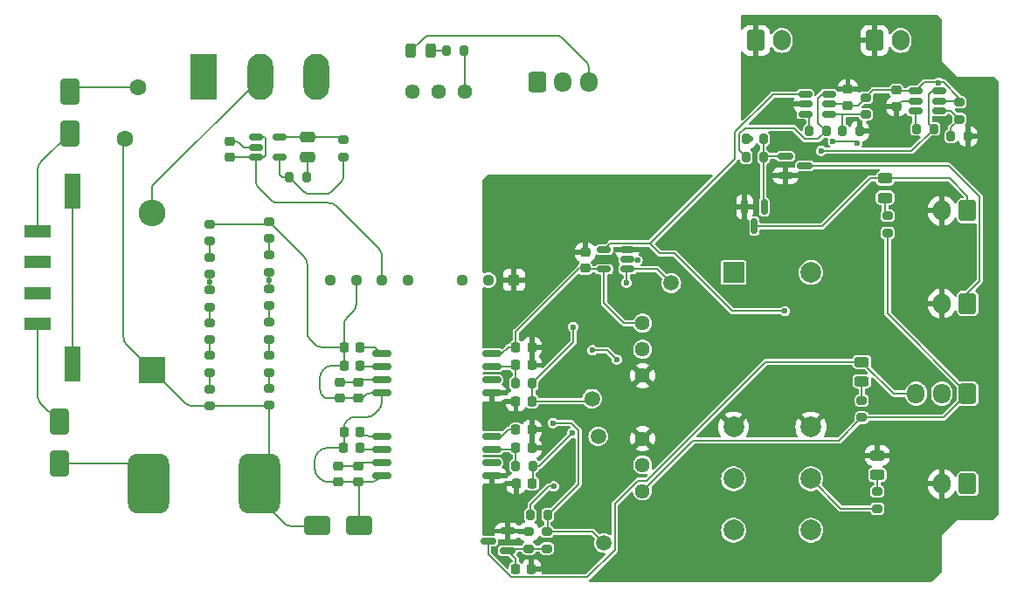
<source format=gbr>
%TF.GenerationSoftware,KiCad,Pcbnew,7.0.11-rc3*%
%TF.CreationDate,2025-03-16T23:31:10+08:00*%
%TF.ProjectId,TSAL,5453414c-2e6b-4696-9361-645f70636258,rev?*%
%TF.SameCoordinates,Original*%
%TF.FileFunction,Copper,L1,Top*%
%TF.FilePolarity,Positive*%
%FSLAX46Y46*%
G04 Gerber Fmt 4.6, Leading zero omitted, Abs format (unit mm)*
G04 Created by KiCad (PCBNEW 7.0.11-rc3) date 2025-03-16 23:31:10*
%MOMM*%
%LPD*%
G01*
G04 APERTURE LIST*
G04 Aperture macros list*
%AMRoundRect*
0 Rectangle with rounded corners*
0 $1 Rounding radius*
0 $2 $3 $4 $5 $6 $7 $8 $9 X,Y pos of 4 corners*
0 Add a 4 corners polygon primitive as box body*
4,1,4,$2,$3,$4,$5,$6,$7,$8,$9,$2,$3,0*
0 Add four circle primitives for the rounded corners*
1,1,$1+$1,$2,$3*
1,1,$1+$1,$4,$5*
1,1,$1+$1,$6,$7*
1,1,$1+$1,$8,$9*
0 Add four rect primitives between the rounded corners*
20,1,$1+$1,$2,$3,$4,$5,0*
20,1,$1+$1,$4,$5,$6,$7,0*
20,1,$1+$1,$6,$7,$8,$9,0*
20,1,$1+$1,$8,$9,$2,$3,0*%
G04 Aperture macros list end*
%TA.AperFunction,SMDPad,CuDef*%
%ADD10R,2.540000X1.270000*%
%TD*%
%TA.AperFunction,SMDPad,CuDef*%
%ADD11R,1.650000X3.430000*%
%TD*%
%TA.AperFunction,SMDPad,CuDef*%
%ADD12RoundRect,0.200000X0.275000X-0.200000X0.275000X0.200000X-0.275000X0.200000X-0.275000X-0.200000X0*%
%TD*%
%TA.AperFunction,SMDPad,CuDef*%
%ADD13RoundRect,0.225000X0.225000X0.250000X-0.225000X0.250000X-0.225000X-0.250000X0.225000X-0.250000X0*%
%TD*%
%TA.AperFunction,ComponentPad*%
%ADD14RoundRect,0.250000X-0.600000X-0.750000X0.600000X-0.750000X0.600000X0.750000X-0.600000X0.750000X0*%
%TD*%
%TA.AperFunction,ComponentPad*%
%ADD15O,1.700000X2.000000*%
%TD*%
%TA.AperFunction,SMDPad,CuDef*%
%ADD16RoundRect,0.150000X-0.512500X-0.150000X0.512500X-0.150000X0.512500X0.150000X-0.512500X0.150000X0*%
%TD*%
%TA.AperFunction,SMDPad,CuDef*%
%ADD17RoundRect,0.200000X0.200000X0.275000X-0.200000X0.275000X-0.200000X-0.275000X0.200000X-0.275000X0*%
%TD*%
%TA.AperFunction,SMDPad,CuDef*%
%ADD18RoundRect,0.200000X-0.200000X-0.275000X0.200000X-0.275000X0.200000X0.275000X-0.200000X0.275000X0*%
%TD*%
%TA.AperFunction,SMDPad,CuDef*%
%ADD19RoundRect,0.250000X-1.000000X-0.650000X1.000000X-0.650000X1.000000X0.650000X-1.000000X0.650000X0*%
%TD*%
%TA.AperFunction,SMDPad,CuDef*%
%ADD20RoundRect,0.150000X-0.587500X-0.150000X0.587500X-0.150000X0.587500X0.150000X-0.587500X0.150000X0*%
%TD*%
%TA.AperFunction,SMDPad,CuDef*%
%ADD21RoundRect,0.250000X-0.475000X0.250000X-0.475000X-0.250000X0.475000X-0.250000X0.475000X0.250000X0*%
%TD*%
%TA.AperFunction,SMDPad,CuDef*%
%ADD22RoundRect,0.150000X-0.750000X-0.150000X0.750000X-0.150000X0.750000X0.150000X-0.750000X0.150000X0*%
%TD*%
%TA.AperFunction,SMDPad,CuDef*%
%ADD23RoundRect,0.243750X-0.456250X0.243750X-0.456250X-0.243750X0.456250X-0.243750X0.456250X0.243750X0*%
%TD*%
%TA.AperFunction,ComponentPad*%
%ADD24C,1.500000*%
%TD*%
%TA.AperFunction,SMDPad,CuDef*%
%ADD25RoundRect,0.200000X-0.275000X0.200000X-0.275000X-0.200000X0.275000X-0.200000X0.275000X0.200000X0*%
%TD*%
%TA.AperFunction,SMDPad,CuDef*%
%ADD26RoundRect,0.225000X-0.225000X-0.250000X0.225000X-0.250000X0.225000X0.250000X-0.225000X0.250000X0*%
%TD*%
%TA.AperFunction,ComponentPad*%
%ADD27C,1.440000*%
%TD*%
%TA.AperFunction,SMDPad,CuDef*%
%ADD28RoundRect,0.150000X-0.150000X0.587500X-0.150000X-0.587500X0.150000X-0.587500X0.150000X0.587500X0*%
%TD*%
%TA.AperFunction,ComponentPad*%
%ADD29R,2.500000X4.500000*%
%TD*%
%TA.AperFunction,ComponentPad*%
%ADD30O,2.500000X4.500000*%
%TD*%
%TA.AperFunction,ComponentPad*%
%ADD31RoundRect,0.250000X0.600000X0.750000X-0.600000X0.750000X-0.600000X-0.750000X0.600000X-0.750000X0*%
%TD*%
%TA.AperFunction,ComponentPad*%
%ADD32RoundRect,0.250000X-0.600000X-0.725000X0.600000X-0.725000X0.600000X0.725000X-0.600000X0.725000X0*%
%TD*%
%TA.AperFunction,ComponentPad*%
%ADD33O,1.700000X1.950000*%
%TD*%
%TA.AperFunction,ComponentPad*%
%ADD34C,2.000000*%
%TD*%
%TA.AperFunction,ComponentPad*%
%ADD35R,2.000000X2.000000*%
%TD*%
%TA.AperFunction,SMDPad,CuDef*%
%ADD36RoundRect,0.225000X-0.250000X0.225000X-0.250000X-0.225000X0.250000X-0.225000X0.250000X0.225000X0*%
%TD*%
%TA.AperFunction,SMDPad,CuDef*%
%ADD37RoundRect,0.150000X0.512500X0.150000X-0.512500X0.150000X-0.512500X-0.150000X0.512500X-0.150000X0*%
%TD*%
%TA.AperFunction,SMDPad,CuDef*%
%ADD38RoundRect,0.250000X0.650000X-1.000000X0.650000X1.000000X-0.650000X1.000000X-0.650000X-1.000000X0*%
%TD*%
%TA.AperFunction,SMDPad,CuDef*%
%ADD39RoundRect,0.225000X0.250000X-0.225000X0.250000X0.225000X-0.250000X0.225000X-0.250000X-0.225000X0*%
%TD*%
%TA.AperFunction,SMDPad,CuDef*%
%ADD40RoundRect,0.243750X-0.243750X-0.456250X0.243750X-0.456250X0.243750X0.456250X-0.243750X0.456250X0*%
%TD*%
%TA.AperFunction,SMDPad,CuDef*%
%ADD41RoundRect,0.150000X0.587500X0.150000X-0.587500X0.150000X-0.587500X-0.150000X0.587500X-0.150000X0*%
%TD*%
%TA.AperFunction,ComponentPad*%
%ADD42C,1.600000*%
%TD*%
%TA.AperFunction,ComponentPad*%
%ADD43R,2.600000X2.600000*%
%TD*%
%TA.AperFunction,ComponentPad*%
%ADD44O,2.600000X2.600000*%
%TD*%
%TA.AperFunction,SMDPad,CuDef*%
%ADD45RoundRect,1.000000X1.000000X-1.900000X1.000000X1.900000X-1.000000X1.900000X-1.000000X-1.900000X0*%
%TD*%
%TA.AperFunction,ComponentPad*%
%ADD46RoundRect,0.250000X0.600000X0.725000X-0.600000X0.725000X-0.600000X-0.725000X0.600000X-0.725000X0*%
%TD*%
%TA.AperFunction,ComponentPad*%
%ADD47R,1.130000X1.130000*%
%TD*%
%TA.AperFunction,ComponentPad*%
%ADD48C,1.130000*%
%TD*%
%TA.AperFunction,ViaPad*%
%ADD49C,0.600000*%
%TD*%
%TA.AperFunction,Conductor*%
%ADD50C,0.200000*%
%TD*%
G04 APERTURE END LIST*
D10*
%TO.P,J7,1,Pin_1*%
%TO.N,BATT-*%
X68865000Y-51500000D03*
%TO.P,J7,2,Pin_2*%
%TO.N,unconnected-(J7-Pin_2-Pad2)*%
X68865000Y-54500000D03*
%TO.P,J7,3,Pin_3*%
%TO.N,unconnected-(J7-Pin_3-Pad3)*%
X68865000Y-57500000D03*
%TO.P,J7,4,Pin_4*%
%TO.N,BATT+*%
X68865000Y-60500000D03*
D11*
%TO.P,J7,MP,MountPin*%
%TO.N,unconnected-(J7-MountPin-PadMP)*%
X72285000Y-47615000D03*
X72285000Y-64385000D03*
%TD*%
D12*
%TO.P,R31,1*%
%TO.N,Net-(IC3-DIV)*%
X158212500Y-40632500D03*
%TO.P,R31,2*%
%TO.N,Net-(IC3-RST{slash}~{RST})*%
X158212500Y-38982500D03*
%TD*%
D13*
%TO.P,C9,1*%
%TO.N,Net-(IC2-IN)*%
X100112500Y-64537500D03*
%TO.P,C9,2*%
%TO.N,HV-*%
X98562500Y-64537500D03*
%TD*%
D14*
%TO.P,J4,1,Pin_1*%
%TO.N,GND2*%
X138500000Y-33000000D03*
D15*
%TO.P,J4,2,Pin_2*%
%TO.N,VCC*%
X141000000Y-33000000D03*
%TD*%
D16*
%TO.P,IC4,1,RST/~{RST}*%
%TO.N,Net-(IC4-RST{slash}~{RST})*%
X143275000Y-38217500D03*
%TO.P,IC4,2,GND*%
%TO.N,GND2*%
X143275000Y-39167500D03*
%TO.P,IC4,3,SET*%
%TO.N,Net-(IC4-SET)*%
X143275000Y-40117500D03*
%TO.P,IC4,4,DIV*%
%TO.N,Net-(IC4-DIV)*%
X145550000Y-40117500D03*
%TO.P,IC4,5,V+*%
%TO.N,Net-(IC3-RST{slash}~{RST})*%
X145550000Y-39167500D03*
%TO.P,IC4,6,OUT*%
%TO.N,Net-(IC4-OUT)*%
X145550000Y-38217500D03*
%TD*%
D17*
%TO.P,R44,1*%
%TO.N,HV-*%
X94937500Y-46287500D03*
%TO.P,R44,2*%
%TO.N,Net-(U7-ADJ)*%
X93287500Y-46287500D03*
%TD*%
D12*
%TO.P,R21,1*%
%TO.N,Net-(Q1-G)*%
X118216072Y-82287500D03*
%TO.P,R21,2*%
%TO.N,Net-(R21-Pad2)*%
X118216072Y-80637500D03*
%TD*%
D18*
%TO.P,R36,1*%
%TO.N,Net-(IC4-OUT)*%
X137563928Y-44297298D03*
%TO.P,R36,2*%
%TO.N,Net-(Q3-G)*%
X139213928Y-44297298D03*
%TD*%
D17*
%TO.P,R20,1*%
%TO.N,Net-(U3-+)*%
X116862500Y-74250000D03*
%TO.P,R20,2*%
%TO.N,Net-(IC1-OUTP)*%
X115212500Y-74250000D03*
%TD*%
D19*
%TO.P,D3,1,K*%
%TO.N,HV+*%
X96000000Y-80000000D03*
%TO.P,D3,2,A*%
%TO.N,HV-*%
X100000000Y-80000000D03*
%TD*%
D12*
%TO.P,R11,1*%
%TO.N,Net-(R10-Pad2)*%
X85537500Y-58862500D03*
%TO.P,R11,2*%
%TO.N,Net-(IC1-IN)*%
X85537500Y-57212500D03*
%TD*%
D20*
%TO.P,Q4,1,G*%
%TO.N,Net-(Q3-G)*%
X141346428Y-44207298D03*
%TO.P,Q4,2,S*%
%TO.N,GND2*%
X141346428Y-46107298D03*
%TO.P,Q4,3,D*%
%TO.N,Net-(J6-Pin_1)*%
X143221428Y-45157298D03*
%TD*%
D12*
%TO.P,R10,1*%
%TO.N,Net-(R10-Pad1)*%
X85537500Y-62012500D03*
%TO.P,R10,2*%
%TO.N,Net-(R10-Pad2)*%
X85537500Y-60362500D03*
%TD*%
D21*
%TO.P,C27,1*%
%TO.N,+5VA*%
X95037500Y-42387500D03*
%TO.P,C27,2*%
%TO.N,HV-*%
X95037500Y-44287500D03*
%TD*%
D22*
%TO.P,IC2,1,VCAP*%
%TO.N,Net-(IC2-VCAP)*%
X102212500Y-63382500D03*
%TO.P,IC2,2,IN*%
%TO.N,Net-(IC2-IN)*%
X102212500Y-64652500D03*
%TO.P,IC2,3,VDD1*%
%TO.N,+5VA*%
X102212500Y-65922500D03*
%TO.P,IC2,4,GND1*%
%TO.N,HV-*%
X102212500Y-67192500D03*
%TO.P,IC2,5,GND2*%
%TO.N,GND2*%
X112862500Y-67192500D03*
%TO.P,IC2,6,OUTN*%
%TO.N,unconnected-(IC2-OUTN-Pad6)*%
X112862500Y-65922500D03*
%TO.P,IC2,7,OUTP*%
%TO.N,Net-(IC2-OUTP)*%
X112862500Y-64652500D03*
%TO.P,IC2,8,VDD2*%
%TO.N,+5V*%
X112862500Y-63382500D03*
%TD*%
D12*
%TO.P,R34,1*%
%TO.N,Net-(IC4-DIV)*%
X149150000Y-40175000D03*
%TO.P,R34,2*%
%TO.N,Net-(IC3-RST{slash}~{RST})*%
X149150000Y-38525000D03*
%TD*%
D23*
%TO.P,D6,1,K*%
%TO.N,Net-(D6-K)*%
X148750000Y-64175000D03*
%TO.P,D6,2,A*%
%TO.N,Net-(D6-A)*%
X148750000Y-66050000D03*
%TD*%
D24*
%TO.P,TP7,1,1*%
%TO.N,Net-(R21-Pad2)*%
X123750000Y-81750000D03*
%TD*%
%TO.P,TP8,1,1*%
%TO.N,Net-(R23-Pad2)*%
X130287500Y-56537500D03*
%TD*%
D25*
%TO.P,R38,1*%
%TO.N,Net-(D9-A)*%
X151250000Y-50000000D03*
%TO.P,R38,2*%
%TO.N,+5V*%
X151250000Y-51650000D03*
%TD*%
D12*
%TO.P,R26,1*%
%TO.N,+5V*%
X148750000Y-69575000D03*
%TO.P,R26,2*%
%TO.N,Net-(D6-A)*%
X148750000Y-67925000D03*
%TD*%
%TO.P,R25,1*%
%TO.N,Net-(Q1-G)*%
X116466072Y-82287500D03*
%TO.P,R25,2*%
%TO.N,GND2*%
X116466072Y-80637500D03*
%TD*%
D26*
%TO.P,C21,1*%
%TO.N,Net-(Q1-G)*%
X115191072Y-84287500D03*
%TO.P,C21,2*%
%TO.N,GND2*%
X116741072Y-84287500D03*
%TD*%
D27*
%TO.P,RV2,1,1*%
%TO.N,+5V*%
X127500000Y-76700000D03*
%TO.P,RV2,2,2*%
%TO.N,Net-(U3--)*%
X127500000Y-74160000D03*
%TO.P,RV2,3,3*%
%TO.N,GND2*%
X127500000Y-71620000D03*
%TD*%
D26*
%TO.P,C13,1*%
%TO.N,+5V*%
X115225000Y-62750000D03*
%TO.P,C13,2*%
%TO.N,GND2*%
X116775000Y-62750000D03*
%TD*%
D28*
%TO.P,Q3,1,G*%
%TO.N,Net-(Q3-G)*%
X139287500Y-49131226D03*
%TO.P,Q3,2,S*%
%TO.N,GND2*%
X137387500Y-49131226D03*
%TO.P,Q3,3,D*%
%TO.N,Net-(D9-K)*%
X138337500Y-51006226D03*
%TD*%
D29*
%TO.P,Q5,1,G*%
%TO.N,Net-(J5-Pin_1)*%
X85000000Y-36500000D03*
D30*
%TO.P,Q5,2,D*%
%TO.N,Net-(D4-A)*%
X90450000Y-36500000D03*
%TO.P,Q5,3,S*%
%TO.N,Net-(Q5-S)*%
X95900000Y-36500000D03*
%TD*%
D31*
%TO.P,J3,1,Pin_1*%
%TO.N,Net-(J3-Pin_1)*%
X159000000Y-76000000D03*
D15*
%TO.P,J3,2,Pin_2*%
%TO.N,GND2*%
X156500000Y-76000000D03*
%TD*%
D17*
%TO.P,R24,1*%
%TO.N,Net-(U4-+)*%
X116825000Y-66250000D03*
%TO.P,R24,2*%
%TO.N,Net-(IC2-OUTP)*%
X115175000Y-66250000D03*
%TD*%
D32*
%TO.P,J5,1,Pin_1*%
%TO.N,Net-(J5-Pin_1)*%
X117287500Y-37012500D03*
D33*
%TO.P,J5,2,Pin_2*%
%TO.N,unconnected-(J5-Pin_2-Pad2)*%
X119787500Y-37012500D03*
%TO.P,J5,3,Pin_3*%
%TO.N,HV-*%
X122287500Y-37012500D03*
%TD*%
D34*
%TO.P,K1,11*%
%TO.N,Net-(J3-Pin_1)*%
X136312500Y-75500000D03*
%TO.P,K1,12*%
%TO.N,GND2*%
X136312500Y-70500000D03*
%TO.P,K1,14*%
%TO.N,/SDC*%
X136312500Y-80500000D03*
%TO.P,K1,21*%
%TO.N,Net-(K1-Pad21)*%
X143812500Y-75500000D03*
%TO.P,K1,22*%
%TO.N,GND2*%
X143812500Y-70500000D03*
%TO.P,K1,24*%
%TO.N,/SDC*%
X143812500Y-80500000D03*
D35*
%TO.P,K1,A1*%
X136312500Y-55500000D03*
D34*
%TO.P,K1,A2*%
%TO.N,Net-(D2-A)*%
X143812500Y-55500000D03*
%TD*%
D22*
%TO.P,IC1,1,VCAP*%
%TO.N,Net-(IC1-VCAP)*%
X102212500Y-71382500D03*
%TO.P,IC1,2,IN*%
%TO.N,Net-(IC1-IN)*%
X102212500Y-72652500D03*
%TO.P,IC1,3,VDD1*%
%TO.N,+5VA*%
X102212500Y-73922500D03*
%TO.P,IC1,4,GND1*%
%TO.N,HV-*%
X102212500Y-75192500D03*
%TO.P,IC1,5,GND2*%
%TO.N,GND2*%
X112862500Y-75192500D03*
%TO.P,IC1,6,OUTN*%
%TO.N,unconnected-(IC1-OUTN-Pad6)*%
X112862500Y-73922500D03*
%TO.P,IC1,7,OUTP*%
%TO.N,Net-(IC1-OUTP)*%
X112862500Y-72652500D03*
%TO.P,IC1,8,VDD2*%
%TO.N,+5V*%
X112862500Y-71382500D03*
%TD*%
D12*
%TO.P,R18,1*%
%TO.N,Net-(R16-Pad2)*%
X91287500Y-61962500D03*
%TO.P,R18,2*%
%TO.N,Net-(R18-Pad2)*%
X91287500Y-60312500D03*
%TD*%
D36*
%TO.P,C6,1*%
%TO.N,+5VA*%
X99937500Y-74262500D03*
%TO.P,C6,2*%
%TO.N,HV-*%
X99937500Y-75812500D03*
%TD*%
D13*
%TO.P,C33,1*%
%TO.N,Net-(U4-+)*%
X116775000Y-68000000D03*
%TO.P,C33,2*%
%TO.N,GND2*%
X115225000Y-68000000D03*
%TD*%
D37*
%TO.P,U5,1*%
%TO.N,Net-(R23-Pad2)*%
X126037500Y-55187500D03*
%TO.P,U5,2*%
%TO.N,Net-(IC3-OUT)*%
X126037500Y-54237500D03*
%TO.P,U5,3,GND*%
%TO.N,GND2*%
X126037500Y-53287500D03*
%TO.P,U5,4*%
%TO.N,Net-(IC4-RST{slash}~{RST})*%
X123762500Y-53287500D03*
%TO.P,U5,5,VCC*%
%TO.N,+5V*%
X123762500Y-55187500D03*
%TD*%
D31*
%TO.P,J8,1,Pin_1*%
%TO.N,Net-(D9-K)*%
X159000000Y-49500000D03*
D15*
%TO.P,J8,2,Pin_2*%
%TO.N,GND2*%
X156500000Y-49500000D03*
%TD*%
D12*
%TO.P,R29,1*%
%TO.N,Net-(K1-Pad21)*%
X150250000Y-78400000D03*
%TO.P,R29,2*%
%TO.N,Net-(D7-A)*%
X150250000Y-76750000D03*
%TD*%
D25*
%TO.P,R17,1*%
%TO.N,Net-(R15-Pad2)*%
X91287500Y-53812500D03*
%TO.P,R17,2*%
%TO.N,Net-(IC2-IN)*%
X91287500Y-55462500D03*
%TD*%
D38*
%TO.P,D10,1,K*%
%TO.N,Net-(D10-K)*%
X71000000Y-74000000D03*
%TO.P,D10,2,A*%
%TO.N,BATT+*%
X71000000Y-70000000D03*
%TD*%
D25*
%TO.P,R12,1*%
%TO.N,HV-*%
X85537500Y-50787500D03*
%TO.P,R12,2*%
%TO.N,Net-(R12-Pad2)*%
X85537500Y-52437500D03*
%TD*%
D24*
%TO.P,TP9,1,1*%
%TO.N,Net-(U4-+)*%
X122600000Y-67750000D03*
%TD*%
D39*
%TO.P,C26,1*%
%TO.N,Net-(IC3-RST{slash}~{RST})*%
X147400000Y-39275000D03*
%TO.P,C26,2*%
%TO.N,GND2*%
X147400000Y-37725000D03*
%TD*%
D40*
%TO.P,D5,1,K*%
%TO.N,HV-*%
X105062500Y-34000000D03*
%TO.P,D5,2,A*%
%TO.N,Net-(D5-A)*%
X106937500Y-34000000D03*
%TD*%
D27*
%TO.P,RV3,1,1*%
%TO.N,Net-(Q5-S)*%
X105190000Y-38000000D03*
%TO.P,RV3,2,2*%
%TO.N,Net-(J5-Pin_1)*%
X107730000Y-38000000D03*
%TO.P,RV3,3,3*%
X110270000Y-38000000D03*
%TD*%
D25*
%TO.P,R45,1*%
%TO.N,+5VA*%
X98537500Y-42637500D03*
%TO.P,R45,2*%
%TO.N,Net-(U7-ADJ)*%
X98537500Y-44287500D03*
%TD*%
D18*
%TO.P,R37,1*%
%TO.N,GND2*%
X137563928Y-42547298D03*
%TO.P,R37,2*%
%TO.N,Net-(Q3-G)*%
X139213928Y-42547298D03*
%TD*%
D26*
%TO.P,C14,1*%
%TO.N,Net-(IC1-OUTP)*%
X115225000Y-72500000D03*
%TO.P,C14,2*%
%TO.N,GND2*%
X116775000Y-72500000D03*
%TD*%
D17*
%TO.P,R6,1*%
%TO.N,Net-(J5-Pin_1)*%
X110150000Y-34000000D03*
%TO.P,R6,2*%
%TO.N,Net-(D5-A)*%
X108500000Y-34000000D03*
%TD*%
D13*
%TO.P,C8,1*%
%TO.N,Net-(IC1-IN)*%
X100087500Y-72537500D03*
%TO.P,C8,2*%
%TO.N,HV-*%
X98537500Y-72537500D03*
%TD*%
%TO.P,C15,1*%
%TO.N,Net-(U3-+)*%
X116812500Y-76000000D03*
%TO.P,C15,2*%
%TO.N,GND2*%
X115262500Y-76000000D03*
%TD*%
D26*
%TO.P,C18,1*%
%TO.N,+5V*%
X115225000Y-70750000D03*
%TO.P,C18,2*%
%TO.N,GND2*%
X116775000Y-70750000D03*
%TD*%
D38*
%TO.P,D1,1,K*%
%TO.N,BATT-*%
X72000000Y-42000000D03*
%TO.P,D1,2,A*%
%TO.N,HV-*%
X72000000Y-38000000D03*
%TD*%
D36*
%TO.P,C11,1*%
%TO.N,+5VA*%
X99937500Y-66162500D03*
%TO.P,C11,2*%
%TO.N,HV-*%
X99937500Y-67712500D03*
%TD*%
D41*
%TO.P,Q1,1,G*%
%TO.N,Net-(Q1-G)*%
X114403572Y-82487500D03*
%TO.P,Q1,2,S*%
%TO.N,GND2*%
X114403572Y-80587500D03*
%TO.P,Q1,3,D*%
%TO.N,Net-(D6-K)*%
X112528572Y-81537500D03*
%TD*%
D12*
%TO.P,R14,1*%
%TO.N,HV+*%
X91287500Y-68362500D03*
%TO.P,R14,2*%
%TO.N,Net-(R14-Pad2)*%
X91287500Y-66712500D03*
%TD*%
D17*
%TO.P,R33,1*%
%TO.N,Net-(IC4-OUT)*%
X145287500Y-41787500D03*
%TO.P,R33,2*%
%TO.N,Net-(IC4-SET)*%
X143637500Y-41787500D03*
%TD*%
D42*
%TO.P,RV1,1*%
%TO.N,HV+*%
X77350000Y-42500000D03*
%TO.P,RV1,2*%
%TO.N,HV-*%
X78650000Y-37500000D03*
%TD*%
D26*
%TO.P,C5,1*%
%TO.N,HV-*%
X98562500Y-70937500D03*
%TO.P,C5,2*%
%TO.N,Net-(IC1-VCAP)*%
X100112500Y-70937500D03*
%TD*%
D27*
%TO.P,RV4,1,1*%
%TO.N,+5V*%
X127500000Y-60420000D03*
%TO.P,RV4,2,2*%
%TO.N,Net-(U4--)*%
X127500000Y-62960000D03*
%TO.P,RV4,3,3*%
%TO.N,GND2*%
X127500000Y-65500000D03*
%TD*%
D26*
%TO.P,C19,1*%
%TO.N,Net-(IC2-OUTP)*%
X115225000Y-64500000D03*
%TO.P,C19,2*%
%TO.N,GND2*%
X116775000Y-64500000D03*
%TD*%
D12*
%TO.P,R9,1*%
%TO.N,Net-(R8-Pad2)*%
X85537500Y-65187500D03*
%TO.P,R9,2*%
%TO.N,Net-(R10-Pad1)*%
X85537500Y-63537500D03*
%TD*%
D24*
%TO.P,TP3,1,1*%
%TO.N,Net-(U3-+)*%
X123200000Y-71400000D03*
%TD*%
D25*
%TO.P,R13,1*%
%TO.N,Net-(R12-Pad2)*%
X85537500Y-54037500D03*
%TO.P,R13,2*%
%TO.N,Net-(IC1-IN)*%
X85537500Y-55687500D03*
%TD*%
D17*
%TO.P,R30,1*%
%TO.N,Net-(IC3-OUT)*%
X155712500Y-41557500D03*
%TO.P,R30,2*%
%TO.N,Net-(IC3-SET)*%
X154062500Y-41557500D03*
%TD*%
D25*
%TO.P,R15,1*%
%TO.N,HV-*%
X91287500Y-50562500D03*
%TO.P,R15,2*%
%TO.N,Net-(R15-Pad2)*%
X91287500Y-52212500D03*
%TD*%
D43*
%TO.P,D4,1,K*%
%TO.N,HV+*%
X80000000Y-65000000D03*
D44*
%TO.P,D4,2,A*%
%TO.N,Net-(D4-A)*%
X80000000Y-49760000D03*
%TD*%
D36*
%TO.P,C25,1*%
%TO.N,Net-(IC3-RST{slash}~{RST})*%
X152100000Y-37825000D03*
%TO.P,C25,2*%
%TO.N,GND2*%
X152100000Y-39375000D03*
%TD*%
D12*
%TO.P,R19,1*%
%TO.N,Net-(R18-Pad2)*%
X91287500Y-58712500D03*
%TO.P,R19,2*%
%TO.N,Net-(IC2-IN)*%
X91287500Y-57062500D03*
%TD*%
%TO.P,R16,1*%
%TO.N,Net-(R14-Pad2)*%
X91287500Y-65212500D03*
%TO.P,R16,2*%
%TO.N,Net-(R16-Pad2)*%
X91287500Y-63562500D03*
%TD*%
D16*
%TO.P,IC3,1,RST/~{RST}*%
%TO.N,Net-(IC3-RST{slash}~{RST})*%
X153937500Y-37907500D03*
%TO.P,IC3,2,GND*%
%TO.N,GND2*%
X153937500Y-38857500D03*
%TO.P,IC3,3,SET*%
%TO.N,Net-(IC3-SET)*%
X153937500Y-39807500D03*
%TO.P,IC3,4,DIV*%
%TO.N,Net-(IC3-DIV)*%
X156212500Y-39807500D03*
%TO.P,IC3,5,V+*%
%TO.N,Net-(IC3-RST{slash}~{RST})*%
X156212500Y-38857500D03*
%TO.P,IC3,6,OUT*%
%TO.N,Net-(IC3-OUT)*%
X156212500Y-37907500D03*
%TD*%
D36*
%TO.P,C7,1*%
%TO.N,+5VA*%
X98037500Y-74262500D03*
%TO.P,C7,2*%
%TO.N,HV-*%
X98037500Y-75812500D03*
%TD*%
D23*
%TO.P,D7,1,K*%
%TO.N,GND2*%
X150250000Y-73250000D03*
%TO.P,D7,2,A*%
%TO.N,Net-(D7-A)*%
X150250000Y-75125000D03*
%TD*%
D17*
%TO.P,R32,1*%
%TO.N,GND2*%
X159037500Y-42287500D03*
%TO.P,R32,2*%
%TO.N,Net-(IC3-DIV)*%
X157387500Y-42287500D03*
%TD*%
D14*
%TO.P,J1,1,Pin_1*%
%TO.N,GND2*%
X150000000Y-33000000D03*
D15*
%TO.P,J1,2,Pin_2*%
%TO.N,/SDC*%
X152500000Y-33000000D03*
%TD*%
D36*
%TO.P,C10,1*%
%TO.N,+5VA*%
X98137500Y-66162500D03*
%TO.P,C10,2*%
%TO.N,HV-*%
X98137500Y-67712500D03*
%TD*%
D23*
%TO.P,D9,1,K*%
%TO.N,Net-(D9-K)*%
X151000000Y-46375000D03*
%TO.P,D9,2,A*%
%TO.N,Net-(D9-A)*%
X151000000Y-48250000D03*
%TD*%
D26*
%TO.P,C12,1*%
%TO.N,HV-*%
X98562500Y-62737500D03*
%TO.P,C12,2*%
%TO.N,Net-(IC2-VCAP)*%
X100112500Y-62737500D03*
%TD*%
D31*
%TO.P,J6,1,Pin_1*%
%TO.N,Net-(J6-Pin_1)*%
X159000000Y-58500000D03*
D15*
%TO.P,J6,2,Pin_2*%
%TO.N,GND2*%
X156500000Y-58500000D03*
%TD*%
D39*
%TO.P,C2,1*%
%TO.N,+5V*%
X121937500Y-55100000D03*
%TO.P,C2,2*%
%TO.N,GND2*%
X121937500Y-53550000D03*
%TD*%
%TO.P,C24,1*%
%TO.N,Net-(PS1-+VOUT)*%
X87537500Y-44312500D03*
%TO.P,C24,2*%
%TO.N,HV-*%
X87537500Y-42762500D03*
%TD*%
D18*
%TO.P,R22,1*%
%TO.N,+5V*%
X116641072Y-79037500D03*
%TO.P,R22,2*%
%TO.N,Net-(R21-Pad2)*%
X118291072Y-79037500D03*
%TD*%
D16*
%TO.P,U7,1,VIN*%
%TO.N,Net-(PS1-+VOUT)*%
X90012500Y-42387500D03*
%TO.P,U7,2,GND*%
%TO.N,HV-*%
X90012500Y-43337500D03*
%TO.P,U7,3,EN*%
%TO.N,Net-(PS1-+VOUT)*%
X90012500Y-44287500D03*
%TO.P,U7,4,ADJ*%
%TO.N,Net-(U7-ADJ)*%
X92287500Y-44287500D03*
%TO.P,U7,5,VOUT*%
%TO.N,+5VA*%
X92287500Y-42387500D03*
%TD*%
D45*
%TO.P,F1,1*%
%TO.N,Net-(D10-K)*%
X79600000Y-76000000D03*
%TO.P,F1,2*%
%TO.N,HV+*%
X90400000Y-76000000D03*
%TD*%
D12*
%TO.P,R8,1*%
%TO.N,HV+*%
X85537500Y-68437500D03*
%TO.P,R8,2*%
%TO.N,Net-(R8-Pad2)*%
X85537500Y-66787500D03*
%TD*%
D46*
%TO.P,J2,1,Pin_1*%
%TO.N,+5V*%
X159000000Y-67250000D03*
D33*
%TO.P,J2,2,Pin_2*%
%TO.N,unconnected-(J2-Pin_2-Pad2)*%
X156500000Y-67250000D03*
%TO.P,J2,3,Pin_3*%
%TO.N,Net-(D6-K)*%
X154000000Y-67250000D03*
%TD*%
D47*
%TO.P,PS1,1,-VIN*%
%TO.N,GND2*%
X115037500Y-56237500D03*
D48*
%TO.P,PS1,2,+VIN*%
%TO.N,VCC*%
X112537500Y-56237500D03*
%TO.P,PS1,3,R.C.*%
%TO.N,unconnected-(PS1-R.C.-Pad3)*%
X110037500Y-56237500D03*
%TO.P,PS1,5,N.C._1*%
%TO.N,unconnected-(PS1-N.C._1-Pad5)*%
X104737500Y-56237500D03*
%TO.P,PS1,6,+VOUT*%
%TO.N,Net-(PS1-+VOUT)*%
X102237500Y-56237500D03*
%TO.P,PS1,7,-VOUT*%
%TO.N,HV-*%
X99737500Y-56237500D03*
%TO.P,PS1,8,N.C._2*%
%TO.N,unconnected-(PS1-N.C._2-Pad8)*%
X97237500Y-56237500D03*
%TD*%
D17*
%TO.P,R35,1*%
%TO.N,GND2*%
X148537500Y-41787500D03*
%TO.P,R35,2*%
%TO.N,Net-(IC4-DIV)*%
X146887500Y-41787500D03*
%TD*%
D49*
%TO.N,HV-*%
X95000000Y-46250000D03*
X87537500Y-42762500D03*
%TO.N,+5VA*%
X102212500Y-73922500D03*
X98537500Y-42637500D03*
X102212500Y-65922500D03*
%TO.N,Net-(IC1-IN)*%
X100087500Y-72537500D03*
X85537500Y-56450000D03*
%TO.N,Net-(IC2-IN)*%
X100112500Y-64537500D03*
X91287500Y-56250000D03*
%TO.N,+5V*%
X148300000Y-42950000D03*
X115225000Y-70750000D03*
X145950000Y-42800000D03*
X118900000Y-76250000D03*
X115200000Y-62700000D03*
%TO.N,GND2*%
X140250000Y-46100000D03*
X151000000Y-42600000D03*
X114400000Y-80600000D03*
X139900000Y-35100000D03*
X138000000Y-42500000D03*
X116750000Y-84300000D03*
X145550000Y-36800000D03*
X141200000Y-40100000D03*
X139050000Y-38350000D03*
X112850000Y-75200000D03*
%TO.N,Net-(U3-+)*%
X120690000Y-71057500D03*
%TO.N,Net-(IC3-RST{slash}~{RST})*%
X156200000Y-37100000D03*
%TO.N,Net-(U4-+)*%
X120787500Y-60777500D03*
%TO.N,Net-(IC3-OUT)*%
X127000000Y-54300000D03*
X144800000Y-43700000D03*
%TO.N,Net-(IC4-RST{slash}~{RST})*%
X141300000Y-59250000D03*
%TO.N,Net-(R21-Pad2)*%
X118800000Y-70100000D03*
%TO.N,Net-(R23-Pad2)*%
X125950000Y-56500000D03*
%TO.N,Net-(U4--)*%
X122650000Y-63050000D03*
X125000000Y-63950000D03*
%TD*%
D50*
%TO.N,HV-*%
X99444607Y-59305393D02*
X98855393Y-59894607D01*
X85537500Y-50787500D02*
X91062500Y-50787500D01*
X98562500Y-72512500D02*
X98537500Y-72537500D01*
X95037500Y-46187500D02*
X94937500Y-46287500D01*
X91062500Y-50787500D02*
X91287500Y-50562500D01*
X99664214Y-69500000D02*
X100835786Y-69500000D01*
X98855393Y-69894607D02*
X98957107Y-69792893D01*
X101885393Y-75519607D02*
X102212500Y-75192500D01*
X91287500Y-50562500D02*
X94707107Y-53982107D01*
X78650000Y-37500000D02*
X72914214Y-37500000D01*
X95750000Y-74585786D02*
X95750000Y-73664214D01*
X98037500Y-75812500D02*
X101178286Y-75812500D01*
X96250000Y-65664214D02*
X96250000Y-66835786D01*
X95000000Y-54689214D02*
X95000000Y-61335786D01*
X95292893Y-62042893D02*
X95694607Y-62444607D01*
X94975000Y-46250000D02*
X94937500Y-46287500D01*
X98562500Y-60601714D02*
X98562500Y-62737500D01*
X72207107Y-37792893D02*
X72000000Y-38000000D01*
X96876714Y-72537500D02*
X98537500Y-72537500D01*
X96401714Y-62737500D02*
X98562500Y-62737500D01*
X96542893Y-67542893D02*
X96712500Y-67712500D01*
X90012500Y-43337500D02*
X88837500Y-43337500D01*
X95037500Y-44287500D02*
X95037500Y-46187500D01*
X99737500Y-56237500D02*
X99737500Y-58598286D01*
X106976714Y-32500000D02*
X119085786Y-32500000D01*
X100000000Y-80000000D02*
X100000000Y-75875000D01*
X99937500Y-67712500D02*
X98137500Y-67712500D01*
X119792893Y-32792893D02*
X121994607Y-34994607D01*
X87848286Y-42762500D02*
X87537500Y-42762500D01*
X102212500Y-68123286D02*
X102212500Y-67192500D01*
X95000000Y-46250000D02*
X94975000Y-46250000D01*
X100000000Y-75875000D02*
X99937500Y-75812500D01*
X98562500Y-64537500D02*
X97376714Y-64537500D01*
X122287500Y-35701714D02*
X122287500Y-37012500D01*
X100287500Y-67712500D02*
X100514607Y-67485393D01*
X98562500Y-70937500D02*
X98562500Y-72512500D01*
X96669607Y-64830393D02*
X96542893Y-64957107D01*
X105062500Y-34000000D02*
X106269607Y-32792893D01*
X98037500Y-75812500D02*
X96976714Y-75812500D01*
X101542893Y-69207107D02*
X101919607Y-68830393D01*
X88837500Y-43337500D02*
X88555393Y-43055393D01*
X98562500Y-64537500D02*
X98562500Y-62737500D01*
X98562500Y-70937500D02*
X98562500Y-70601714D01*
X101221714Y-67192500D02*
X102212500Y-67192500D01*
X96269607Y-75519607D02*
X96042893Y-75292893D01*
X96712500Y-67712500D02*
X98137500Y-67712500D01*
X99937500Y-67712500D02*
X100287500Y-67712500D01*
X96042893Y-72957107D02*
X96169607Y-72830393D01*
X99664214Y-69500010D02*
G75*
G03*
X98957107Y-69792893I-14J-999990D01*
G01*
X96542886Y-64957100D02*
G75*
G03*
X96250000Y-65664214I707114J-707100D01*
G01*
X95694600Y-62444614D02*
G75*
G03*
X96401714Y-62737500I707100J707114D01*
G01*
X98855386Y-59894600D02*
G75*
G03*
X98562500Y-60601714I707114J-707100D01*
G01*
X96250010Y-66835786D02*
G75*
G03*
X96542893Y-67542893I999990J-14D01*
G01*
X106976714Y-32500010D02*
G75*
G03*
X106269607Y-32792893I-14J-999990D01*
G01*
X94999990Y-54689214D02*
G75*
G03*
X94707107Y-53982107I-999990J14D01*
G01*
X95750010Y-74585786D02*
G75*
G03*
X96042893Y-75292893I999990J-14D01*
G01*
X101178286Y-75812490D02*
G75*
G03*
X101885393Y-75519607I14J999990D01*
G01*
X101221714Y-67192510D02*
G75*
G03*
X100514607Y-67485393I-14J-999990D01*
G01*
X96876714Y-72537510D02*
G75*
G03*
X96169607Y-72830393I-14J-999990D01*
G01*
X88555400Y-43055386D02*
G75*
G03*
X87848286Y-42762500I-707100J-707114D01*
G01*
X122287490Y-35701714D02*
G75*
G03*
X121994607Y-34994607I-999990J14D01*
G01*
X99444614Y-59305400D02*
G75*
G03*
X99737500Y-58598286I-707114J707100D01*
G01*
X100835786Y-69499990D02*
G75*
G03*
X101542893Y-69207107I14J999990D01*
G01*
X96042886Y-72957100D02*
G75*
G03*
X95750000Y-73664214I707114J-707100D01*
G01*
X95000010Y-61335786D02*
G75*
G03*
X95292893Y-62042893I999990J-14D01*
G01*
X101919614Y-68830400D02*
G75*
G03*
X102212500Y-68123286I-707114J707100D01*
G01*
X119792900Y-32792886D02*
G75*
G03*
X119085786Y-32500000I-707100J-707114D01*
G01*
X98855386Y-69894600D02*
G75*
G03*
X98562500Y-70601714I707114J-707100D01*
G01*
X96269600Y-75519614D02*
G75*
G03*
X96976714Y-75812500I707100J707114D01*
G01*
X72914214Y-37500010D02*
G75*
G03*
X72207107Y-37792893I-14J-999990D01*
G01*
X97376714Y-64537510D02*
G75*
G03*
X96669607Y-64830393I-14J-999990D01*
G01*
%TO.N,Net-(IC1-VCAP)*%
X100971714Y-71382500D02*
X102212500Y-71382500D01*
X100112500Y-70937500D02*
X100264607Y-71089607D01*
X100264600Y-71089614D02*
G75*
G03*
X100971714Y-71382500I707100J707114D01*
G01*
%TO.N,+5VA*%
X98037500Y-74262500D02*
X99937500Y-74262500D01*
X102212500Y-73922500D02*
X100691714Y-73922500D01*
X95037500Y-42387500D02*
X92287500Y-42387500D01*
X95037500Y-42387500D02*
X98287500Y-42387500D01*
X98137500Y-66162500D02*
X99937500Y-66162500D01*
X100177500Y-65922500D02*
X99937500Y-66162500D01*
X99984607Y-74215393D02*
X99937500Y-74262500D01*
X102212500Y-65922500D02*
X100177500Y-65922500D01*
X98287500Y-42387500D02*
X98537500Y-42637500D01*
X100691714Y-73922510D02*
G75*
G03*
X99984607Y-74215393I-14J-999990D01*
G01*
%TO.N,Net-(IC1-IN)*%
X85537500Y-55687500D02*
X85537500Y-56450000D01*
X102212500Y-72652500D02*
X100202500Y-72652500D01*
X100202500Y-72652500D02*
X100087500Y-72537500D01*
X85537500Y-56450000D02*
X85537500Y-57212500D01*
%TO.N,Net-(IC2-IN)*%
X91287500Y-56250000D02*
X91287500Y-55462500D01*
X102212500Y-64652500D02*
X100227500Y-64652500D01*
X100227500Y-64652500D02*
X100112500Y-64537500D01*
X102097500Y-64537500D02*
X102212500Y-64652500D01*
X91287500Y-57062500D02*
X91287500Y-56250000D01*
%TO.N,Net-(IC2-VCAP)*%
X100112500Y-62737500D02*
X101567500Y-62737500D01*
X101567500Y-62737500D02*
X102212500Y-63382500D01*
%TO.N,+5V*%
X127500000Y-60420000D02*
X125720000Y-60420000D01*
X148750000Y-69575000D02*
X156675000Y-69575000D01*
X145950000Y-42800000D02*
X148150000Y-42800000D01*
X116641072Y-79037500D02*
X116641072Y-78008928D01*
X115225000Y-62725000D02*
X115225000Y-62750000D01*
X123762500Y-55187500D02*
X122025000Y-55187500D01*
X148150000Y-42800000D02*
X148300000Y-42950000D01*
X115200000Y-62700000D02*
X115225000Y-62725000D01*
X113867500Y-63382500D02*
X114500000Y-62750000D01*
X122025000Y-55187500D02*
X121937500Y-55100000D01*
X156675000Y-69575000D02*
X159000000Y-67250000D01*
X146525000Y-71800000D02*
X132400000Y-71800000D01*
X125720000Y-60420000D02*
X123762500Y-58462500D01*
X121937500Y-55100000D02*
X121400000Y-55100000D01*
X115225000Y-62675000D02*
X115200000Y-62700000D01*
X159000000Y-67250000D02*
X151250000Y-59500000D01*
X132400000Y-71800000D02*
X127500000Y-76700000D01*
X112862500Y-71382500D02*
X113867500Y-71382500D01*
X114500000Y-70750000D02*
X115225000Y-70750000D01*
X151250000Y-59500000D02*
X151250000Y-51650000D01*
X115225000Y-61275000D02*
X115225000Y-62675000D01*
X116641072Y-78008928D02*
X118400000Y-76250000D01*
X121400000Y-55100000D02*
X115225000Y-61275000D01*
X113867500Y-71382500D02*
X114500000Y-70750000D01*
X123762500Y-58462500D02*
X123762500Y-55187500D01*
X118400000Y-76250000D02*
X118900000Y-76250000D01*
X112862500Y-63382500D02*
X113867500Y-63382500D01*
X148750000Y-69575000D02*
X146525000Y-71800000D01*
X114500000Y-62750000D02*
X115225000Y-62750000D01*
%TO.N,GND2*%
X152617500Y-38857500D02*
X153937500Y-38857500D01*
X152100000Y-39375000D02*
X152617500Y-38857500D01*
%TO.N,Net-(IC1-OUTP)*%
X115225000Y-72500000D02*
X115225000Y-74237500D01*
X115072500Y-72652500D02*
X115225000Y-72500000D01*
X115225000Y-74237500D02*
X115212500Y-74250000D01*
X112862500Y-72652500D02*
X115072500Y-72652500D01*
%TO.N,Net-(U3-+)*%
X117497500Y-74250000D02*
X120690000Y-71057500D01*
X116862500Y-74250000D02*
X117497500Y-74250000D01*
X116862500Y-74250000D02*
X116862500Y-75950000D01*
X116862500Y-75950000D02*
X116812500Y-76000000D01*
%TO.N,Net-(IC2-OUTP)*%
X112862500Y-64652500D02*
X115072500Y-64652500D01*
X115225000Y-64500000D02*
X115225000Y-66200000D01*
X115072500Y-64652500D02*
X115225000Y-64500000D01*
X115225000Y-66200000D02*
X115175000Y-66250000D01*
%TO.N,Net-(Q1-G)*%
X114603572Y-82287500D02*
X114403572Y-82487500D01*
X118216072Y-82287500D02*
X114603572Y-82287500D01*
X114403572Y-82487500D02*
X115191072Y-83275000D01*
X115191072Y-83275000D02*
X115191072Y-84287500D01*
%TO.N,Net-(PS1-+VOUT)*%
X90812500Y-44287500D02*
X90012500Y-44287500D01*
X90012500Y-44287500D02*
X90012500Y-46598286D01*
X90012500Y-44287500D02*
X87562500Y-44287500D01*
X90012500Y-42387500D02*
X90887500Y-42387500D01*
X91000000Y-44100000D02*
X90812500Y-44287500D01*
X97792893Y-49042893D02*
X101944607Y-53194607D01*
X90305393Y-47305393D02*
X91457107Y-48457107D01*
X91000000Y-42500000D02*
X91000000Y-44100000D01*
X87562500Y-44287500D02*
X87537500Y-44312500D01*
X102237500Y-53901714D02*
X102237500Y-56237500D01*
X92164214Y-48750000D02*
X97085786Y-48750000D01*
X90887500Y-42387500D02*
X91000000Y-42500000D01*
X90012510Y-46598286D02*
G75*
G03*
X90305393Y-47305393I999990J-14D01*
G01*
X102237490Y-53901714D02*
G75*
G03*
X101944607Y-53194607I-999990J14D01*
G01*
X97792900Y-49042886D02*
G75*
G03*
X97085786Y-48750000I-707100J-707114D01*
G01*
X91457100Y-48457114D02*
G75*
G03*
X92164214Y-48750000I707100J707114D01*
G01*
%TO.N,Net-(IC3-RST{slash}~{RST})*%
X158150000Y-38541948D02*
X158150000Y-38600000D01*
X154795000Y-37050000D02*
X156150000Y-37050000D01*
X145550000Y-39167500D02*
X147292500Y-39167500D01*
X149850000Y-37825000D02*
X149150000Y-38525000D01*
X148400000Y-39275000D02*
X149150000Y-38525000D01*
X158150000Y-38600000D02*
X158208052Y-38600000D01*
X156150000Y-37050000D02*
X156200000Y-37100000D01*
X153937500Y-37907500D02*
X154795000Y-37050000D01*
X147400000Y-39275000D02*
X148400000Y-39275000D01*
X158212500Y-38604448D02*
X158212500Y-38982500D01*
X158087500Y-38857500D02*
X158212500Y-38982500D01*
X152100000Y-37825000D02*
X149850000Y-37825000D01*
X158208052Y-38600000D02*
X158212500Y-38604448D01*
X147292500Y-39167500D02*
X147400000Y-39275000D01*
X152182500Y-37907500D02*
X152100000Y-37825000D01*
X156212500Y-38857500D02*
X158087500Y-38857500D01*
X156200000Y-37100000D02*
X156250000Y-37050000D01*
X153937500Y-37907500D02*
X152182500Y-37907500D01*
X156658052Y-37050000D02*
X158150000Y-38541948D01*
X156250000Y-37050000D02*
X156658052Y-37050000D01*
%TO.N,Net-(U4-+)*%
X122350000Y-68000000D02*
X122600000Y-67750000D01*
X116825000Y-67950000D02*
X116775000Y-68000000D01*
X116775000Y-68000000D02*
X122350000Y-68000000D01*
X116825000Y-66250000D02*
X120787500Y-62287500D01*
X120787500Y-62287500D02*
X120787500Y-60777500D01*
X116825000Y-66250000D02*
X116825000Y-67950000D01*
%TO.N,BATT-*%
X72000000Y-42000000D02*
X69157893Y-44842107D01*
X68865000Y-45549214D02*
X68865000Y-51500000D01*
X69157886Y-44842100D02*
G75*
G03*
X68865000Y-45549214I707114J-707100D01*
G01*
%TO.N,HV+*%
X90692893Y-77792893D02*
X92707107Y-79807107D01*
X83144607Y-68144607D02*
X80000000Y-65000000D01*
X91287500Y-68362500D02*
X91287500Y-74698286D01*
X77350000Y-42500000D02*
X77200000Y-42650000D01*
X85537500Y-68437500D02*
X91212500Y-68437500D01*
X77492893Y-62492893D02*
X80000000Y-65000000D01*
X90400000Y-76000000D02*
X90400000Y-77085786D01*
X95900000Y-80100000D02*
X96000000Y-80000000D01*
X77200000Y-42650000D02*
X77200000Y-61785786D01*
X85537500Y-68437500D02*
X83851714Y-68437500D01*
X91212500Y-68437500D02*
X91287500Y-68362500D01*
X93414214Y-80100000D02*
X95900000Y-80100000D01*
X90994607Y-75405393D02*
X90400000Y-76000000D01*
X77200010Y-61785786D02*
G75*
G03*
X77492893Y-62492893I999990J-14D01*
G01*
X90994614Y-75405400D02*
G75*
G03*
X91287500Y-74698286I-707114J707100D01*
G01*
X90400010Y-77085786D02*
G75*
G03*
X90692893Y-77792893I999990J-14D01*
G01*
X83144600Y-68144614D02*
G75*
G03*
X83851714Y-68437500I707100J707114D01*
G01*
X92707100Y-79807114D02*
G75*
G03*
X93414214Y-80100000I707100J707114D01*
G01*
%TO.N,Net-(D5-A)*%
X106937500Y-34000000D02*
X108500000Y-34000000D01*
%TO.N,Net-(D6-K)*%
X148750000Y-64175000D02*
X139427498Y-64175000D01*
X124800000Y-82400000D02*
X122137500Y-85062500D01*
X112528572Y-82848696D02*
X112528572Y-81537500D01*
X127077502Y-75680000D02*
X124800000Y-77957502D01*
X127922498Y-75680000D02*
X127077502Y-75680000D01*
X154000000Y-67250000D02*
X151825000Y-67250000D01*
X114742376Y-85062500D02*
X112528572Y-82848696D01*
X151825000Y-67250000D02*
X148750000Y-64175000D01*
X124800000Y-77957502D02*
X124800000Y-82400000D01*
X122137500Y-85062500D02*
X114742376Y-85062500D01*
X139427498Y-64175000D02*
X127922498Y-75680000D01*
%TO.N,Net-(D6-A)*%
X148750000Y-66050000D02*
X148750000Y-67925000D01*
%TO.N,Net-(D7-A)*%
X150250000Y-76750000D02*
X150250000Y-75125000D01*
%TO.N,Net-(D9-K)*%
X138337500Y-51006226D02*
X144943774Y-51006226D01*
X157275000Y-46375000D02*
X159000000Y-48100000D01*
X151000000Y-46375000D02*
X157275000Y-46375000D01*
X149575000Y-46375000D02*
X151000000Y-46375000D01*
X159000000Y-48100000D02*
X159000000Y-49500000D01*
X144943774Y-51006226D02*
X149575000Y-46375000D01*
%TO.N,Net-(D9-A)*%
X151000000Y-49750000D02*
X151250000Y-50000000D01*
X151000000Y-48250000D02*
X151000000Y-49750000D01*
%TO.N,Net-(D10-K)*%
X77600000Y-74000000D02*
X71000000Y-74000000D01*
X79600000Y-76000000D02*
X77600000Y-74000000D01*
%TO.N,BATT+*%
X68865000Y-60500000D02*
X68865000Y-67450786D01*
X69157893Y-68157893D02*
X71000000Y-70000000D01*
X68865010Y-67450786D02*
G75*
G03*
X69157893Y-68157893I999990J-14D01*
G01*
%TO.N,Net-(IC3-SET)*%
X153937500Y-41432500D02*
X154062500Y-41557500D01*
X153937500Y-39807500D02*
X153937500Y-41432500D01*
%TO.N,Net-(IC3-DIV)*%
X157387500Y-41457500D02*
X158212500Y-40632500D01*
X157387500Y-39807500D02*
X158212500Y-40632500D01*
X157387500Y-42287500D02*
X157387500Y-41457500D01*
X156212500Y-39807500D02*
X157387500Y-39807500D01*
%TO.N,Net-(IC3-OUT)*%
X126100000Y-54300000D02*
X126037500Y-54237500D01*
X155550001Y-37907500D02*
X155250000Y-38207501D01*
X155712500Y-41557500D02*
X153570000Y-43700000D01*
X153570000Y-43700000D02*
X144800000Y-43700000D01*
X155250000Y-38207501D02*
X155250000Y-41095000D01*
X156212500Y-37907500D02*
X155550001Y-37907500D01*
X127000000Y-54300000D02*
X126100000Y-54300000D01*
X155250000Y-41095000D02*
X155712500Y-41557500D01*
%TO.N,Net-(IC4-RST{slash}~{RST})*%
X129150000Y-53650000D02*
X129150000Y-53625000D01*
X136200000Y-59250000D02*
X130600000Y-53650000D01*
X129150000Y-53625000D02*
X128212500Y-52687500D01*
X143275000Y-38217500D02*
X140140392Y-38217500D01*
X130600000Y-53650000D02*
X129150000Y-53650000D01*
X124362500Y-52687500D02*
X123762500Y-53287500D01*
X128212500Y-52687500D02*
X124362500Y-52687500D01*
X141300000Y-59250000D02*
X136200000Y-59250000D01*
X136463928Y-41893964D02*
X136463928Y-44436072D01*
X140140392Y-38217500D02*
X136463928Y-41893964D01*
X136463928Y-44436072D02*
X128212500Y-52687500D01*
%TO.N,Net-(IC4-SET)*%
X143637500Y-41787500D02*
X143637500Y-40480000D01*
X143637500Y-40480000D02*
X143275000Y-40117500D01*
%TO.N,Net-(IC4-DIV)*%
X146800000Y-40117500D02*
X145550000Y-40117500D01*
X146887500Y-40205000D02*
X146887500Y-41787500D01*
X149092500Y-40117500D02*
X146800000Y-40117500D01*
X146800000Y-40117500D02*
X146887500Y-40205000D01*
X149150000Y-40175000D02*
X149092500Y-40117500D01*
%TO.N,Net-(IC4-OUT)*%
X143224852Y-42562500D02*
X144512500Y-42562500D01*
X144500000Y-41000000D02*
X144500000Y-38605001D01*
X144500000Y-38605001D02*
X144887501Y-38217500D01*
X137563928Y-44297298D02*
X136863928Y-43597298D01*
X145287500Y-41787500D02*
X144500000Y-41000000D01*
X137423578Y-41500000D02*
X142162352Y-41500000D01*
X144887501Y-38217500D02*
X145550000Y-38217500D01*
X144512500Y-42562500D02*
X145287500Y-41787500D01*
X136863928Y-43597298D02*
X136863928Y-42059650D01*
X136863928Y-42059650D02*
X137423578Y-41500000D01*
X142162352Y-41500000D02*
X143224852Y-42562500D01*
%TO.N,Net-(J6-Pin_1)*%
X160150000Y-56350000D02*
X160150000Y-48150000D01*
X159000000Y-57500000D02*
X160150000Y-56350000D01*
X160150000Y-48150000D02*
X157157298Y-45157298D01*
X159000000Y-58500000D02*
X159000000Y-57500000D01*
X157157298Y-45157298D02*
X143221428Y-45157298D01*
%TO.N,Net-(J5-Pin_1)*%
X110270000Y-34120000D02*
X110150000Y-34000000D01*
X110270000Y-38000000D02*
X110270000Y-34120000D01*
%TO.N,Net-(K1-Pad21)*%
X146712500Y-78400000D02*
X143812500Y-75500000D01*
X150250000Y-78400000D02*
X146712500Y-78400000D01*
%TO.N,Net-(Q3-G)*%
X139213928Y-44297298D02*
X139213928Y-49057654D01*
X139213928Y-49057654D02*
X139287500Y-49131226D01*
X139213928Y-44297298D02*
X139213928Y-42547298D01*
X139303928Y-44207298D02*
X139213928Y-44297298D01*
X141346428Y-44207298D02*
X139303928Y-44207298D01*
%TO.N,Net-(D4-A)*%
X90450000Y-36650000D02*
X80000000Y-47100000D01*
X90450000Y-36500000D02*
X90450000Y-36650000D01*
X80000000Y-47100000D02*
X80000000Y-49760000D01*
%TO.N,Net-(R8-Pad2)*%
X85537500Y-65187500D02*
X85537500Y-66787500D01*
%TO.N,Net-(R10-Pad1)*%
X85537500Y-62012500D02*
X85537500Y-63537500D01*
%TO.N,Net-(R10-Pad2)*%
X85537500Y-58862500D02*
X85537500Y-60362500D01*
%TO.N,Net-(R12-Pad2)*%
X85537500Y-52437500D02*
X85537500Y-54037500D01*
%TO.N,Net-(R14-Pad2)*%
X91287500Y-66712500D02*
X91287500Y-65212500D01*
%TO.N,Net-(R15-Pad2)*%
X91287500Y-53812500D02*
X91287500Y-52212500D01*
%TO.N,Net-(R16-Pad2)*%
X91287500Y-63562500D02*
X91287500Y-61962500D01*
%TO.N,Net-(R18-Pad2)*%
X91287500Y-60312500D02*
X91287500Y-58712500D01*
%TO.N,Net-(R21-Pad2)*%
X122637500Y-80637500D02*
X123750000Y-81750000D01*
X118800000Y-70100000D02*
X120581029Y-70100000D01*
X118291072Y-79037500D02*
X118291072Y-80562500D01*
X121290000Y-76038572D02*
X118291072Y-79037500D01*
X118291072Y-80562500D02*
X118216072Y-80637500D01*
X120581029Y-70100000D02*
X121290000Y-70808971D01*
X118216072Y-80637500D02*
X122637500Y-80637500D01*
X121290000Y-70808971D02*
X121290000Y-76038572D01*
%TO.N,Net-(R23-Pad2)*%
X128937500Y-55187500D02*
X130287500Y-56537500D01*
X125950000Y-55275000D02*
X126037500Y-55187500D01*
X126037500Y-55187500D02*
X128937500Y-55187500D01*
X125950000Y-56500000D02*
X125950000Y-55275000D01*
%TO.N,Net-(U7-ADJ)*%
X98537500Y-44287500D02*
X98537500Y-46098286D01*
X92537500Y-46287500D02*
X93287500Y-46287500D01*
X94607107Y-47607107D02*
X93287500Y-46287500D01*
X92287500Y-44287500D02*
X92287500Y-46037500D01*
X92287500Y-46037500D02*
X92537500Y-46287500D01*
X98244607Y-46805393D02*
X97442893Y-47607107D01*
X96735786Y-47900000D02*
X95314214Y-47900000D01*
X96735786Y-47899990D02*
G75*
G03*
X97442893Y-47607107I14J999990D01*
G01*
X94607100Y-47607114D02*
G75*
G03*
X95314214Y-47900000I707100J707114D01*
G01*
X98244614Y-46805400D02*
G75*
G03*
X98537500Y-46098286I-707114J707100D01*
G01*
%TO.N,Net-(U4--)*%
X122650000Y-63050000D02*
X124100000Y-63050000D01*
X124100000Y-63050000D02*
X125000000Y-63950000D01*
%TO.N,unconnected-(J7-MountPin-PadMP)*%
X72285000Y-64385000D02*
X72285000Y-47615000D01*
%TD*%
%TA.AperFunction,Conductor*%
%TO.N,GND2*%
G36*
X156016177Y-30520185D02*
G01*
X156036819Y-30536819D01*
X156463681Y-30963681D01*
X156497166Y-31025004D01*
X156500000Y-31051362D01*
X156500000Y-35000000D01*
X158000000Y-36500000D01*
X161448638Y-36500000D01*
X161515677Y-36519685D01*
X161536319Y-36536319D01*
X161963681Y-36963681D01*
X161997166Y-37025004D01*
X162000000Y-37051362D01*
X162000000Y-78948638D01*
X161980315Y-79015677D01*
X161963681Y-79036319D01*
X161536319Y-79463681D01*
X161474996Y-79497166D01*
X161448638Y-79500000D01*
X157999999Y-79500000D01*
X156500000Y-80999999D01*
X156500000Y-84448638D01*
X156480315Y-84515677D01*
X156463681Y-84536319D01*
X155536819Y-85463181D01*
X155475496Y-85496666D01*
X155449138Y-85499500D01*
X122431988Y-85499500D01*
X122364949Y-85479815D01*
X122319194Y-85427011D01*
X122309250Y-85357853D01*
X122336707Y-85297729D01*
X122336525Y-85297592D01*
X122337145Y-85296770D01*
X122338275Y-85294297D01*
X122341546Y-85290942D01*
X122343450Y-85288420D01*
X122343452Y-85288419D01*
X122359553Y-85267095D01*
X122370814Y-85254155D01*
X124965015Y-82659955D01*
X124977967Y-82648685D01*
X124984223Y-82643960D01*
X124984228Y-82643958D01*
X125015477Y-82609677D01*
X125019392Y-82605578D01*
X125032175Y-82592797D01*
X125032181Y-82592787D01*
X125035306Y-82589025D01*
X125041920Y-82580672D01*
X125059916Y-82560933D01*
X125062415Y-82554480D01*
X125075749Y-82529184D01*
X125079657Y-82523480D01*
X125085775Y-82497467D01*
X125090848Y-82481086D01*
X125100500Y-82456173D01*
X125100500Y-82449248D01*
X125103795Y-82420855D01*
X125105378Y-82414123D01*
X125105379Y-82414119D01*
X125101689Y-82387665D01*
X125100500Y-82370535D01*
X125100500Y-80500000D01*
X135106857Y-80500000D01*
X135127384Y-80721535D01*
X135127385Y-80721537D01*
X135188269Y-80935523D01*
X135188275Y-80935538D01*
X135287438Y-81134683D01*
X135287443Y-81134691D01*
X135421520Y-81312238D01*
X135585937Y-81462123D01*
X135585939Y-81462125D01*
X135775095Y-81579245D01*
X135775096Y-81579245D01*
X135775099Y-81579247D01*
X135982560Y-81659618D01*
X136201257Y-81700500D01*
X136201259Y-81700500D01*
X136423741Y-81700500D01*
X136423743Y-81700500D01*
X136642440Y-81659618D01*
X136849901Y-81579247D01*
X137039062Y-81462124D01*
X137203481Y-81312236D01*
X137337558Y-81134689D01*
X137436729Y-80935528D01*
X137497615Y-80721536D01*
X137518143Y-80500000D01*
X142606857Y-80500000D01*
X142627384Y-80721535D01*
X142627385Y-80721537D01*
X142688269Y-80935523D01*
X142688275Y-80935538D01*
X142787438Y-81134683D01*
X142787443Y-81134691D01*
X142921520Y-81312238D01*
X143085937Y-81462123D01*
X143085939Y-81462125D01*
X143275095Y-81579245D01*
X143275096Y-81579245D01*
X143275099Y-81579247D01*
X143482560Y-81659618D01*
X143701257Y-81700500D01*
X143701259Y-81700500D01*
X143923741Y-81700500D01*
X143923743Y-81700500D01*
X144142440Y-81659618D01*
X144349901Y-81579247D01*
X144539062Y-81462124D01*
X144703481Y-81312236D01*
X144837558Y-81134689D01*
X144936729Y-80935528D01*
X144997615Y-80721536D01*
X145018143Y-80500000D01*
X145014435Y-80459989D01*
X144997615Y-80278464D01*
X144997614Y-80278462D01*
X144988706Y-80247155D01*
X144936729Y-80064472D01*
X144928490Y-80047925D01*
X144837561Y-79865316D01*
X144837556Y-79865308D01*
X144703479Y-79687761D01*
X144539062Y-79537876D01*
X144539060Y-79537874D01*
X144349904Y-79420754D01*
X144349898Y-79420752D01*
X144142440Y-79340382D01*
X143923743Y-79299500D01*
X143701257Y-79299500D01*
X143482560Y-79340382D01*
X143351364Y-79391207D01*
X143275101Y-79420752D01*
X143275095Y-79420754D01*
X143085939Y-79537874D01*
X143085937Y-79537876D01*
X142921520Y-79687761D01*
X142787443Y-79865308D01*
X142787438Y-79865316D01*
X142688275Y-80064461D01*
X142688269Y-80064476D01*
X142627385Y-80278462D01*
X142627384Y-80278464D01*
X142606857Y-80499999D01*
X142606857Y-80500000D01*
X137518143Y-80500000D01*
X137514435Y-80459989D01*
X137497615Y-80278464D01*
X137497614Y-80278462D01*
X137488706Y-80247155D01*
X137436729Y-80064472D01*
X137428490Y-80047925D01*
X137337561Y-79865316D01*
X137337556Y-79865308D01*
X137203479Y-79687761D01*
X137039062Y-79537876D01*
X137039060Y-79537874D01*
X136849904Y-79420754D01*
X136849898Y-79420752D01*
X136642440Y-79340382D01*
X136423743Y-79299500D01*
X136201257Y-79299500D01*
X135982560Y-79340382D01*
X135851364Y-79391207D01*
X135775101Y-79420752D01*
X135775095Y-79420754D01*
X135585939Y-79537874D01*
X135585937Y-79537876D01*
X135421520Y-79687761D01*
X135287443Y-79865308D01*
X135287438Y-79865316D01*
X135188275Y-80064461D01*
X135188269Y-80064476D01*
X135127385Y-80278462D01*
X135127384Y-80278464D01*
X135106857Y-80499999D01*
X135106857Y-80500000D01*
X125100500Y-80500000D01*
X125100500Y-78133334D01*
X125120185Y-78066295D01*
X125136814Y-78045658D01*
X126381857Y-76800614D01*
X126443180Y-76767130D01*
X126512872Y-76772114D01*
X126568805Y-76813986D01*
X126592858Y-76875331D01*
X126594389Y-76889898D01*
X126594656Y-76892438D01*
X126594657Y-76892441D01*
X126654447Y-77076456D01*
X126654450Y-77076463D01*
X126751197Y-77244035D01*
X126880667Y-77387828D01*
X126880674Y-77387834D01*
X127037210Y-77501564D01*
X127037211Y-77501564D01*
X127037215Y-77501567D01*
X127181377Y-77565752D01*
X127213978Y-77580267D01*
X127213983Y-77580269D01*
X127403252Y-77620500D01*
X127596748Y-77620500D01*
X127786017Y-77580269D01*
X127962785Y-77501567D01*
X128119327Y-77387833D01*
X128248802Y-77244036D01*
X128345550Y-77076463D01*
X128405344Y-76892437D01*
X128425570Y-76700000D01*
X128405344Y-76507563D01*
X128358212Y-76362506D01*
X128356217Y-76292665D01*
X128388460Y-76236509D01*
X129124969Y-75500000D01*
X135106857Y-75500000D01*
X135127384Y-75721535D01*
X135127385Y-75721537D01*
X135188269Y-75935523D01*
X135188275Y-75935538D01*
X135287438Y-76134683D01*
X135287443Y-76134691D01*
X135421520Y-76312238D01*
X135585937Y-76462123D01*
X135585939Y-76462125D01*
X135775095Y-76579245D01*
X135775096Y-76579245D01*
X135775099Y-76579247D01*
X135982560Y-76659618D01*
X136201257Y-76700500D01*
X136201259Y-76700500D01*
X136423741Y-76700500D01*
X136423743Y-76700500D01*
X136642440Y-76659618D01*
X136849901Y-76579247D01*
X137039062Y-76462124D01*
X137178782Y-76334751D01*
X137203479Y-76312238D01*
X137225187Y-76283493D01*
X137337558Y-76134689D01*
X137436729Y-75935528D01*
X137497615Y-75721536D01*
X137518143Y-75500000D01*
X142606857Y-75500000D01*
X142627384Y-75721535D01*
X142627385Y-75721537D01*
X142688269Y-75935523D01*
X142688275Y-75935538D01*
X142787438Y-76134683D01*
X142787443Y-76134691D01*
X142921520Y-76312238D01*
X143085937Y-76462123D01*
X143085939Y-76462125D01*
X143275095Y-76579245D01*
X143275096Y-76579245D01*
X143275099Y-76579247D01*
X143482560Y-76659618D01*
X143701257Y-76700500D01*
X143701259Y-76700500D01*
X143923741Y-76700500D01*
X143923743Y-76700500D01*
X144142440Y-76659618D01*
X144349901Y-76579247D01*
X144349900Y-76579247D01*
X144355247Y-76577176D01*
X144355867Y-76578777D01*
X144416822Y-76567900D01*
X144481322Y-76594761D01*
X144491012Y-76603483D01*
X146452539Y-78565010D01*
X146463810Y-78577962D01*
X146468539Y-78584225D01*
X146502817Y-78615474D01*
X146506958Y-78619429D01*
X146519703Y-78632174D01*
X146523431Y-78635270D01*
X146531824Y-78641918D01*
X146540624Y-78649940D01*
X146551564Y-78659914D01*
X146551565Y-78659914D01*
X146551567Y-78659916D01*
X146558030Y-78662419D01*
X146583307Y-78675743D01*
X146589019Y-78679656D01*
X146615014Y-78685769D01*
X146631410Y-78690846D01*
X146656327Y-78700500D01*
X146663251Y-78700500D01*
X146691641Y-78703793D01*
X146698381Y-78705379D01*
X146721155Y-78702201D01*
X146724834Y-78701689D01*
X146741964Y-78700500D01*
X149500728Y-78700500D01*
X149567767Y-78720185D01*
X149611212Y-78768204D01*
X149646949Y-78838340D01*
X149646954Y-78838347D01*
X149736652Y-78928045D01*
X149736654Y-78928046D01*
X149736658Y-78928050D01*
X149849694Y-78985645D01*
X149849698Y-78985647D01*
X149943475Y-79000499D01*
X149943481Y-79000500D01*
X150556518Y-79000499D01*
X150650304Y-78985646D01*
X150763342Y-78928050D01*
X150853050Y-78838342D01*
X150910646Y-78725304D01*
X150910646Y-78725302D01*
X150910647Y-78725301D01*
X150923852Y-78641922D01*
X150925500Y-78631519D01*
X150925499Y-78168482D01*
X150910646Y-78074696D01*
X150853050Y-77961658D01*
X150853046Y-77961654D01*
X150853045Y-77961652D01*
X150763347Y-77871954D01*
X150763344Y-77871952D01*
X150763342Y-77871950D01*
X150686517Y-77832805D01*
X150650301Y-77814352D01*
X150556524Y-77799500D01*
X149943482Y-77799500D01*
X149862519Y-77812323D01*
X149849696Y-77814354D01*
X149736658Y-77871950D01*
X149736657Y-77871951D01*
X149736652Y-77871954D01*
X149646954Y-77961652D01*
X149646951Y-77961657D01*
X149646950Y-77961658D01*
X149611212Y-78031796D01*
X149563239Y-78082591D01*
X149500729Y-78099500D01*
X146888334Y-78099500D01*
X146821295Y-78079815D01*
X146800653Y-78063181D01*
X144912147Y-76174676D01*
X144878662Y-76113353D01*
X144883646Y-76043661D01*
X144888817Y-76031745D01*
X144936729Y-75935528D01*
X144997615Y-75721536D01*
X145018143Y-75500000D01*
X145017844Y-75496778D01*
X144997615Y-75278464D01*
X144997614Y-75278462D01*
X144992477Y-75260408D01*
X144936729Y-75064472D01*
X144929945Y-75050848D01*
X144837561Y-74865316D01*
X144837556Y-74865308D01*
X144703479Y-74687761D01*
X144539062Y-74537876D01*
X144539060Y-74537874D01*
X144349904Y-74420754D01*
X144349898Y-74420752D01*
X144142440Y-74340382D01*
X143923743Y-74299500D01*
X143701257Y-74299500D01*
X143482560Y-74340382D01*
X143351364Y-74391207D01*
X143275101Y-74420752D01*
X143275095Y-74420754D01*
X143085939Y-74537874D01*
X143085937Y-74537876D01*
X142921520Y-74687761D01*
X142787443Y-74865308D01*
X142787438Y-74865316D01*
X142688275Y-75064461D01*
X142688269Y-75064476D01*
X142627385Y-75278462D01*
X142627384Y-75278464D01*
X142606857Y-75499999D01*
X142606857Y-75500000D01*
X137518143Y-75500000D01*
X137517844Y-75496778D01*
X137497615Y-75278464D01*
X137497614Y-75278462D01*
X137492477Y-75260408D01*
X137436729Y-75064472D01*
X137429945Y-75050848D01*
X137337561Y-74865316D01*
X137337556Y-74865308D01*
X137203479Y-74687761D01*
X137039062Y-74537876D01*
X137039060Y-74537874D01*
X136849904Y-74420754D01*
X136849898Y-74420752D01*
X136642440Y-74340382D01*
X136423743Y-74299500D01*
X136201257Y-74299500D01*
X135982560Y-74340382D01*
X135851364Y-74391207D01*
X135775101Y-74420752D01*
X135775095Y-74420754D01*
X135585939Y-74537874D01*
X135585937Y-74537876D01*
X135421520Y-74687761D01*
X135287443Y-74865308D01*
X135287438Y-74865316D01*
X135188275Y-75064461D01*
X135188269Y-75064476D01*
X135127385Y-75278462D01*
X135127384Y-75278464D01*
X135106857Y-75499999D01*
X135106857Y-75500000D01*
X129124969Y-75500000D01*
X131124970Y-73500000D01*
X149050000Y-73500000D01*
X149050000Y-73543315D01*
X149060407Y-73645173D01*
X149115094Y-73810209D01*
X149115096Y-73810214D01*
X149206370Y-73958191D01*
X149329308Y-74081129D01*
X149477285Y-74172403D01*
X149477290Y-74172405D01*
X149643867Y-74227603D01*
X149701312Y-74267375D01*
X149728135Y-74331891D01*
X149715820Y-74400667D01*
X149668277Y-74451867D01*
X149645819Y-74462350D01*
X149583819Y-74484045D01*
X149476069Y-74563569D01*
X149396545Y-74671319D01*
X149396544Y-74671321D01*
X149352315Y-74797718D01*
X149352313Y-74797730D01*
X149349500Y-74827731D01*
X149349500Y-75422268D01*
X149352313Y-75452269D01*
X149352315Y-75452281D01*
X149396544Y-75578678D01*
X149396545Y-75578680D01*
X149476069Y-75686430D01*
X149583819Y-75765954D01*
X149583821Y-75765955D01*
X149710218Y-75810184D01*
X149710222Y-75810184D01*
X149710226Y-75810186D01*
X149725231Y-75811593D01*
X149740232Y-75813000D01*
X149740236Y-75813000D01*
X149825500Y-75813000D01*
X149892539Y-75832685D01*
X149938294Y-75885489D01*
X149949500Y-75937000D01*
X149949500Y-76042640D01*
X149929815Y-76109679D01*
X149877011Y-76155434D01*
X149858842Y-76160911D01*
X149858981Y-76161337D01*
X149849699Y-76164352D01*
X149819713Y-76179631D01*
X149736658Y-76221950D01*
X149736657Y-76221951D01*
X149736652Y-76221954D01*
X149646954Y-76311652D01*
X149646951Y-76311657D01*
X149646950Y-76311658D01*
X149637198Y-76330798D01*
X149589352Y-76424698D01*
X149574500Y-76518475D01*
X149574500Y-76981517D01*
X149580765Y-77021073D01*
X149589354Y-77075304D01*
X149646950Y-77188342D01*
X149646952Y-77188344D01*
X149646954Y-77188347D01*
X149736652Y-77278045D01*
X149736654Y-77278046D01*
X149736658Y-77278050D01*
X149826053Y-77323599D01*
X149849698Y-77335647D01*
X149943475Y-77350499D01*
X149943481Y-77350500D01*
X150556518Y-77350499D01*
X150650304Y-77335646D01*
X150763342Y-77278050D01*
X150853050Y-77188342D01*
X150910646Y-77075304D01*
X150910646Y-77075302D01*
X150910647Y-77075301D01*
X150925499Y-76981524D01*
X150925500Y-76981519D01*
X150925499Y-76518482D01*
X150910646Y-76424696D01*
X150853050Y-76311658D01*
X150853046Y-76311654D01*
X150853045Y-76311652D01*
X150791393Y-76250000D01*
X155153592Y-76250000D01*
X155165430Y-76385315D01*
X155165432Y-76385326D01*
X155226566Y-76613483D01*
X155226570Y-76613492D01*
X155326399Y-76827577D01*
X155461886Y-77021073D01*
X155461891Y-77021079D01*
X155628917Y-77188105D01*
X155822421Y-77323600D01*
X156036507Y-77423429D01*
X156036516Y-77423433D01*
X156250000Y-77480634D01*
X156250000Y-76435501D01*
X156357685Y-76484680D01*
X156464237Y-76500000D01*
X156535763Y-76500000D01*
X156642315Y-76484680D01*
X156750000Y-76435501D01*
X156750000Y-77480633D01*
X156963483Y-77423433D01*
X156963492Y-77423429D01*
X157177577Y-77323600D01*
X157177579Y-77323599D01*
X157371073Y-77188113D01*
X157371079Y-77188108D01*
X157538108Y-77021079D01*
X157538113Y-77021073D01*
X157673601Y-76827577D01*
X157673602Y-76827573D01*
X157713118Y-76742832D01*
X157759290Y-76690392D01*
X157826483Y-76671240D01*
X157893365Y-76691455D01*
X157938699Y-76744621D01*
X157949500Y-76795236D01*
X157949500Y-76804269D01*
X157952353Y-76834699D01*
X157952353Y-76834701D01*
X157997206Y-76962880D01*
X157997207Y-76962882D01*
X158077850Y-77072150D01*
X158187118Y-77152793D01*
X158229845Y-77167744D01*
X158315299Y-77197646D01*
X158345730Y-77200500D01*
X158345734Y-77200500D01*
X159654270Y-77200500D01*
X159684699Y-77197646D01*
X159684701Y-77197646D01*
X159748790Y-77175219D01*
X159812882Y-77152793D01*
X159922150Y-77072150D01*
X160002793Y-76962882D01*
X160027443Y-76892437D01*
X160047646Y-76834701D01*
X160047646Y-76834699D01*
X160050500Y-76804269D01*
X160050500Y-75195730D01*
X160047646Y-75165300D01*
X160047646Y-75165298D01*
X160012366Y-75064476D01*
X160002793Y-75037118D01*
X159922150Y-74927850D01*
X159812882Y-74847207D01*
X159812880Y-74847206D01*
X159684700Y-74802353D01*
X159654270Y-74799500D01*
X159654266Y-74799500D01*
X158345734Y-74799500D01*
X158345730Y-74799500D01*
X158315300Y-74802353D01*
X158315298Y-74802353D01*
X158187119Y-74847206D01*
X158187117Y-74847207D01*
X158077850Y-74927850D01*
X157997207Y-75037117D01*
X157997206Y-75037119D01*
X157952353Y-75165298D01*
X157952353Y-75165300D01*
X157949500Y-75195730D01*
X157949500Y-75204763D01*
X157929815Y-75271802D01*
X157877011Y-75317557D01*
X157807853Y-75327501D01*
X157744297Y-75298476D01*
X157713118Y-75257168D01*
X157673600Y-75172422D01*
X157673599Y-75172420D01*
X157538113Y-74978926D01*
X157538108Y-74978920D01*
X157371082Y-74811894D01*
X157177578Y-74676399D01*
X156963492Y-74576570D01*
X156963486Y-74576567D01*
X156750000Y-74519364D01*
X156750000Y-75564498D01*
X156642315Y-75515320D01*
X156535763Y-75500000D01*
X156464237Y-75500000D01*
X156357685Y-75515320D01*
X156250000Y-75564498D01*
X156250000Y-74519364D01*
X156249999Y-74519364D01*
X156036513Y-74576567D01*
X156036507Y-74576570D01*
X155822422Y-74676399D01*
X155822420Y-74676400D01*
X155628926Y-74811886D01*
X155628920Y-74811891D01*
X155461891Y-74978920D01*
X155461886Y-74978926D01*
X155326400Y-75172420D01*
X155326399Y-75172422D01*
X155226570Y-75386507D01*
X155226566Y-75386516D01*
X155165432Y-75614673D01*
X155165430Y-75614684D01*
X155153592Y-75749999D01*
X155153593Y-75750000D01*
X156066314Y-75750000D01*
X156040507Y-75790156D01*
X156000000Y-75928111D01*
X156000000Y-76071889D01*
X156040507Y-76209844D01*
X156066314Y-76250000D01*
X155153592Y-76250000D01*
X150791393Y-76250000D01*
X150763347Y-76221954D01*
X150763344Y-76221952D01*
X150763342Y-76221950D01*
X150670562Y-76174676D01*
X150650301Y-76164352D01*
X150641020Y-76161337D01*
X150641836Y-76158825D01*
X150591963Y-76135180D01*
X150555034Y-76075866D01*
X150550500Y-76042640D01*
X150550500Y-75937000D01*
X150570185Y-75869961D01*
X150622989Y-75824206D01*
X150674500Y-75813000D01*
X150759768Y-75813000D01*
X150773101Y-75811749D01*
X150789774Y-75810186D01*
X150789778Y-75810184D01*
X150789781Y-75810184D01*
X150860845Y-75785316D01*
X150916179Y-75765955D01*
X151023930Y-75686430D01*
X151103455Y-75578679D01*
X151132113Y-75496780D01*
X151147684Y-75452281D01*
X151147684Y-75452278D01*
X151147686Y-75452274D01*
X151149522Y-75432693D01*
X151150500Y-75422268D01*
X151150500Y-74827731D01*
X151147686Y-74797730D01*
X151147686Y-74797726D01*
X151147684Y-74797722D01*
X151147684Y-74797718D01*
X151103455Y-74671321D01*
X151103454Y-74671319D01*
X151023930Y-74563569D01*
X150916180Y-74484045D01*
X150854180Y-74462350D01*
X150797405Y-74421628D01*
X150771658Y-74356675D01*
X150785115Y-74288113D01*
X150833503Y-74237711D01*
X150856133Y-74227603D01*
X151022707Y-74172406D01*
X151022714Y-74172403D01*
X151170691Y-74081129D01*
X151293629Y-73958191D01*
X151384903Y-73810214D01*
X151384905Y-73810209D01*
X151439592Y-73645173D01*
X151449999Y-73543315D01*
X151450000Y-73543302D01*
X151450000Y-73500000D01*
X149050000Y-73500000D01*
X131124970Y-73500000D01*
X131624970Y-73000000D01*
X149050000Y-73000000D01*
X150000000Y-73000000D01*
X150000000Y-72262500D01*
X150500000Y-72262500D01*
X150500000Y-73000000D01*
X151450000Y-73000000D01*
X151450000Y-72956697D01*
X151449999Y-72956684D01*
X151439592Y-72854826D01*
X151384905Y-72689790D01*
X151384903Y-72689785D01*
X151293629Y-72541808D01*
X151170691Y-72418870D01*
X151022714Y-72327596D01*
X151022709Y-72327594D01*
X150857673Y-72272907D01*
X150755815Y-72262500D01*
X150500000Y-72262500D01*
X150000000Y-72262500D01*
X149744184Y-72262500D01*
X149642326Y-72272907D01*
X149477290Y-72327594D01*
X149477285Y-72327596D01*
X149329308Y-72418870D01*
X149206370Y-72541808D01*
X149115096Y-72689785D01*
X149115094Y-72689790D01*
X149060407Y-72854826D01*
X149050000Y-72956684D01*
X149050000Y-73000000D01*
X131624970Y-73000000D01*
X132488152Y-72136819D01*
X132549475Y-72103334D01*
X132575833Y-72100500D01*
X146457862Y-72100500D01*
X146474990Y-72101689D01*
X146482761Y-72102772D01*
X146482761Y-72102771D01*
X146482765Y-72102773D01*
X146529080Y-72100632D01*
X146534805Y-72100500D01*
X146552843Y-72100500D01*
X146552844Y-72100500D01*
X146552844Y-72100499D01*
X146557731Y-72100046D01*
X146568318Y-72098817D01*
X146594992Y-72097585D01*
X146601322Y-72094789D01*
X146628629Y-72086332D01*
X146635433Y-72085061D01*
X146635435Y-72085059D01*
X146635437Y-72085059D01*
X146658138Y-72071003D01*
X146673325Y-72062996D01*
X146697765Y-72052206D01*
X146702661Y-72047309D01*
X146725069Y-72029561D01*
X146730952Y-72025919D01*
X146747053Y-72004595D01*
X146758314Y-71991655D01*
X148538152Y-70211818D01*
X148599475Y-70178333D01*
X148625833Y-70175499D01*
X149056517Y-70175499D01*
X149056518Y-70175499D01*
X149150304Y-70160646D01*
X149263342Y-70103050D01*
X149353050Y-70013342D01*
X149388787Y-69943203D01*
X149436761Y-69892409D01*
X149499271Y-69875500D01*
X156607862Y-69875500D01*
X156624990Y-69876689D01*
X156632761Y-69877772D01*
X156632761Y-69877771D01*
X156632765Y-69877773D01*
X156679080Y-69875632D01*
X156684805Y-69875500D01*
X156702843Y-69875500D01*
X156702844Y-69875500D01*
X156702844Y-69875499D01*
X156707731Y-69875046D01*
X156718318Y-69873817D01*
X156744992Y-69872585D01*
X156751322Y-69869789D01*
X156778629Y-69861332D01*
X156785433Y-69860061D01*
X156785435Y-69860059D01*
X156785437Y-69860059D01*
X156808138Y-69846003D01*
X156823325Y-69837996D01*
X156847765Y-69827206D01*
X156852661Y-69822309D01*
X156875069Y-69804561D01*
X156880952Y-69800919D01*
X156897053Y-69779595D01*
X156908314Y-69766655D01*
X158216506Y-68458464D01*
X158277827Y-68424981D01*
X158315761Y-68422689D01*
X158345734Y-68425500D01*
X159654270Y-68425500D01*
X159684699Y-68422646D01*
X159684701Y-68422646D01*
X159748790Y-68400219D01*
X159812882Y-68377793D01*
X159922150Y-68297150D01*
X160002793Y-68187882D01*
X160028120Y-68115501D01*
X160047646Y-68059701D01*
X160047646Y-68059699D01*
X160050500Y-68029269D01*
X160050500Y-66470730D01*
X160047646Y-66440300D01*
X160047646Y-66440298D01*
X160002793Y-66312119D01*
X160002792Y-66312117D01*
X159978466Y-66279156D01*
X159922150Y-66202850D01*
X159812882Y-66122207D01*
X159812880Y-66122206D01*
X159684700Y-66077353D01*
X159654270Y-66074500D01*
X159654266Y-66074500D01*
X158345734Y-66074500D01*
X158345729Y-66074500D01*
X158315761Y-66077310D01*
X158247177Y-66063970D01*
X158216504Y-66041533D01*
X151586819Y-59411848D01*
X151553334Y-59350525D01*
X151550500Y-59324167D01*
X151550500Y-52357359D01*
X151570185Y-52290320D01*
X151622989Y-52244565D01*
X151641157Y-52239089D01*
X151641019Y-52238663D01*
X151650300Y-52235647D01*
X151650301Y-52235646D01*
X151650304Y-52235646D01*
X151763342Y-52178050D01*
X151853050Y-52088342D01*
X151910646Y-51975304D01*
X151910646Y-51975302D01*
X151910647Y-51975301D01*
X151925499Y-51881524D01*
X151925500Y-51881519D01*
X151925499Y-51418482D01*
X151910646Y-51324696D01*
X151853050Y-51211658D01*
X151853046Y-51211654D01*
X151853045Y-51211652D01*
X151763347Y-51121954D01*
X151763344Y-51121952D01*
X151763342Y-51121950D01*
X151686517Y-51082805D01*
X151650301Y-51064352D01*
X151556524Y-51049500D01*
X150943482Y-51049500D01*
X150862519Y-51062323D01*
X150849696Y-51064354D01*
X150736658Y-51121950D01*
X150736657Y-51121951D01*
X150736652Y-51121954D01*
X150646954Y-51211652D01*
X150646951Y-51211657D01*
X150646950Y-51211658D01*
X150634657Y-51235785D01*
X150589352Y-51324698D01*
X150574500Y-51418475D01*
X150574500Y-51881517D01*
X150582860Y-51934299D01*
X150589354Y-51975304D01*
X150646950Y-52088342D01*
X150646952Y-52088344D01*
X150646954Y-52088347D01*
X150736652Y-52178045D01*
X150736654Y-52178046D01*
X150736658Y-52178050D01*
X150849696Y-52235646D01*
X150849698Y-52235647D01*
X150858980Y-52238663D01*
X150858162Y-52241177D01*
X150908019Y-52264803D01*
X150944959Y-52324109D01*
X150949500Y-52357359D01*
X150949500Y-59432861D01*
X150948312Y-59449988D01*
X150947227Y-59457765D01*
X150949368Y-59504079D01*
X150949500Y-59509804D01*
X150949500Y-59527842D01*
X150949947Y-59532671D01*
X150951181Y-59543305D01*
X150952415Y-59569992D01*
X150952416Y-59569997D01*
X150955214Y-59576334D01*
X150963664Y-59603620D01*
X150964937Y-59610429D01*
X150964937Y-59610430D01*
X150964939Y-59610433D01*
X150979001Y-59633146D01*
X150986997Y-59648315D01*
X150997794Y-59672765D01*
X150997795Y-59672766D01*
X150997796Y-59672768D01*
X151002689Y-59677661D01*
X151020435Y-59700065D01*
X151024077Y-59705948D01*
X151024079Y-59705950D01*
X151024080Y-59705951D01*
X151024081Y-59705952D01*
X151029381Y-59709954D01*
X151045396Y-59722048D01*
X151058350Y-59733321D01*
X157913181Y-66588152D01*
X157946666Y-66649475D01*
X157949500Y-66675833D01*
X157949500Y-67824167D01*
X157929815Y-67891206D01*
X157913181Y-67911848D01*
X156586848Y-69238181D01*
X156525525Y-69271666D01*
X156499167Y-69274500D01*
X149499272Y-69274500D01*
X149432233Y-69254815D01*
X149388788Y-69206796D01*
X149367607Y-69165229D01*
X149353050Y-69136658D01*
X149353047Y-69136655D01*
X149353045Y-69136652D01*
X149263347Y-69046954D01*
X149263344Y-69046952D01*
X149263342Y-69046950D01*
X149171198Y-69000000D01*
X149150301Y-68989352D01*
X149056524Y-68974500D01*
X148443482Y-68974500D01*
X148362519Y-68987323D01*
X148349696Y-68989354D01*
X148236658Y-69046950D01*
X148236657Y-69046951D01*
X148236652Y-69046954D01*
X148146954Y-69136652D01*
X148146951Y-69136657D01*
X148146950Y-69136658D01*
X148127751Y-69174337D01*
X148089352Y-69249698D01*
X148074500Y-69343475D01*
X148074500Y-69774165D01*
X148054815Y-69841204D01*
X148038181Y-69861846D01*
X146436848Y-71463181D01*
X146375525Y-71496666D01*
X146349167Y-71499500D01*
X145180385Y-71499500D01*
X145113346Y-71479815D01*
X145067591Y-71427011D01*
X145057647Y-71357853D01*
X145076576Y-71307679D01*
X145136232Y-71216367D01*
X145236087Y-70988717D01*
X145297112Y-70747738D01*
X145297114Y-70747729D01*
X145317641Y-70500000D01*
X145317641Y-70499994D01*
X145297114Y-70252270D01*
X145297112Y-70252261D01*
X145236087Y-70011282D01*
X145136231Y-69783630D01*
X145035934Y-69630116D01*
X144415046Y-70251003D01*
X144405312Y-70221044D01*
X144317314Y-70082381D01*
X144197597Y-69969960D01*
X144062989Y-69895958D01*
X144682557Y-69276390D01*
X144682556Y-69276389D01*
X144635729Y-69239943D01*
X144417114Y-69121635D01*
X144417103Y-69121630D01*
X144181993Y-69040916D01*
X143936793Y-69000000D01*
X143688207Y-69000000D01*
X143443006Y-69040916D01*
X143207896Y-69121630D01*
X143207890Y-69121632D01*
X142989261Y-69239949D01*
X142942442Y-69276388D01*
X142942442Y-69276390D01*
X143564965Y-69898913D01*
X143496871Y-69925874D01*
X143364008Y-70022405D01*
X143259325Y-70148945D01*
X143210868Y-70251920D01*
X142589064Y-69630116D01*
X142488767Y-69783632D01*
X142388912Y-70011282D01*
X142327887Y-70252261D01*
X142327885Y-70252270D01*
X142307359Y-70499994D01*
X142307359Y-70500000D01*
X142327885Y-70747729D01*
X142327887Y-70747738D01*
X142388912Y-70988717D01*
X142488767Y-71216367D01*
X142548424Y-71307679D01*
X142568611Y-71374568D01*
X142549431Y-71441754D01*
X142496973Y-71487904D01*
X142444615Y-71499500D01*
X137680385Y-71499500D01*
X137613346Y-71479815D01*
X137567591Y-71427011D01*
X137557647Y-71357853D01*
X137576576Y-71307679D01*
X137636232Y-71216367D01*
X137736087Y-70988717D01*
X137797112Y-70747738D01*
X137797114Y-70747729D01*
X137817641Y-70500000D01*
X137817641Y-70499994D01*
X137797114Y-70252270D01*
X137797112Y-70252261D01*
X137736087Y-70011282D01*
X137636231Y-69783630D01*
X137535934Y-69630116D01*
X136915046Y-70251003D01*
X136905312Y-70221044D01*
X136817314Y-70082381D01*
X136697597Y-69969960D01*
X136562989Y-69895958D01*
X137182557Y-69276390D01*
X137182556Y-69276389D01*
X137135729Y-69239943D01*
X136917114Y-69121635D01*
X136917103Y-69121630D01*
X136681993Y-69040916D01*
X136436793Y-69000000D01*
X136188207Y-69000000D01*
X135943006Y-69040916D01*
X135707896Y-69121630D01*
X135707890Y-69121632D01*
X135489261Y-69239949D01*
X135442442Y-69276388D01*
X135442442Y-69276390D01*
X136064965Y-69898913D01*
X135996871Y-69925874D01*
X135864008Y-70022405D01*
X135759325Y-70148945D01*
X135710868Y-70251920D01*
X135089064Y-69630116D01*
X134988767Y-69783632D01*
X134888912Y-70011282D01*
X134827887Y-70252261D01*
X134827885Y-70252270D01*
X134807359Y-70499994D01*
X134807359Y-70500000D01*
X134827885Y-70747729D01*
X134827887Y-70747738D01*
X134888912Y-70988717D01*
X134988767Y-71216367D01*
X135048424Y-71307679D01*
X135068611Y-71374568D01*
X135049431Y-71441754D01*
X134996973Y-71487904D01*
X134944615Y-71499500D01*
X132827331Y-71499500D01*
X132760292Y-71479815D01*
X132714537Y-71427011D01*
X132704593Y-71357853D01*
X132733618Y-71294297D01*
X132739650Y-71287819D01*
X139515650Y-64511819D01*
X139576973Y-64478334D01*
X139603331Y-64475500D01*
X147754963Y-64475500D01*
X147822002Y-64495185D01*
X147867757Y-64547989D01*
X147871997Y-64558527D01*
X147896545Y-64628679D01*
X147896546Y-64628681D01*
X147896547Y-64628682D01*
X147976069Y-64736430D01*
X148083819Y-64815954D01*
X148083821Y-64815955D01*
X148210218Y-64860184D01*
X148210222Y-64860184D01*
X148210226Y-64860186D01*
X148225231Y-64861593D01*
X148240232Y-64863000D01*
X148240236Y-64863000D01*
X148961667Y-64863000D01*
X149028706Y-64882685D01*
X149049348Y-64899319D01*
X149300348Y-65150319D01*
X149333833Y-65211642D01*
X149328849Y-65281334D01*
X149286977Y-65337267D01*
X149221513Y-65361684D01*
X149212667Y-65362000D01*
X148240232Y-65362000D01*
X148210230Y-65364813D01*
X148210218Y-65364815D01*
X148083821Y-65409044D01*
X148083819Y-65409045D01*
X147976069Y-65488569D01*
X147896545Y-65596319D01*
X147896544Y-65596321D01*
X147852315Y-65722718D01*
X147852313Y-65722730D01*
X147849500Y-65752731D01*
X147849500Y-66347268D01*
X147852313Y-66377269D01*
X147852315Y-66377281D01*
X147896544Y-66503678D01*
X147896545Y-66503680D01*
X147976069Y-66611430D01*
X148083819Y-66690954D01*
X148083821Y-66690955D01*
X148210218Y-66735184D01*
X148210222Y-66735184D01*
X148210226Y-66735186D01*
X148225231Y-66736593D01*
X148240232Y-66738000D01*
X148240236Y-66738000D01*
X148325500Y-66738000D01*
X148392539Y-66757685D01*
X148438294Y-66810489D01*
X148449500Y-66862000D01*
X148449500Y-67217640D01*
X148429815Y-67284679D01*
X148377011Y-67330434D01*
X148358842Y-67335911D01*
X148358981Y-67336337D01*
X148349699Y-67339352D01*
X148294297Y-67367580D01*
X148236658Y-67396950D01*
X148236657Y-67396951D01*
X148236652Y-67396954D01*
X148146954Y-67486652D01*
X148146951Y-67486657D01*
X148146950Y-67486658D01*
X148133824Y-67512419D01*
X148089352Y-67599698D01*
X148074500Y-67693475D01*
X148074500Y-68156517D01*
X148079468Y-68187882D01*
X148089354Y-68250304D01*
X148146950Y-68363342D01*
X148146952Y-68363344D01*
X148146954Y-68363347D01*
X148236652Y-68453045D01*
X148236654Y-68453046D01*
X148236658Y-68453050D01*
X148335122Y-68503220D01*
X148349698Y-68510647D01*
X148443475Y-68525499D01*
X148443481Y-68525500D01*
X149056518Y-68525499D01*
X149150304Y-68510646D01*
X149263342Y-68453050D01*
X149353050Y-68363342D01*
X149410646Y-68250304D01*
X149410646Y-68250302D01*
X149410647Y-68250301D01*
X149425499Y-68156524D01*
X149425500Y-68156519D01*
X149425499Y-67693482D01*
X149410646Y-67599696D01*
X149353050Y-67486658D01*
X149353046Y-67486654D01*
X149353045Y-67486652D01*
X149263347Y-67396954D01*
X149263344Y-67396952D01*
X149263342Y-67396950D01*
X149186517Y-67357805D01*
X149150301Y-67339352D01*
X149141020Y-67336337D01*
X149141836Y-67333825D01*
X149091963Y-67310180D01*
X149055034Y-67250866D01*
X149050500Y-67217640D01*
X149050500Y-66862000D01*
X149070185Y-66794961D01*
X149122989Y-66749206D01*
X149174500Y-66738000D01*
X149259768Y-66738000D01*
X149273101Y-66736749D01*
X149289774Y-66735186D01*
X149289778Y-66735184D01*
X149289781Y-66735184D01*
X149360845Y-66710316D01*
X149416179Y-66690955D01*
X149523930Y-66611430D01*
X149603455Y-66503679D01*
X149632032Y-66422011D01*
X149647684Y-66377281D01*
X149647684Y-66377278D01*
X149647686Y-66377274D01*
X149650500Y-66347264D01*
X149650500Y-65799833D01*
X149670185Y-65732794D01*
X149722989Y-65687039D01*
X149792147Y-65677095D01*
X149855703Y-65706120D01*
X149862181Y-65712152D01*
X151565039Y-67415010D01*
X151576310Y-67427962D01*
X151581039Y-67434225D01*
X151615317Y-67465474D01*
X151619458Y-67469429D01*
X151632203Y-67482174D01*
X151635931Y-67485270D01*
X151644324Y-67491918D01*
X151664067Y-67509916D01*
X151669868Y-67512163D01*
X151670528Y-67512419D01*
X151695809Y-67525745D01*
X151701520Y-67529657D01*
X151727517Y-67535771D01*
X151743918Y-67540851D01*
X151768824Y-67550500D01*
X151768827Y-67550500D01*
X151775752Y-67550500D01*
X151804140Y-67553793D01*
X151810881Y-67555379D01*
X151837333Y-67551689D01*
X151854464Y-67550500D01*
X152863503Y-67550500D01*
X152930542Y-67570185D01*
X152976297Y-67622989D01*
X152982162Y-67638501D01*
X153024768Y-67778954D01*
X153122315Y-67961450D01*
X153122317Y-67961452D01*
X153253589Y-68121410D01*
X153334584Y-68187880D01*
X153413550Y-68252685D01*
X153596046Y-68350232D01*
X153794066Y-68410300D01*
X153794065Y-68410300D01*
X153812529Y-68412118D01*
X154000000Y-68430583D01*
X154205934Y-68410300D01*
X154403954Y-68350232D01*
X154586450Y-68252685D01*
X154746410Y-68121410D01*
X154877685Y-67961450D01*
X154975232Y-67778954D01*
X155035300Y-67580934D01*
X155050500Y-67426608D01*
X155449500Y-67426608D01*
X155451698Y-67448924D01*
X155464699Y-67580932D01*
X155470392Y-67599698D01*
X155524768Y-67778954D01*
X155622315Y-67961450D01*
X155622317Y-67961452D01*
X155753589Y-68121410D01*
X155834584Y-68187880D01*
X155913550Y-68252685D01*
X156096046Y-68350232D01*
X156294066Y-68410300D01*
X156294065Y-68410300D01*
X156312529Y-68412118D01*
X156500000Y-68430583D01*
X156705934Y-68410300D01*
X156903954Y-68350232D01*
X157086450Y-68252685D01*
X157246410Y-68121410D01*
X157377685Y-67961450D01*
X157475232Y-67778954D01*
X157535300Y-67580934D01*
X157550500Y-67426608D01*
X157550500Y-67073392D01*
X157535300Y-66919066D01*
X157475232Y-66721046D01*
X157377685Y-66538550D01*
X157297052Y-66440298D01*
X157246410Y-66378589D01*
X157086452Y-66247317D01*
X157086453Y-66247317D01*
X157086450Y-66247315D01*
X156903954Y-66149768D01*
X156705934Y-66089700D01*
X156705932Y-66089699D01*
X156705934Y-66089699D01*
X156500000Y-66069417D01*
X156294067Y-66089699D01*
X156096043Y-66149769D01*
X155996737Y-66202850D01*
X155913550Y-66247315D01*
X155913548Y-66247316D01*
X155913547Y-66247317D01*
X155753589Y-66378589D01*
X155622317Y-66538547D01*
X155622315Y-66538550D01*
X155610535Y-66560589D01*
X155524769Y-66721043D01*
X155464699Y-66919067D01*
X155453404Y-67033751D01*
X155449500Y-67073392D01*
X155449500Y-67426608D01*
X155050500Y-67426608D01*
X155050500Y-67073392D01*
X155035300Y-66919066D01*
X154975232Y-66721046D01*
X154877685Y-66538550D01*
X154797052Y-66440298D01*
X154746410Y-66378589D01*
X154586452Y-66247317D01*
X154586453Y-66247317D01*
X154586450Y-66247315D01*
X154403954Y-66149768D01*
X154205934Y-66089700D01*
X154205932Y-66089699D01*
X154205934Y-66089699D01*
X154000000Y-66069417D01*
X153794067Y-66089699D01*
X153596043Y-66149769D01*
X153496737Y-66202850D01*
X153413550Y-66247315D01*
X153413548Y-66247316D01*
X153413547Y-66247317D01*
X153253589Y-66378589D01*
X153122317Y-66538547D01*
X153122315Y-66538550D01*
X153110535Y-66560589D01*
X153024769Y-66721043D01*
X153024768Y-66721045D01*
X153024768Y-66721046D01*
X152982987Y-66858783D01*
X152982164Y-66861495D01*
X152943866Y-66919934D01*
X152880054Y-66948390D01*
X152863503Y-66949500D01*
X152000833Y-66949500D01*
X151933794Y-66929815D01*
X151913152Y-66913181D01*
X149665079Y-64665108D01*
X149631594Y-64603785D01*
X149635718Y-64536473D01*
X149647686Y-64502274D01*
X149648351Y-64495185D01*
X149650500Y-64472268D01*
X149650500Y-63877731D01*
X149647686Y-63847730D01*
X149647686Y-63847726D01*
X149647684Y-63847722D01*
X149647684Y-63847718D01*
X149603455Y-63721321D01*
X149603454Y-63721319D01*
X149523930Y-63613569D01*
X149416180Y-63534045D01*
X149416178Y-63534044D01*
X149289781Y-63489815D01*
X149289769Y-63489813D01*
X149259768Y-63487000D01*
X149259764Y-63487000D01*
X148240236Y-63487000D01*
X148240232Y-63487000D01*
X148210230Y-63489813D01*
X148210218Y-63489815D01*
X148083821Y-63534044D01*
X148083819Y-63534045D01*
X147976069Y-63613569D01*
X147896547Y-63721317D01*
X147896546Y-63721319D01*
X147896545Y-63721321D01*
X147872003Y-63791457D01*
X147831283Y-63848231D01*
X147766330Y-63873978D01*
X147754963Y-63874500D01*
X139494636Y-63874500D01*
X139477508Y-63873311D01*
X139469736Y-63872227D01*
X139469733Y-63872227D01*
X139431855Y-63873978D01*
X139423418Y-63874368D01*
X139417693Y-63874500D01*
X139399654Y-63874500D01*
X139399649Y-63874500D01*
X139394824Y-63874948D01*
X139384195Y-63876181D01*
X139357506Y-63877415D01*
X139351161Y-63880215D01*
X139323878Y-63888665D01*
X139317066Y-63889938D01*
X139317065Y-63889939D01*
X139294355Y-63903999D01*
X139279176Y-63912000D01*
X139254733Y-63922793D01*
X139249834Y-63927693D01*
X139227440Y-63945431D01*
X139221546Y-63949080D01*
X139205447Y-63970398D01*
X139194177Y-63983348D01*
X128568536Y-74608990D01*
X128507213Y-74642475D01*
X128437521Y-74637491D01*
X128381588Y-74595619D01*
X128357171Y-74530155D01*
X128362924Y-74482991D01*
X128369631Y-74462350D01*
X128405344Y-74352437D01*
X128425570Y-74160000D01*
X128405344Y-73967563D01*
X128345550Y-73783537D01*
X128248802Y-73615964D01*
X128238789Y-73604843D01*
X128119332Y-73472171D01*
X128119325Y-73472165D01*
X127962789Y-73358435D01*
X127962786Y-73358433D01*
X127962785Y-73358433D01*
X127898598Y-73329855D01*
X127786021Y-73279732D01*
X127786016Y-73279730D01*
X127596748Y-73239500D01*
X127403252Y-73239500D01*
X127213983Y-73279730D01*
X127213978Y-73279732D01*
X127037215Y-73358433D01*
X127037210Y-73358435D01*
X126880674Y-73472165D01*
X126880667Y-73472171D01*
X126751197Y-73615964D01*
X126654450Y-73783536D01*
X126654447Y-73783543D01*
X126594657Y-73967558D01*
X126594656Y-73967560D01*
X126574430Y-74160000D01*
X126594656Y-74352439D01*
X126594657Y-74352441D01*
X126654447Y-74536456D01*
X126654450Y-74536463D01*
X126751197Y-74704035D01*
X126880667Y-74847828D01*
X126880674Y-74847834D01*
X127037210Y-74961564D01*
X127037211Y-74961564D01*
X127037215Y-74961567D01*
X127181377Y-75025752D01*
X127213978Y-75040267D01*
X127213983Y-75040269D01*
X127403252Y-75080500D01*
X127596748Y-75080500D01*
X127786017Y-75040269D01*
X127807941Y-75030507D01*
X127877189Y-75021221D01*
X127940466Y-75050848D01*
X127977681Y-75109982D01*
X127977018Y-75179848D01*
X127946060Y-75231466D01*
X127834344Y-75343182D01*
X127773024Y-75376666D01*
X127746665Y-75379500D01*
X127144640Y-75379500D01*
X127127512Y-75378311D01*
X127119740Y-75377227D01*
X127119737Y-75377227D01*
X127079474Y-75379088D01*
X127073422Y-75379368D01*
X127067697Y-75379500D01*
X127049658Y-75379500D01*
X127049653Y-75379500D01*
X127044828Y-75379948D01*
X127034199Y-75381181D01*
X127007510Y-75382415D01*
X127001165Y-75385215D01*
X126973882Y-75393665D01*
X126967070Y-75394938D01*
X126967069Y-75394939D01*
X126944359Y-75408999D01*
X126929180Y-75417000D01*
X126904737Y-75427793D01*
X126899838Y-75432693D01*
X126877444Y-75450431D01*
X126871550Y-75454080D01*
X126855451Y-75475398D01*
X126844181Y-75488348D01*
X124634986Y-77697543D01*
X124622035Y-77708814D01*
X124615767Y-77713546D01*
X124584522Y-77747820D01*
X124580574Y-77751955D01*
X124567827Y-77764702D01*
X124564746Y-77768413D01*
X124558085Y-77776821D01*
X124540083Y-77796568D01*
X124540083Y-77796569D01*
X124537578Y-77803035D01*
X124524259Y-77828304D01*
X124520345Y-77834017D01*
X124520343Y-77834022D01*
X124514228Y-77860019D01*
X124509151Y-77876415D01*
X124499500Y-77901328D01*
X124499500Y-77908253D01*
X124496206Y-77936643D01*
X124494621Y-77943379D01*
X124494621Y-77943384D01*
X124498311Y-77969835D01*
X124499500Y-77986966D01*
X124499500Y-80873313D01*
X124479815Y-80940352D01*
X124427011Y-80986107D01*
X124357853Y-80996051D01*
X124296837Y-80969168D01*
X124280625Y-80955864D01*
X124280623Y-80955862D01*
X124115502Y-80867604D01*
X123936333Y-80813253D01*
X123936331Y-80813252D01*
X123750000Y-80794901D01*
X123563670Y-80813252D01*
X123385091Y-80867424D01*
X123315224Y-80868047D01*
X123261415Y-80836444D01*
X122897462Y-80472491D01*
X122886187Y-80459535D01*
X122881455Y-80453268D01*
X122847183Y-80422025D01*
X122843060Y-80418089D01*
X122830297Y-80405326D01*
X122830296Y-80405325D01*
X122830294Y-80405323D01*
X122826577Y-80402237D01*
X122818179Y-80395584D01*
X122798433Y-80377584D01*
X122791970Y-80375080D01*
X122766692Y-80361756D01*
X122760981Y-80357844D01*
X122760978Y-80357843D01*
X122760979Y-80357843D01*
X122734983Y-80351728D01*
X122718589Y-80346651D01*
X122693674Y-80337000D01*
X122693673Y-80337000D01*
X122686749Y-80337000D01*
X122658358Y-80333706D01*
X122651619Y-80332121D01*
X122625166Y-80335811D01*
X122608036Y-80337000D01*
X118965344Y-80337000D01*
X118898305Y-80317315D01*
X118854860Y-80269296D01*
X118833679Y-80227729D01*
X118819122Y-80199158D01*
X118819119Y-80199155D01*
X118819117Y-80199152D01*
X118729419Y-80109454D01*
X118729415Y-80109451D01*
X118729414Y-80109450D01*
X118727654Y-80108553D01*
X118659276Y-80073712D01*
X118608480Y-80025737D01*
X118591572Y-79963228D01*
X118591572Y-79786771D01*
X118611257Y-79719732D01*
X118659275Y-79676287D01*
X118729414Y-79640550D01*
X118819122Y-79550842D01*
X118876718Y-79437804D01*
X118876718Y-79437802D01*
X118876719Y-79437801D01*
X118891571Y-79344024D01*
X118891572Y-79344019D01*
X118891571Y-78913331D01*
X118911255Y-78846293D01*
X118927885Y-78825656D01*
X121455015Y-76298527D01*
X121467967Y-76287257D01*
X121474223Y-76282532D01*
X121474228Y-76282530D01*
X121505477Y-76248249D01*
X121509392Y-76244150D01*
X121522175Y-76231369D01*
X121522181Y-76231359D01*
X121525306Y-76227597D01*
X121531920Y-76219244D01*
X121549916Y-76199505D01*
X121552415Y-76193052D01*
X121565749Y-76167756D01*
X121569657Y-76162052D01*
X121575775Y-76136039D01*
X121580848Y-76119658D01*
X121590500Y-76094745D01*
X121590500Y-76087820D01*
X121593795Y-76059427D01*
X121595378Y-76052695D01*
X121595379Y-76052691D01*
X121591689Y-76026237D01*
X121590500Y-76009107D01*
X121590500Y-71400000D01*
X122244901Y-71400000D01*
X122263252Y-71586331D01*
X122263253Y-71586333D01*
X122317604Y-71765502D01*
X122405862Y-71930623D01*
X122405864Y-71930626D01*
X122524642Y-72075357D01*
X122669373Y-72194135D01*
X122669376Y-72194137D01*
X122773890Y-72250000D01*
X122834499Y-72282396D01*
X122999059Y-72332315D01*
X123013666Y-72336746D01*
X123013668Y-72336747D01*
X123030374Y-72338392D01*
X123200000Y-72355099D01*
X123386331Y-72336747D01*
X123565501Y-72282396D01*
X123730625Y-72194136D01*
X123875357Y-72075357D01*
X123994136Y-71930625D01*
X124082396Y-71765501D01*
X124126533Y-71620002D01*
X126275340Y-71620002D01*
X126293944Y-71832654D01*
X126293945Y-71832662D01*
X126349194Y-72038853D01*
X126349197Y-72038859D01*
X126439413Y-72232329D01*
X126478415Y-72288030D01*
X127102046Y-71664399D01*
X127114835Y-71745148D01*
X127172359Y-71858045D01*
X127261955Y-71947641D01*
X127374852Y-72005165D01*
X127455599Y-72017953D01*
X126831968Y-72641584D01*
X126887663Y-72680582D01*
X126887669Y-72680586D01*
X127081140Y-72770802D01*
X127081146Y-72770805D01*
X127287337Y-72826054D01*
X127287345Y-72826055D01*
X127499998Y-72844660D01*
X127500002Y-72844660D01*
X127712654Y-72826055D01*
X127712662Y-72826054D01*
X127918853Y-72770805D01*
X127918864Y-72770801D01*
X128112325Y-72680589D01*
X128168030Y-72641583D01*
X127544401Y-72017953D01*
X127625148Y-72005165D01*
X127738045Y-71947641D01*
X127827641Y-71858045D01*
X127885165Y-71745148D01*
X127897953Y-71664400D01*
X128521583Y-72288029D01*
X128560589Y-72232325D01*
X128650801Y-72038864D01*
X128650805Y-72038853D01*
X128706054Y-71832662D01*
X128706055Y-71832654D01*
X128724660Y-71620002D01*
X128724660Y-71619997D01*
X128706055Y-71407345D01*
X128706054Y-71407337D01*
X128650805Y-71201146D01*
X128650802Y-71201140D01*
X128560586Y-71007669D01*
X128560582Y-71007663D01*
X128521584Y-70951968D01*
X127897953Y-71575599D01*
X127885165Y-71494852D01*
X127827641Y-71381955D01*
X127738045Y-71292359D01*
X127625148Y-71234835D01*
X127544400Y-71222046D01*
X128168030Y-70598415D01*
X128112329Y-70559413D01*
X127918859Y-70469197D01*
X127918853Y-70469194D01*
X127712662Y-70413945D01*
X127712654Y-70413944D01*
X127500002Y-70395340D01*
X127499998Y-70395340D01*
X127287345Y-70413944D01*
X127287337Y-70413945D01*
X127081146Y-70469194D01*
X127081140Y-70469197D01*
X126887671Y-70559412D01*
X126887669Y-70559413D01*
X126831969Y-70598415D01*
X126831968Y-70598415D01*
X127455600Y-71222046D01*
X127374852Y-71234835D01*
X127261955Y-71292359D01*
X127172359Y-71381955D01*
X127114835Y-71494852D01*
X127102046Y-71575599D01*
X126478415Y-70951968D01*
X126478415Y-70951969D01*
X126439413Y-71007669D01*
X126439412Y-71007671D01*
X126349197Y-71201140D01*
X126349194Y-71201146D01*
X126293945Y-71407337D01*
X126293944Y-71407345D01*
X126275340Y-71619997D01*
X126275340Y-71620002D01*
X124126533Y-71620002D01*
X124136747Y-71586331D01*
X124155099Y-71400000D01*
X124136747Y-71213669D01*
X124082396Y-71034499D01*
X124057925Y-70988717D01*
X123994137Y-70869376D01*
X123994135Y-70869373D01*
X123875357Y-70724642D01*
X123730626Y-70605864D01*
X123730623Y-70605862D01*
X123565502Y-70517604D01*
X123386333Y-70463253D01*
X123386331Y-70463252D01*
X123200000Y-70444901D01*
X123013668Y-70463252D01*
X123013666Y-70463253D01*
X122834497Y-70517604D01*
X122669376Y-70605862D01*
X122669373Y-70605864D01*
X122524642Y-70724642D01*
X122405864Y-70869373D01*
X122405862Y-70869376D01*
X122317604Y-71034497D01*
X122263253Y-71213666D01*
X122263252Y-71213668D01*
X122244901Y-71400000D01*
X121590500Y-71400000D01*
X121590500Y-70876107D01*
X121591689Y-70858976D01*
X121592771Y-70851210D01*
X121592773Y-70851206D01*
X121590632Y-70804891D01*
X121590500Y-70799166D01*
X121590500Y-70781130D01*
X121590046Y-70776237D01*
X121588817Y-70765651D01*
X121587585Y-70738979D01*
X121584786Y-70732641D01*
X121576333Y-70705344D01*
X121575061Y-70698538D01*
X121561002Y-70675833D01*
X121552998Y-70660647D01*
X121542206Y-70636205D01*
X121537309Y-70631308D01*
X121519561Y-70608902D01*
X121517679Y-70605862D01*
X121515919Y-70603019D01*
X121494609Y-70586927D01*
X121481652Y-70575652D01*
X120840991Y-69934991D01*
X120829716Y-69922035D01*
X120824984Y-69915768D01*
X120790712Y-69884525D01*
X120786589Y-69880589D01*
X120773826Y-69867826D01*
X120773825Y-69867825D01*
X120773823Y-69867823D01*
X120770106Y-69864737D01*
X120761708Y-69858084D01*
X120741962Y-69840084D01*
X120735499Y-69837580D01*
X120710221Y-69824256D01*
X120704510Y-69820344D01*
X120704507Y-69820343D01*
X120704508Y-69820343D01*
X120678512Y-69814228D01*
X120662118Y-69809151D01*
X120637203Y-69799500D01*
X120637202Y-69799500D01*
X120630278Y-69799500D01*
X120601887Y-69796206D01*
X120595148Y-69794621D01*
X120568695Y-69798311D01*
X120551565Y-69799500D01*
X119258501Y-69799500D01*
X119191462Y-69779815D01*
X119164788Y-69756703D01*
X119131128Y-69717857D01*
X119010053Y-69640047D01*
X119010051Y-69640046D01*
X119010049Y-69640045D01*
X119010050Y-69640045D01*
X118871963Y-69599500D01*
X118871961Y-69599500D01*
X118728039Y-69599500D01*
X118728036Y-69599500D01*
X118589949Y-69640045D01*
X118468873Y-69717856D01*
X118374623Y-69826626D01*
X118374622Y-69826628D01*
X118314834Y-69957543D01*
X118294353Y-70100000D01*
X118314834Y-70242456D01*
X118316809Y-70246780D01*
X118374623Y-70373373D01*
X118468872Y-70482143D01*
X118589947Y-70559953D01*
X118589950Y-70559954D01*
X118589949Y-70559954D01*
X118728036Y-70600499D01*
X118728038Y-70600500D01*
X118728039Y-70600500D01*
X118871962Y-70600500D01*
X118871962Y-70600499D01*
X119010053Y-70559953D01*
X119131128Y-70482143D01*
X119164788Y-70443296D01*
X119223567Y-70405523D01*
X119258501Y-70400500D01*
X120364253Y-70400500D01*
X120431292Y-70420185D01*
X120477047Y-70472989D01*
X120486991Y-70542147D01*
X120457966Y-70605703D01*
X120431293Y-70628814D01*
X120419794Y-70636205D01*
X120358873Y-70675356D01*
X120264623Y-70784126D01*
X120264622Y-70784128D01*
X120204834Y-70915043D01*
X120184353Y-71057500D01*
X120184353Y-71057501D01*
X120185661Y-71066603D01*
X120175713Y-71135761D01*
X120150603Y-71171924D01*
X117575403Y-73747124D01*
X117514080Y-73780609D01*
X117444388Y-73775625D01*
X117399206Y-73741802D01*
X117397451Y-73743558D01*
X117300847Y-73646954D01*
X117300843Y-73646951D01*
X117300842Y-73646950D01*
X117288460Y-73640641D01*
X117237665Y-73592666D01*
X117220870Y-73524845D01*
X117243408Y-73458711D01*
X117298123Y-73415260D01*
X117305761Y-73412448D01*
X117308485Y-73411545D01*
X117308492Y-73411542D01*
X117452728Y-73322575D01*
X117452732Y-73322572D01*
X117572572Y-73202732D01*
X117572575Y-73202728D01*
X117661542Y-73058492D01*
X117661547Y-73058481D01*
X117714855Y-72897606D01*
X117724999Y-72798322D01*
X117725000Y-72798309D01*
X117725000Y-72750000D01*
X116649000Y-72750000D01*
X116581961Y-72730315D01*
X116536206Y-72677511D01*
X116525000Y-72626000D01*
X116525000Y-71000000D01*
X117025000Y-71000000D01*
X117025000Y-72250000D01*
X117724999Y-72250000D01*
X117724999Y-72201692D01*
X117724998Y-72201677D01*
X117714855Y-72102392D01*
X117661547Y-71941518D01*
X117661542Y-71941507D01*
X117572575Y-71797271D01*
X117572572Y-71797267D01*
X117487986Y-71712681D01*
X117454501Y-71651358D01*
X117459485Y-71581666D01*
X117487986Y-71537319D01*
X117572572Y-71452732D01*
X117572575Y-71452728D01*
X117661542Y-71308492D01*
X117661547Y-71308481D01*
X117714855Y-71147606D01*
X117724999Y-71048322D01*
X117725000Y-71048309D01*
X117725000Y-71000000D01*
X117025000Y-71000000D01*
X116525000Y-71000000D01*
X116525000Y-69775000D01*
X117025000Y-69775000D01*
X117025000Y-70500000D01*
X117724999Y-70500000D01*
X117724999Y-70451692D01*
X117724998Y-70451677D01*
X117714855Y-70352392D01*
X117661547Y-70191518D01*
X117661542Y-70191507D01*
X117572575Y-70047271D01*
X117572572Y-70047267D01*
X117452732Y-69927427D01*
X117452728Y-69927424D01*
X117308492Y-69838457D01*
X117308481Y-69838452D01*
X117147606Y-69785144D01*
X117048322Y-69775000D01*
X117025000Y-69775000D01*
X116525000Y-69775000D01*
X116525000Y-69774999D01*
X116501693Y-69775000D01*
X116501674Y-69775001D01*
X116402392Y-69785144D01*
X116241518Y-69838452D01*
X116241507Y-69838457D01*
X116097271Y-69927424D01*
X116097267Y-69927427D01*
X115977426Y-70047268D01*
X115915392Y-70147841D01*
X115863444Y-70194565D01*
X115794481Y-70205786D01*
X115730399Y-70177943D01*
X115722173Y-70170424D01*
X115703225Y-70151476D01*
X115703221Y-70151473D01*
X115703220Y-70151472D01*
X115583126Y-70090281D01*
X115583124Y-70090280D01*
X115583121Y-70090279D01*
X115483493Y-70074500D01*
X115483488Y-70074500D01*
X114966512Y-70074500D01*
X114966507Y-70074500D01*
X114866878Y-70090279D01*
X114746778Y-70151473D01*
X114746774Y-70151476D01*
X114651476Y-70246774D01*
X114651473Y-70246779D01*
X114651472Y-70246780D01*
X114648675Y-70252270D01*
X114585851Y-70375569D01*
X114583914Y-70374582D01*
X114551836Y-70421494D01*
X114487477Y-70448692D01*
X114473343Y-70449500D01*
X114472156Y-70449500D01*
X114472151Y-70449500D01*
X114467326Y-70449948D01*
X114456697Y-70451181D01*
X114430008Y-70452415D01*
X114423663Y-70455215D01*
X114396380Y-70463665D01*
X114389568Y-70464938D01*
X114389567Y-70464939D01*
X114366857Y-70478999D01*
X114351678Y-70487000D01*
X114327235Y-70497793D01*
X114322336Y-70502693D01*
X114299942Y-70520431D01*
X114294048Y-70524080D01*
X114277949Y-70545398D01*
X114266679Y-70558348D01*
X113923728Y-70901300D01*
X113862405Y-70934785D01*
X113792714Y-70929801D01*
X113781588Y-70925020D01*
X113713893Y-70891926D01*
X113645761Y-70882000D01*
X113645760Y-70882000D01*
X112124000Y-70882000D01*
X112056961Y-70862315D01*
X112011206Y-70809511D01*
X112000000Y-70758000D01*
X112000000Y-68250000D01*
X114275001Y-68250000D01*
X114275001Y-68298322D01*
X114285144Y-68397607D01*
X114338452Y-68558481D01*
X114338457Y-68558492D01*
X114427424Y-68702728D01*
X114427427Y-68702732D01*
X114547267Y-68822572D01*
X114547271Y-68822575D01*
X114691507Y-68911542D01*
X114691518Y-68911547D01*
X114852393Y-68964855D01*
X114951683Y-68974999D01*
X114975000Y-68974998D01*
X114975000Y-68250000D01*
X114275001Y-68250000D01*
X112000000Y-68250000D01*
X112000000Y-68116500D01*
X112019685Y-68049461D01*
X112072489Y-68003706D01*
X112124000Y-67992500D01*
X112612500Y-67992500D01*
X112612500Y-67066500D01*
X112632185Y-66999461D01*
X112684989Y-66953706D01*
X112736500Y-66942500D01*
X114259795Y-66942500D01*
X114259795Y-66942498D01*
X114259600Y-66940013D01*
X114213781Y-66782301D01*
X114130185Y-66640947D01*
X114130178Y-66640938D01*
X114014061Y-66524821D01*
X114014052Y-66524814D01*
X113926574Y-66473080D01*
X113878890Y-66422011D01*
X113866387Y-66353269D01*
X113893032Y-66288680D01*
X113901574Y-66279156D01*
X113901695Y-66278986D01*
X113901698Y-66278983D01*
X113953073Y-66173893D01*
X113963000Y-66105760D01*
X113963000Y-65739240D01*
X113960594Y-65722730D01*
X113953073Y-65671108D01*
X113953073Y-65671107D01*
X113901698Y-65566017D01*
X113901696Y-65566015D01*
X113901696Y-65566014D01*
X113818985Y-65483303D01*
X113713891Y-65431926D01*
X113645761Y-65422000D01*
X113645760Y-65422000D01*
X112124000Y-65422000D01*
X112056961Y-65402315D01*
X112011206Y-65349511D01*
X112000000Y-65298000D01*
X112000000Y-65277000D01*
X112019685Y-65209961D01*
X112072489Y-65164206D01*
X112124000Y-65153000D01*
X113645761Y-65153000D01*
X113668471Y-65149691D01*
X113713893Y-65143073D01*
X113818983Y-65091698D01*
X113901698Y-65008983D01*
X113901700Y-65008977D01*
X113904577Y-65004950D01*
X113959551Y-64961826D01*
X114005497Y-64953000D01*
X114551804Y-64953000D01*
X114618843Y-64972685D01*
X114644230Y-64996660D01*
X114644572Y-64996319D01*
X114651471Y-65003218D01*
X114651472Y-65003220D01*
X114746780Y-65098528D01*
X114856796Y-65154584D01*
X114907591Y-65202558D01*
X114924500Y-65265068D01*
X114924500Y-65475252D01*
X114904815Y-65542291D01*
X114856795Y-65585737D01*
X114849696Y-65589353D01*
X114849696Y-65589354D01*
X114736658Y-65646950D01*
X114736657Y-65646951D01*
X114736652Y-65646954D01*
X114646954Y-65736652D01*
X114646952Y-65736656D01*
X114646950Y-65736658D01*
X114638758Y-65752736D01*
X114589352Y-65849698D01*
X114574500Y-65943475D01*
X114574500Y-66556517D01*
X114583197Y-66611430D01*
X114589354Y-66650304D01*
X114646950Y-66763342D01*
X114646952Y-66763344D01*
X114646954Y-66763347D01*
X114736652Y-66853045D01*
X114736655Y-66853047D01*
X114736658Y-66853050D01*
X114736660Y-66853051D01*
X114744550Y-66858783D01*
X114743358Y-66860422D01*
X114785052Y-66899795D01*
X114801852Y-66967615D01*
X114779318Y-67033751D01*
X114724606Y-67077206D01*
X114716973Y-67080017D01*
X114691518Y-67088452D01*
X114691507Y-67088457D01*
X114547271Y-67177424D01*
X114547267Y-67177427D01*
X114427427Y-67297267D01*
X114427424Y-67297271D01*
X114374178Y-67383597D01*
X114322231Y-67430322D01*
X114268640Y-67442500D01*
X113112500Y-67442500D01*
X113112500Y-67992500D01*
X113678134Y-67992500D01*
X113678149Y-67992499D01*
X113714989Y-67989600D01*
X113714995Y-67989599D01*
X113872693Y-67943783D01*
X113872696Y-67943782D01*
X114014052Y-67860185D01*
X114014061Y-67860178D01*
X114111939Y-67762301D01*
X114173262Y-67728816D01*
X114242954Y-67733800D01*
X114268161Y-67750000D01*
X115351000Y-67750000D01*
X115418039Y-67769685D01*
X115463794Y-67822489D01*
X115475000Y-67874000D01*
X115475000Y-68974999D01*
X115498308Y-68974999D01*
X115498322Y-68974998D01*
X115597607Y-68964855D01*
X115758481Y-68911547D01*
X115758492Y-68911542D01*
X115902728Y-68822575D01*
X115902732Y-68822572D01*
X116022573Y-68702731D01*
X116084606Y-68602160D01*
X116136554Y-68555435D01*
X116205516Y-68544212D01*
X116269599Y-68572056D01*
X116277826Y-68579575D01*
X116296774Y-68598523D01*
X116296778Y-68598526D01*
X116296780Y-68598528D01*
X116416874Y-68659719D01*
X116416876Y-68659719D01*
X116416878Y-68659720D01*
X116516507Y-68675500D01*
X116516512Y-68675500D01*
X117033493Y-68675500D01*
X117133121Y-68659720D01*
X117133121Y-68659719D01*
X117133126Y-68659719D01*
X117253220Y-68598528D01*
X117348528Y-68503220D01*
X117409719Y-68383126D01*
X117409719Y-68383124D01*
X117414149Y-68374431D01*
X117416085Y-68375417D01*
X117448164Y-68328506D01*
X117512523Y-68301308D01*
X117526657Y-68300500D01*
X121763527Y-68300500D01*
X121830566Y-68320185D01*
X121859380Y-68345835D01*
X121924642Y-68425357D01*
X122069373Y-68544135D01*
X122069376Y-68544137D01*
X122171132Y-68598526D01*
X122234499Y-68632396D01*
X122324574Y-68659720D01*
X122413666Y-68686746D01*
X122413668Y-68686747D01*
X122430374Y-68688392D01*
X122600000Y-68705099D01*
X122786331Y-68686747D01*
X122965501Y-68632396D01*
X123130625Y-68544136D01*
X123275357Y-68425357D01*
X123394136Y-68280625D01*
X123482396Y-68115501D01*
X123536747Y-67936331D01*
X123555099Y-67750000D01*
X123536747Y-67563669D01*
X123536746Y-67563667D01*
X123536746Y-67563666D01*
X123528284Y-67535771D01*
X123482396Y-67384499D01*
X123458265Y-67339352D01*
X123394137Y-67219376D01*
X123394135Y-67219373D01*
X123275357Y-67074642D01*
X123130626Y-66955864D01*
X123130623Y-66955862D01*
X122965502Y-66867604D01*
X122786333Y-66813253D01*
X122786331Y-66813252D01*
X122600000Y-66794901D01*
X122413668Y-66813252D01*
X122413666Y-66813253D01*
X122234497Y-66867604D01*
X122069376Y-66955862D01*
X122069373Y-66955864D01*
X121924642Y-67074642D01*
X121805864Y-67219373D01*
X121805862Y-67219376D01*
X121717604Y-67384497D01*
X121663253Y-67563667D01*
X121660891Y-67587653D01*
X121634731Y-67652440D01*
X121577697Y-67692800D01*
X121537488Y-67699500D01*
X117526657Y-67699500D01*
X117459618Y-67679815D01*
X117413863Y-67627011D01*
X117410554Y-67618513D01*
X117394830Y-67587653D01*
X117348528Y-67496780D01*
X117348524Y-67496776D01*
X117348523Y-67496774D01*
X117253225Y-67401476D01*
X117253216Y-67401469D01*
X117193205Y-67370892D01*
X117142409Y-67322918D01*
X117125500Y-67260408D01*
X117125500Y-66999271D01*
X117145185Y-66932232D01*
X117193203Y-66888787D01*
X117263342Y-66853050D01*
X117353050Y-66763342D01*
X117410646Y-66650304D01*
X117410646Y-66650302D01*
X117410647Y-66650301D01*
X117425499Y-66556524D01*
X117425500Y-66556519D01*
X117425499Y-66125831D01*
X117445183Y-66058793D01*
X117461813Y-66038156D01*
X117999967Y-65500002D01*
X126275340Y-65500002D01*
X126293944Y-65712654D01*
X126293945Y-65712662D01*
X126349194Y-65918853D01*
X126349197Y-65918859D01*
X126439413Y-66112329D01*
X126478415Y-66168030D01*
X127102046Y-65544399D01*
X127114835Y-65625148D01*
X127172359Y-65738045D01*
X127261955Y-65827641D01*
X127374852Y-65885165D01*
X127455599Y-65897953D01*
X126831968Y-66521584D01*
X126887663Y-66560582D01*
X126887669Y-66560586D01*
X127081140Y-66650802D01*
X127081146Y-66650805D01*
X127287337Y-66706054D01*
X127287345Y-66706055D01*
X127499998Y-66724660D01*
X127500002Y-66724660D01*
X127712654Y-66706055D01*
X127712662Y-66706054D01*
X127918853Y-66650805D01*
X127918864Y-66650801D01*
X128112325Y-66560589D01*
X128168030Y-66521583D01*
X127544401Y-65897953D01*
X127625148Y-65885165D01*
X127738045Y-65827641D01*
X127827641Y-65738045D01*
X127885165Y-65625148D01*
X127897953Y-65544400D01*
X128521583Y-66168029D01*
X128560589Y-66112325D01*
X128650801Y-65918864D01*
X128650805Y-65918853D01*
X128706054Y-65712662D01*
X128706055Y-65712654D01*
X128724660Y-65500002D01*
X128724660Y-65499997D01*
X128706055Y-65287345D01*
X128706054Y-65287337D01*
X128650805Y-65081146D01*
X128650802Y-65081140D01*
X128560586Y-64887669D01*
X128560582Y-64887663D01*
X128521584Y-64831968D01*
X127897953Y-65455599D01*
X127885165Y-65374852D01*
X127827641Y-65261955D01*
X127738045Y-65172359D01*
X127625148Y-65114835D01*
X127544400Y-65102046D01*
X128168030Y-64478415D01*
X128112329Y-64439413D01*
X127918859Y-64349197D01*
X127918853Y-64349194D01*
X127712662Y-64293945D01*
X127712654Y-64293944D01*
X127500002Y-64275340D01*
X127499998Y-64275340D01*
X127287345Y-64293944D01*
X127287337Y-64293945D01*
X127081146Y-64349194D01*
X127081140Y-64349197D01*
X126887671Y-64439412D01*
X126887669Y-64439413D01*
X126831969Y-64478415D01*
X126831968Y-64478415D01*
X127455600Y-65102046D01*
X127374852Y-65114835D01*
X127261955Y-65172359D01*
X127172359Y-65261955D01*
X127114835Y-65374852D01*
X127102046Y-65455599D01*
X126478415Y-64831968D01*
X126478415Y-64831969D01*
X126439413Y-64887669D01*
X126439412Y-64887671D01*
X126349197Y-65081140D01*
X126349194Y-65081146D01*
X126293945Y-65287337D01*
X126293944Y-65287345D01*
X126275340Y-65499997D01*
X126275340Y-65500002D01*
X117999967Y-65500002D01*
X120449969Y-63050000D01*
X122144353Y-63050000D01*
X122164834Y-63192456D01*
X122192587Y-63253225D01*
X122224623Y-63323373D01*
X122318872Y-63432143D01*
X122439947Y-63509953D01*
X122439950Y-63509954D01*
X122439949Y-63509954D01*
X122578036Y-63550499D01*
X122578038Y-63550500D01*
X122578039Y-63550500D01*
X122721962Y-63550500D01*
X122721962Y-63550499D01*
X122860053Y-63509953D01*
X122981128Y-63432143D01*
X123014788Y-63393296D01*
X123073567Y-63355523D01*
X123108501Y-63350500D01*
X123924167Y-63350500D01*
X123991206Y-63370185D01*
X124011848Y-63386819D01*
X124460604Y-63835575D01*
X124494089Y-63896898D01*
X124495661Y-63940902D01*
X124494353Y-63949999D01*
X124514834Y-64092456D01*
X124570024Y-64213302D01*
X124574623Y-64223373D01*
X124668872Y-64332143D01*
X124789947Y-64409953D01*
X124789950Y-64409954D01*
X124789949Y-64409954D01*
X124928036Y-64450499D01*
X124928038Y-64450500D01*
X124928039Y-64450500D01*
X125071962Y-64450500D01*
X125071962Y-64450499D01*
X125210053Y-64409953D01*
X125331128Y-64332143D01*
X125425377Y-64223373D01*
X125485165Y-64092457D01*
X125505647Y-63950000D01*
X125485165Y-63807543D01*
X125425377Y-63676627D01*
X125331128Y-63567857D01*
X125210053Y-63490047D01*
X125210051Y-63490046D01*
X125210049Y-63490045D01*
X125210050Y-63490045D01*
X125071963Y-63449500D01*
X125071961Y-63449500D01*
X124975833Y-63449500D01*
X124908794Y-63429815D01*
X124888152Y-63413181D01*
X124434971Y-62960000D01*
X126574430Y-62960000D01*
X126594656Y-63152439D01*
X126594657Y-63152441D01*
X126654447Y-63336456D01*
X126654450Y-63336463D01*
X126751197Y-63504035D01*
X126880667Y-63647828D01*
X126880674Y-63647834D01*
X127037210Y-63761564D01*
X127037211Y-63761564D01*
X127037215Y-63761567D01*
X127172267Y-63821696D01*
X127213978Y-63840267D01*
X127213983Y-63840269D01*
X127403252Y-63880500D01*
X127596748Y-63880500D01*
X127786017Y-63840269D01*
X127962785Y-63761567D01*
X128119327Y-63647833D01*
X128121434Y-63645494D01*
X128178904Y-63581666D01*
X128248802Y-63504036D01*
X128345550Y-63336463D01*
X128405344Y-63152437D01*
X128425570Y-62960000D01*
X128405344Y-62767563D01*
X128345550Y-62583537D01*
X128248802Y-62415964D01*
X128244314Y-62410980D01*
X128119332Y-62272171D01*
X128119325Y-62272165D01*
X127962789Y-62158435D01*
X127962786Y-62158433D01*
X127962785Y-62158433D01*
X127898598Y-62129855D01*
X127786021Y-62079732D01*
X127786016Y-62079730D01*
X127596748Y-62039500D01*
X127403252Y-62039500D01*
X127213983Y-62079730D01*
X127213978Y-62079732D01*
X127037215Y-62158433D01*
X127037210Y-62158435D01*
X126880674Y-62272165D01*
X126880667Y-62272171D01*
X126751197Y-62415964D01*
X126654450Y-62583536D01*
X126654447Y-62583543D01*
X126594657Y-62767558D01*
X126594656Y-62767560D01*
X126574430Y-62960000D01*
X124434971Y-62960000D01*
X124359962Y-62884991D01*
X124348687Y-62872035D01*
X124343955Y-62865768D01*
X124309683Y-62834525D01*
X124305560Y-62830589D01*
X124292797Y-62817826D01*
X124292796Y-62817825D01*
X124292794Y-62817823D01*
X124289077Y-62814737D01*
X124280679Y-62808084D01*
X124260933Y-62790084D01*
X124254470Y-62787580D01*
X124229192Y-62774256D01*
X124223481Y-62770344D01*
X124223478Y-62770343D01*
X124223479Y-62770343D01*
X124197483Y-62764228D01*
X124181089Y-62759151D01*
X124156174Y-62749500D01*
X124156173Y-62749500D01*
X124149249Y-62749500D01*
X124120858Y-62746206D01*
X124114119Y-62744621D01*
X124087666Y-62748311D01*
X124070536Y-62749500D01*
X123108501Y-62749500D01*
X123041462Y-62729815D01*
X123014788Y-62706703D01*
X122981128Y-62667857D01*
X122860053Y-62590047D01*
X122860051Y-62590046D01*
X122860049Y-62590045D01*
X122860050Y-62590045D01*
X122721963Y-62549500D01*
X122721961Y-62549500D01*
X122578039Y-62549500D01*
X122578036Y-62549500D01*
X122439949Y-62590045D01*
X122318873Y-62667856D01*
X122224623Y-62776626D01*
X122224622Y-62776628D01*
X122164834Y-62907543D01*
X122144353Y-63050000D01*
X120449969Y-63050000D01*
X120952511Y-62547458D01*
X120965463Y-62536188D01*
X120971723Y-62531460D01*
X120971728Y-62531458D01*
X121002988Y-62497166D01*
X121006902Y-62493067D01*
X121019674Y-62480297D01*
X121019675Y-62480296D01*
X121022782Y-62476554D01*
X121029416Y-62468176D01*
X121047416Y-62448433D01*
X121049916Y-62441978D01*
X121063249Y-62416682D01*
X121067156Y-62410981D01*
X121073270Y-62384981D01*
X121078346Y-62368589D01*
X121088000Y-62343673D01*
X121088000Y-62336748D01*
X121091295Y-62308355D01*
X121092878Y-62301623D01*
X121092879Y-62301619D01*
X121089189Y-62275165D01*
X121088000Y-62258035D01*
X121088000Y-61241238D01*
X121107685Y-61174199D01*
X121118287Y-61160035D01*
X121118624Y-61159644D01*
X121118628Y-61159643D01*
X121212877Y-61050873D01*
X121272665Y-60919957D01*
X121293147Y-60777500D01*
X121272665Y-60635043D01*
X121212877Y-60504127D01*
X121118628Y-60395357D01*
X120997553Y-60317547D01*
X120997551Y-60317546D01*
X120997549Y-60317545D01*
X120997550Y-60317545D01*
X120859463Y-60277000D01*
X120859461Y-60277000D01*
X120715539Y-60277000D01*
X120715536Y-60277000D01*
X120577449Y-60317545D01*
X120456373Y-60395356D01*
X120362123Y-60504126D01*
X120362122Y-60504128D01*
X120302334Y-60635043D01*
X120281853Y-60777500D01*
X120302334Y-60919956D01*
X120322465Y-60964035D01*
X120362123Y-61050873D01*
X120456372Y-61159643D01*
X120456375Y-61159644D01*
X120456713Y-61160035D01*
X120485738Y-61223591D01*
X120487000Y-61241238D01*
X120487000Y-62111666D01*
X120467315Y-62178705D01*
X120450681Y-62199347D01*
X117900194Y-64749832D01*
X117838871Y-64783317D01*
X117769179Y-64778333D01*
X117725093Y-64750000D01*
X116649000Y-64750000D01*
X116581961Y-64730315D01*
X116536206Y-64677511D01*
X116525000Y-64626000D01*
X116525000Y-63000000D01*
X117025000Y-63000000D01*
X117025000Y-64250000D01*
X117724999Y-64250000D01*
X117724999Y-64201692D01*
X117724998Y-64201677D01*
X117714855Y-64102392D01*
X117661547Y-63941518D01*
X117661542Y-63941507D01*
X117572575Y-63797271D01*
X117572572Y-63797267D01*
X117487986Y-63712681D01*
X117454501Y-63651358D01*
X117459485Y-63581666D01*
X117487986Y-63537319D01*
X117572572Y-63452732D01*
X117572575Y-63452728D01*
X117661542Y-63308492D01*
X117661547Y-63308481D01*
X117714855Y-63147606D01*
X117724999Y-63048322D01*
X117725000Y-63048309D01*
X117725000Y-63000000D01*
X117025000Y-63000000D01*
X116525000Y-63000000D01*
X116525000Y-61775000D01*
X117025000Y-61775000D01*
X117025000Y-62500000D01*
X117724999Y-62500000D01*
X117724999Y-62451692D01*
X117724998Y-62451677D01*
X117714855Y-62352392D01*
X117661547Y-62191518D01*
X117661542Y-62191507D01*
X117572575Y-62047271D01*
X117572572Y-62047267D01*
X117452732Y-61927427D01*
X117452728Y-61927424D01*
X117308492Y-61838457D01*
X117308481Y-61838452D01*
X117147606Y-61785144D01*
X117048322Y-61775000D01*
X117025000Y-61775000D01*
X116525000Y-61775000D01*
X116525000Y-61774999D01*
X116501693Y-61775000D01*
X116501674Y-61775001D01*
X116402392Y-61785144D01*
X116241518Y-61838452D01*
X116241507Y-61838457D01*
X116097271Y-61927424D01*
X116097267Y-61927427D01*
X115977426Y-62047268D01*
X115915392Y-62147841D01*
X115863444Y-62194565D01*
X115794481Y-62205786D01*
X115730399Y-62177943D01*
X115722173Y-62170424D01*
X115703225Y-62151476D01*
X115703222Y-62151474D01*
X115703220Y-62151472D01*
X115593203Y-62095415D01*
X115542409Y-62047442D01*
X115525500Y-61984932D01*
X115525500Y-61450832D01*
X115545185Y-61383793D01*
X115561814Y-61363156D01*
X121255181Y-55669788D01*
X121316502Y-55636305D01*
X121386194Y-55641289D01*
X121430541Y-55669790D01*
X121434274Y-55673523D01*
X121434278Y-55673526D01*
X121434280Y-55673528D01*
X121554374Y-55734719D01*
X121554376Y-55734719D01*
X121554378Y-55734720D01*
X121654007Y-55750500D01*
X121654012Y-55750500D01*
X122220993Y-55750500D01*
X122320621Y-55734720D01*
X122320621Y-55734719D01*
X122320626Y-55734719D01*
X122440720Y-55673528D01*
X122536028Y-55578220D01*
X122547499Y-55555705D01*
X122595473Y-55504910D01*
X122657984Y-55488000D01*
X122857003Y-55488000D01*
X122924042Y-55507685D01*
X122957923Y-55539950D01*
X122960805Y-55543987D01*
X123043514Y-55626696D01*
X123043515Y-55626696D01*
X123043517Y-55626698D01*
X123148607Y-55678073D01*
X123182673Y-55683036D01*
X123216739Y-55688000D01*
X123216740Y-55688000D01*
X123338000Y-55688000D01*
X123405039Y-55707685D01*
X123450794Y-55760489D01*
X123462000Y-55812000D01*
X123462000Y-58395361D01*
X123460812Y-58412488D01*
X123459727Y-58420265D01*
X123461868Y-58466579D01*
X123462000Y-58472304D01*
X123462000Y-58490342D01*
X123462447Y-58495171D01*
X123463681Y-58505805D01*
X123464915Y-58532492D01*
X123464916Y-58532497D01*
X123467714Y-58538834D01*
X123476164Y-58566120D01*
X123477437Y-58572929D01*
X123477437Y-58572930D01*
X123477439Y-58572933D01*
X123491501Y-58595646D01*
X123499497Y-58610815D01*
X123510294Y-58635265D01*
X123510295Y-58635266D01*
X123510296Y-58635268D01*
X123515189Y-58640161D01*
X123532935Y-58662565D01*
X123536577Y-58668448D01*
X123536579Y-58668450D01*
X123536580Y-58668451D01*
X123536581Y-58668452D01*
X123557896Y-58684548D01*
X123570850Y-58695821D01*
X125460039Y-60585010D01*
X125471310Y-60597962D01*
X125476039Y-60604225D01*
X125510317Y-60635474D01*
X125514458Y-60639429D01*
X125527203Y-60652174D01*
X125530931Y-60655270D01*
X125539324Y-60661918D01*
X125548124Y-60669940D01*
X125559064Y-60679914D01*
X125559065Y-60679914D01*
X125559067Y-60679916D01*
X125565530Y-60682419D01*
X125590807Y-60695743D01*
X125596519Y-60699656D01*
X125622514Y-60705769D01*
X125638910Y-60710846D01*
X125663827Y-60720500D01*
X125670751Y-60720500D01*
X125699141Y-60723793D01*
X125705881Y-60725379D01*
X125728655Y-60722201D01*
X125732334Y-60721689D01*
X125749464Y-60720500D01*
X126540102Y-60720500D01*
X126607141Y-60740185D01*
X126651086Y-60790900D01*
X126651201Y-60790835D01*
X126651543Y-60791427D01*
X126652896Y-60792989D01*
X126653376Y-60794053D01*
X126654445Y-60796455D01*
X126751197Y-60964035D01*
X126880667Y-61107828D01*
X126880674Y-61107834D01*
X127037210Y-61221564D01*
X127037211Y-61221564D01*
X127037215Y-61221567D01*
X127181377Y-61285752D01*
X127213978Y-61300267D01*
X127213983Y-61300269D01*
X127403252Y-61340500D01*
X127596748Y-61340500D01*
X127786017Y-61300269D01*
X127962785Y-61221567D01*
X128119327Y-61107833D01*
X128137216Y-61087966D01*
X128188468Y-61031044D01*
X128248802Y-60964036D01*
X128345550Y-60796463D01*
X128405344Y-60612437D01*
X128425570Y-60420000D01*
X128405344Y-60227563D01*
X128345550Y-60043537D01*
X128248802Y-59875964D01*
X128119332Y-59732171D01*
X128119325Y-59732165D01*
X127962789Y-59618435D01*
X127962786Y-59618433D01*
X127962785Y-59618433D01*
X127868229Y-59576334D01*
X127786021Y-59539732D01*
X127786016Y-59539730D01*
X127596748Y-59499500D01*
X127403252Y-59499500D01*
X127213983Y-59539730D01*
X127213978Y-59539732D01*
X127037215Y-59618433D01*
X127037210Y-59618435D01*
X126880674Y-59732165D01*
X126880667Y-59732171D01*
X126751197Y-59875964D01*
X126654445Y-60043544D01*
X126653376Y-60045947D01*
X126652387Y-60047109D01*
X126651201Y-60049165D01*
X126650824Y-60048947D01*
X126608121Y-60099179D01*
X126541270Y-60119495D01*
X126540102Y-60119500D01*
X125895833Y-60119500D01*
X125828794Y-60099815D01*
X125808152Y-60083181D01*
X124099319Y-58374348D01*
X124065834Y-58313025D01*
X124063000Y-58286667D01*
X124063000Y-55812000D01*
X124082685Y-55744961D01*
X124135489Y-55699206D01*
X124187000Y-55688000D01*
X124308261Y-55688000D01*
X124330971Y-55684691D01*
X124376393Y-55678073D01*
X124481483Y-55626698D01*
X124564198Y-55543983D01*
X124615573Y-55438893D01*
X124625500Y-55370760D01*
X124625500Y-55004240D01*
X124625358Y-55003268D01*
X124615573Y-54936108D01*
X124607642Y-54919884D01*
X124564198Y-54831017D01*
X124564196Y-54831015D01*
X124564196Y-54831014D01*
X124481485Y-54748303D01*
X124376391Y-54696926D01*
X124308261Y-54687000D01*
X124308260Y-54687000D01*
X123216740Y-54687000D01*
X123216739Y-54687000D01*
X123148608Y-54696926D01*
X123043514Y-54748303D01*
X122960805Y-54831012D01*
X122957923Y-54835050D01*
X122902949Y-54878174D01*
X122857003Y-54887000D01*
X122726111Y-54887000D01*
X122659072Y-54867315D01*
X122613317Y-54814511D01*
X122603638Y-54782398D01*
X122597220Y-54741878D01*
X122597219Y-54741876D01*
X122597219Y-54741874D01*
X122536028Y-54621780D01*
X122536026Y-54621778D01*
X122536023Y-54621774D01*
X122517075Y-54602826D01*
X122483590Y-54541503D01*
X122488574Y-54471811D01*
X122530446Y-54415878D01*
X122539660Y-54409606D01*
X122640231Y-54347573D01*
X122760072Y-54227732D01*
X122760075Y-54227728D01*
X122849042Y-54083492D01*
X122849047Y-54083481D01*
X122902356Y-53922606D01*
X122910061Y-53847184D01*
X122936457Y-53782492D01*
X122993637Y-53742341D01*
X123063448Y-53739477D01*
X123087878Y-53748384D01*
X123148607Y-53778073D01*
X123178936Y-53782492D01*
X123216739Y-53788000D01*
X123216740Y-53788000D01*
X124308261Y-53788000D01*
X124342206Y-53783054D01*
X124376393Y-53778073D01*
X124481483Y-53726698D01*
X124564198Y-53643983D01*
X124615573Y-53538893D01*
X124615776Y-53537501D01*
X124877704Y-53537501D01*
X124877899Y-53539986D01*
X124923718Y-53697698D01*
X125007314Y-53839052D01*
X125007321Y-53839061D01*
X125123439Y-53955179D01*
X125126497Y-53957551D01*
X125128280Y-53960020D01*
X125128960Y-53960700D01*
X125128850Y-53960809D01*
X125167406Y-54014192D01*
X125174500Y-54055533D01*
X125174500Y-54420760D01*
X125184426Y-54488891D01*
X125235803Y-54593985D01*
X125266637Y-54624819D01*
X125300122Y-54686142D01*
X125295138Y-54755834D01*
X125266637Y-54800181D01*
X125235803Y-54831014D01*
X125184426Y-54936108D01*
X125174500Y-55004239D01*
X125174500Y-55370760D01*
X125184426Y-55438891D01*
X125235803Y-55543985D01*
X125318514Y-55626696D01*
X125318515Y-55626696D01*
X125318517Y-55626698D01*
X125423607Y-55678073D01*
X125457673Y-55683036D01*
X125491739Y-55688000D01*
X125491740Y-55688000D01*
X125525500Y-55688000D01*
X125592539Y-55707685D01*
X125638294Y-55760489D01*
X125649500Y-55812000D01*
X125649500Y-56036260D01*
X125629815Y-56103299D01*
X125619213Y-56117462D01*
X125524625Y-56226622D01*
X125524622Y-56226628D01*
X125464834Y-56357543D01*
X125444353Y-56500000D01*
X125464834Y-56642456D01*
X125524622Y-56773371D01*
X125524623Y-56773373D01*
X125618872Y-56882143D01*
X125739947Y-56959953D01*
X125739950Y-56959954D01*
X125739949Y-56959954D01*
X125878036Y-57000499D01*
X125878038Y-57000500D01*
X125878039Y-57000500D01*
X126021962Y-57000500D01*
X126021962Y-57000499D01*
X126160053Y-56959953D01*
X126281128Y-56882143D01*
X126375377Y-56773373D01*
X126435165Y-56642457D01*
X126455647Y-56500000D01*
X126435165Y-56357543D01*
X126375377Y-56226627D01*
X126375375Y-56226625D01*
X126375374Y-56226622D01*
X126280787Y-56117462D01*
X126251762Y-56053906D01*
X126250500Y-56036260D01*
X126250500Y-55812000D01*
X126270185Y-55744961D01*
X126322989Y-55699206D01*
X126374500Y-55688000D01*
X126583261Y-55688000D01*
X126605971Y-55684691D01*
X126651393Y-55678073D01*
X126756483Y-55626698D01*
X126839198Y-55543983D01*
X126839200Y-55543977D01*
X126842077Y-55539950D01*
X126897051Y-55496826D01*
X126942997Y-55488000D01*
X128761667Y-55488000D01*
X128828706Y-55507685D01*
X128849348Y-55524319D01*
X129373944Y-56048915D01*
X129407429Y-56110238D01*
X129404924Y-56172591D01*
X129350752Y-56351170D01*
X129332401Y-56537500D01*
X129350752Y-56723831D01*
X129350753Y-56723833D01*
X129405104Y-56903002D01*
X129493362Y-57068123D01*
X129493364Y-57068126D01*
X129612142Y-57212857D01*
X129756873Y-57331635D01*
X129756876Y-57331637D01*
X129786006Y-57347207D01*
X129921999Y-57419896D01*
X130101166Y-57474246D01*
X130101168Y-57474247D01*
X130117874Y-57475892D01*
X130287500Y-57492599D01*
X130473831Y-57474247D01*
X130653001Y-57419896D01*
X130818125Y-57331636D01*
X130962857Y-57212857D01*
X131081636Y-57068125D01*
X131169896Y-56903001D01*
X131224247Y-56723831D01*
X131242599Y-56537500D01*
X131224247Y-56351169D01*
X131169896Y-56171999D01*
X131140746Y-56117462D01*
X131081637Y-56006876D01*
X131081635Y-56006873D01*
X130962857Y-55862142D01*
X130818126Y-55743364D01*
X130818123Y-55743362D01*
X130653002Y-55655104D01*
X130473833Y-55600753D01*
X130473831Y-55600752D01*
X130287500Y-55582401D01*
X130101170Y-55600752D01*
X129922591Y-55654924D01*
X129852724Y-55655547D01*
X129798915Y-55623944D01*
X129197462Y-55022491D01*
X129186187Y-55009535D01*
X129181455Y-55003268D01*
X129147183Y-54972025D01*
X129143060Y-54968089D01*
X129130297Y-54955326D01*
X129130296Y-54955325D01*
X129130294Y-54955323D01*
X129126577Y-54952237D01*
X129118179Y-54945584D01*
X129098433Y-54927584D01*
X129091970Y-54925080D01*
X129066692Y-54911756D01*
X129060981Y-54907844D01*
X129060978Y-54907843D01*
X129060979Y-54907843D01*
X129034983Y-54901728D01*
X129018589Y-54896651D01*
X128993674Y-54887000D01*
X128993673Y-54887000D01*
X128986749Y-54887000D01*
X128958358Y-54883706D01*
X128951619Y-54882121D01*
X128925166Y-54885811D01*
X128908036Y-54887000D01*
X127425140Y-54887000D01*
X127358101Y-54867315D01*
X127312346Y-54814511D01*
X127302402Y-54745353D01*
X127331426Y-54681798D01*
X127425377Y-54573373D01*
X127485165Y-54442457D01*
X127505647Y-54300000D01*
X127485165Y-54157543D01*
X127425377Y-54026627D01*
X127331128Y-53917857D01*
X127331125Y-53917855D01*
X127331126Y-53917855D01*
X127203536Y-53835858D01*
X127157782Y-53783054D01*
X127147838Y-53713896D01*
X127151500Y-53696948D01*
X127197099Y-53539994D01*
X127197100Y-53539988D01*
X127197295Y-53537501D01*
X127197295Y-53537500D01*
X124877705Y-53537500D01*
X124877704Y-53537501D01*
X124615776Y-53537501D01*
X124625500Y-53470760D01*
X124625500Y-53112000D01*
X124645185Y-53044961D01*
X124697989Y-52999206D01*
X124749500Y-52988000D01*
X124777708Y-52988000D01*
X124844747Y-53007685D01*
X124868763Y-53027828D01*
X124877704Y-53037500D01*
X127197296Y-53037500D01*
X127206237Y-53027828D01*
X127266198Y-52991962D01*
X127297292Y-52988000D01*
X128036667Y-52988000D01*
X128103706Y-53007685D01*
X128124348Y-53024319D01*
X128862042Y-53762013D01*
X128879787Y-53784414D01*
X128884179Y-53791507D01*
X128889748Y-53801506D01*
X128906042Y-53834228D01*
X128906043Y-53834229D01*
X128911526Y-53841490D01*
X128917957Y-53849235D01*
X128924080Y-53855951D01*
X128953249Y-53877979D01*
X128962061Y-53885296D01*
X128989069Y-53909918D01*
X128996797Y-53914702D01*
X129005580Y-53919594D01*
X129013732Y-53923653D01*
X129013736Y-53923656D01*
X129048895Y-53933659D01*
X129059742Y-53937295D01*
X129093827Y-53950500D01*
X129093828Y-53950500D01*
X129102755Y-53952169D01*
X129112742Y-53953562D01*
X129121788Y-53954399D01*
X129121793Y-53954401D01*
X129158183Y-53951028D01*
X129169624Y-53950500D01*
X130424167Y-53950500D01*
X130491206Y-53970185D01*
X130511848Y-53986819D01*
X135940039Y-59415010D01*
X135951310Y-59427962D01*
X135956039Y-59434225D01*
X135990317Y-59465474D01*
X135994458Y-59469429D01*
X136007203Y-59482174D01*
X136010931Y-59485270D01*
X136019324Y-59491918D01*
X136027575Y-59499440D01*
X136039065Y-59509915D01*
X136039066Y-59509915D01*
X136039067Y-59509916D01*
X136045521Y-59512416D01*
X136070806Y-59525744D01*
X136076518Y-59529657D01*
X136083743Y-59531356D01*
X136102521Y-59535772D01*
X136118909Y-59540846D01*
X136143827Y-59550500D01*
X136150752Y-59550500D01*
X136179140Y-59553793D01*
X136185881Y-59555379D01*
X136212333Y-59551689D01*
X136229464Y-59550500D01*
X140841499Y-59550500D01*
X140908538Y-59570185D01*
X140935211Y-59593296D01*
X140968872Y-59632143D01*
X141089947Y-59709953D01*
X141089950Y-59709954D01*
X141089949Y-59709954D01*
X141228036Y-59750499D01*
X141228038Y-59750500D01*
X141228039Y-59750500D01*
X141371962Y-59750500D01*
X141371962Y-59750499D01*
X141510053Y-59709953D01*
X141631128Y-59632143D01*
X141725377Y-59523373D01*
X141785165Y-59392457D01*
X141805647Y-59250000D01*
X141785165Y-59107543D01*
X141725377Y-58976627D01*
X141631128Y-58867857D01*
X141510053Y-58790047D01*
X141510051Y-58790046D01*
X141510049Y-58790045D01*
X141510050Y-58790045D01*
X141371963Y-58749500D01*
X141371961Y-58749500D01*
X141228039Y-58749500D01*
X141228036Y-58749500D01*
X141089949Y-58790045D01*
X140968873Y-58867856D01*
X140935212Y-58906703D01*
X140876433Y-58944477D01*
X140841499Y-58949500D01*
X136375833Y-58949500D01*
X136308794Y-58929815D01*
X136288152Y-58913181D01*
X133894723Y-56519752D01*
X135112000Y-56519752D01*
X135123631Y-56578229D01*
X135123632Y-56578230D01*
X135167947Y-56644552D01*
X135234269Y-56688867D01*
X135234270Y-56688868D01*
X135292747Y-56700499D01*
X135292750Y-56700500D01*
X135292752Y-56700500D01*
X137332250Y-56700500D01*
X137332251Y-56700499D01*
X137347068Y-56697552D01*
X137390729Y-56688868D01*
X137390729Y-56688867D01*
X137390731Y-56688867D01*
X137457052Y-56644552D01*
X137501367Y-56578231D01*
X137501367Y-56578229D01*
X137501368Y-56578229D01*
X137512999Y-56519752D01*
X137513000Y-56519750D01*
X137513000Y-55500000D01*
X142606857Y-55500000D01*
X142627384Y-55721535D01*
X142627385Y-55721537D01*
X142688269Y-55935523D01*
X142688275Y-55935538D01*
X142787438Y-56134683D01*
X142787443Y-56134691D01*
X142921520Y-56312238D01*
X143085937Y-56462123D01*
X143085939Y-56462125D01*
X143275095Y-56579245D01*
X143275096Y-56579245D01*
X143275099Y-56579247D01*
X143482560Y-56659618D01*
X143701257Y-56700500D01*
X143701259Y-56700500D01*
X143923741Y-56700500D01*
X143923743Y-56700500D01*
X144142440Y-56659618D01*
X144349901Y-56579247D01*
X144539062Y-56462124D01*
X144685815Y-56328341D01*
X144703479Y-56312238D01*
X144736843Y-56268058D01*
X144837558Y-56134689D01*
X144936729Y-55935528D01*
X144997615Y-55721536D01*
X145018143Y-55500000D01*
X144997615Y-55278464D01*
X144936729Y-55064472D01*
X144915825Y-55022491D01*
X144837561Y-54865316D01*
X144837556Y-54865308D01*
X144703479Y-54687761D01*
X144539062Y-54537876D01*
X144539060Y-54537874D01*
X144349904Y-54420754D01*
X144349898Y-54420752D01*
X144321127Y-54409606D01*
X144142440Y-54340382D01*
X143923743Y-54299500D01*
X143701257Y-54299500D01*
X143482560Y-54340382D01*
X143351364Y-54391207D01*
X143275101Y-54420752D01*
X143275095Y-54420754D01*
X143085939Y-54537874D01*
X143085937Y-54537876D01*
X142921520Y-54687761D01*
X142787443Y-54865308D01*
X142787438Y-54865316D01*
X142688275Y-55064461D01*
X142688269Y-55064476D01*
X142627385Y-55278462D01*
X142627384Y-55278464D01*
X142606857Y-55499999D01*
X142606857Y-55500000D01*
X137513000Y-55500000D01*
X137513000Y-54480249D01*
X137512999Y-54480242D01*
X137501368Y-54421770D01*
X137501367Y-54421769D01*
X137457052Y-54355447D01*
X137390730Y-54311132D01*
X137390729Y-54311131D01*
X137332252Y-54299500D01*
X137332248Y-54299500D01*
X135292752Y-54299500D01*
X135292747Y-54299500D01*
X135234270Y-54311131D01*
X135234269Y-54311132D01*
X135167947Y-54355447D01*
X135123632Y-54421769D01*
X135123631Y-54421770D01*
X135112001Y-54480242D01*
X135112000Y-54480249D01*
X135112000Y-56519752D01*
X133894723Y-56519752D01*
X130859962Y-53484991D01*
X130848687Y-53472035D01*
X130843955Y-53465768D01*
X130809683Y-53434525D01*
X130805560Y-53430589D01*
X130792797Y-53417826D01*
X130792796Y-53417825D01*
X130792794Y-53417823D01*
X130789077Y-53414737D01*
X130780679Y-53408084D01*
X130760933Y-53390084D01*
X130754470Y-53387580D01*
X130729192Y-53374256D01*
X130723481Y-53370344D01*
X130723478Y-53370343D01*
X130723479Y-53370343D01*
X130697483Y-53364228D01*
X130681089Y-53359151D01*
X130656174Y-53349500D01*
X130656173Y-53349500D01*
X130649249Y-53349500D01*
X130620858Y-53346206D01*
X130614119Y-53344621D01*
X130587666Y-53348311D01*
X130570536Y-53349500D01*
X129350833Y-53349500D01*
X129283794Y-53329815D01*
X129263152Y-53313181D01*
X128725151Y-52775180D01*
X128691666Y-52713857D01*
X128696650Y-52644165D01*
X128725147Y-52599823D01*
X131943744Y-49381226D01*
X136587500Y-49381226D01*
X136587500Y-49784375D01*
X136590399Y-49821215D01*
X136590400Y-49821221D01*
X136636216Y-49978919D01*
X136636217Y-49978922D01*
X136719814Y-50120278D01*
X136719821Y-50120287D01*
X136835938Y-50236404D01*
X136835947Y-50236411D01*
X136977301Y-50320007D01*
X137135014Y-50365826D01*
X137135011Y-50365826D01*
X137137498Y-50366021D01*
X137137500Y-50366021D01*
X137637500Y-50366021D01*
X137637501Y-50366021D01*
X137639986Y-50365826D01*
X137678405Y-50354665D01*
X137748275Y-50354865D01*
X137806945Y-50392808D01*
X137835788Y-50456446D01*
X137837000Y-50473742D01*
X137837000Y-51626986D01*
X137846926Y-51695117D01*
X137898303Y-51800211D01*
X137981014Y-51882922D01*
X137981015Y-51882922D01*
X137981017Y-51882924D01*
X138086107Y-51934299D01*
X138120173Y-51939262D01*
X138154239Y-51944226D01*
X138154240Y-51944226D01*
X138520761Y-51944226D01*
X138543471Y-51940917D01*
X138588893Y-51934299D01*
X138693983Y-51882924D01*
X138776698Y-51800209D01*
X138828073Y-51695119D01*
X138838000Y-51626986D01*
X138838000Y-51430726D01*
X138857685Y-51363687D01*
X138910489Y-51317932D01*
X138962000Y-51306726D01*
X144876636Y-51306726D01*
X144893764Y-51307915D01*
X144901535Y-51308998D01*
X144901535Y-51308997D01*
X144901539Y-51308999D01*
X144947854Y-51306858D01*
X144953579Y-51306726D01*
X144971617Y-51306726D01*
X144971618Y-51306726D01*
X144971618Y-51306725D01*
X144976505Y-51306272D01*
X144987092Y-51305043D01*
X145013766Y-51303811D01*
X145020096Y-51301015D01*
X145047403Y-51292558D01*
X145054207Y-51291287D01*
X145054209Y-51291285D01*
X145054211Y-51291285D01*
X145076912Y-51277229D01*
X145092099Y-51269222D01*
X145116539Y-51258432D01*
X145121435Y-51253535D01*
X145143843Y-51235787D01*
X145149726Y-51232145D01*
X145165827Y-51210821D01*
X145177088Y-51197881D01*
X147827703Y-48547268D01*
X150099500Y-48547268D01*
X150102313Y-48577269D01*
X150102315Y-48577281D01*
X150146544Y-48703678D01*
X150146545Y-48703680D01*
X150226069Y-48811430D01*
X150333819Y-48890954D01*
X150333821Y-48890955D01*
X150460218Y-48935184D01*
X150460222Y-48935184D01*
X150460226Y-48935186D01*
X150475231Y-48936593D01*
X150490232Y-48938000D01*
X150490236Y-48938000D01*
X150575500Y-48938000D01*
X150642539Y-48957685D01*
X150688294Y-49010489D01*
X150699500Y-49062000D01*
X150699500Y-49457745D01*
X150679815Y-49524784D01*
X150663181Y-49545426D01*
X150646954Y-49561652D01*
X150646951Y-49561657D01*
X150589352Y-49674698D01*
X150574500Y-49768475D01*
X150574500Y-50231517D01*
X150584592Y-50295236D01*
X150589354Y-50325304D01*
X150646950Y-50438342D01*
X150646952Y-50438344D01*
X150646954Y-50438347D01*
X150736652Y-50528045D01*
X150736654Y-50528046D01*
X150736658Y-50528050D01*
X150823207Y-50572149D01*
X150849698Y-50585647D01*
X150943475Y-50600499D01*
X150943481Y-50600500D01*
X151556518Y-50600499D01*
X151650304Y-50585646D01*
X151763342Y-50528050D01*
X151853050Y-50438342D01*
X151910646Y-50325304D01*
X151910646Y-50325302D01*
X151910647Y-50325301D01*
X151925499Y-50231524D01*
X151925500Y-50231519D01*
X151925499Y-49768482D01*
X151910646Y-49674696D01*
X151853050Y-49561658D01*
X151853046Y-49561654D01*
X151853045Y-49561652D01*
X151763347Y-49471954D01*
X151763344Y-49471952D01*
X151763342Y-49471950D01*
X151677304Y-49428111D01*
X151650301Y-49414352D01*
X151556524Y-49399500D01*
X151556519Y-49399500D01*
X151424500Y-49399500D01*
X151357461Y-49379815D01*
X151311706Y-49327011D01*
X151300500Y-49275500D01*
X151300500Y-49062000D01*
X151320185Y-48994961D01*
X151372989Y-48949206D01*
X151424500Y-48938000D01*
X151509768Y-48938000D01*
X151523101Y-48936749D01*
X151539774Y-48935186D01*
X151539778Y-48935184D01*
X151539781Y-48935184D01*
X151610845Y-48910316D01*
X151666179Y-48890955D01*
X151773930Y-48811430D01*
X151853455Y-48703679D01*
X151897686Y-48577274D01*
X151900500Y-48547264D01*
X151900500Y-47952736D01*
X151900237Y-47949934D01*
X151898936Y-47936063D01*
X151897686Y-47922726D01*
X151897684Y-47922722D01*
X151897684Y-47922718D01*
X151853455Y-47796321D01*
X151853454Y-47796319D01*
X151773930Y-47688569D01*
X151666180Y-47609045D01*
X151666178Y-47609044D01*
X151539781Y-47564815D01*
X151539769Y-47564813D01*
X151509768Y-47562000D01*
X151509764Y-47562000D01*
X150490236Y-47562000D01*
X150490232Y-47562000D01*
X150460230Y-47564813D01*
X150460218Y-47564815D01*
X150333821Y-47609044D01*
X150333819Y-47609045D01*
X150226069Y-47688569D01*
X150146545Y-47796319D01*
X150146544Y-47796321D01*
X150102315Y-47922718D01*
X150102313Y-47922730D01*
X150099500Y-47952731D01*
X150099500Y-48547268D01*
X147827703Y-48547268D01*
X149663153Y-46711819D01*
X149724476Y-46678334D01*
X149750834Y-46675500D01*
X150004963Y-46675500D01*
X150072002Y-46695185D01*
X150117757Y-46747989D01*
X150121997Y-46758527D01*
X150146545Y-46828679D01*
X150146546Y-46828681D01*
X150146547Y-46828682D01*
X150226069Y-46936430D01*
X150333819Y-47015954D01*
X150333821Y-47015955D01*
X150460218Y-47060184D01*
X150460222Y-47060184D01*
X150460226Y-47060186D01*
X150475231Y-47061593D01*
X150490232Y-47063000D01*
X150490236Y-47063000D01*
X151509768Y-47063000D01*
X151523101Y-47061749D01*
X151539774Y-47060186D01*
X151539778Y-47060184D01*
X151539781Y-47060184D01*
X151610845Y-47035316D01*
X151666179Y-47015955D01*
X151773930Y-46936430D01*
X151853455Y-46828679D01*
X151877996Y-46758542D01*
X151918717Y-46701769D01*
X151983670Y-46676022D01*
X151995037Y-46675500D01*
X157099167Y-46675500D01*
X157166206Y-46695185D01*
X157186848Y-46711819D01*
X158562848Y-48087819D01*
X158596333Y-48149142D01*
X158591349Y-48218834D01*
X158549477Y-48274767D01*
X158484013Y-48299184D01*
X158475167Y-48299500D01*
X158345730Y-48299500D01*
X158315300Y-48302353D01*
X158315298Y-48302353D01*
X158187119Y-48347206D01*
X158187117Y-48347207D01*
X158077850Y-48427850D01*
X157997207Y-48537117D01*
X157997206Y-48537119D01*
X157952353Y-48665298D01*
X157952353Y-48665300D01*
X157949500Y-48695730D01*
X157949500Y-48704763D01*
X157929815Y-48771802D01*
X157877011Y-48817557D01*
X157807853Y-48827501D01*
X157744297Y-48798476D01*
X157713118Y-48757168D01*
X157673600Y-48672422D01*
X157673599Y-48672420D01*
X157538113Y-48478926D01*
X157538108Y-48478920D01*
X157371082Y-48311894D01*
X157177578Y-48176399D01*
X156963492Y-48076570D01*
X156963486Y-48076567D01*
X156750000Y-48019364D01*
X156750000Y-49064498D01*
X156642315Y-49015320D01*
X156535763Y-49000000D01*
X156464237Y-49000000D01*
X156357685Y-49015320D01*
X156250000Y-49064498D01*
X156250000Y-48019364D01*
X156249999Y-48019364D01*
X156036513Y-48076567D01*
X156036507Y-48076570D01*
X155822422Y-48176399D01*
X155822420Y-48176400D01*
X155628926Y-48311886D01*
X155628920Y-48311891D01*
X155461891Y-48478920D01*
X155461886Y-48478926D01*
X155326400Y-48672420D01*
X155326399Y-48672422D01*
X155226570Y-48886507D01*
X155226566Y-48886516D01*
X155165432Y-49114673D01*
X155165430Y-49114684D01*
X155153592Y-49249999D01*
X155153593Y-49250000D01*
X156066314Y-49250000D01*
X156040507Y-49290156D01*
X156000000Y-49428111D01*
X156000000Y-49571889D01*
X156040507Y-49709844D01*
X156066314Y-49750000D01*
X155153592Y-49750000D01*
X155165430Y-49885315D01*
X155165432Y-49885326D01*
X155226566Y-50113483D01*
X155226570Y-50113492D01*
X155326399Y-50327577D01*
X155461886Y-50521073D01*
X155461891Y-50521079D01*
X155628917Y-50688105D01*
X155822421Y-50823600D01*
X156036507Y-50923429D01*
X156036516Y-50923433D01*
X156250000Y-50980634D01*
X156250000Y-49935501D01*
X156357685Y-49984680D01*
X156464237Y-50000000D01*
X156535763Y-50000000D01*
X156642315Y-49984680D01*
X156750000Y-49935501D01*
X156750000Y-50980633D01*
X156963483Y-50923433D01*
X156963492Y-50923429D01*
X157177577Y-50823600D01*
X157177579Y-50823599D01*
X157371073Y-50688113D01*
X157371079Y-50688108D01*
X157538108Y-50521079D01*
X157538113Y-50521073D01*
X157673601Y-50327577D01*
X157673602Y-50327573D01*
X157713118Y-50242832D01*
X157759290Y-50190392D01*
X157826483Y-50171240D01*
X157893365Y-50191455D01*
X157938699Y-50244621D01*
X157949500Y-50295236D01*
X157949500Y-50304269D01*
X157952353Y-50334699D01*
X157952353Y-50334701D01*
X157994955Y-50456446D01*
X157997207Y-50462882D01*
X158077850Y-50572150D01*
X158187118Y-50652793D01*
X158229845Y-50667744D01*
X158315299Y-50697646D01*
X158345730Y-50700500D01*
X158345734Y-50700500D01*
X159654270Y-50700500D01*
X159684699Y-50697646D01*
X159692073Y-50696036D01*
X159692349Y-50697304D01*
X159754312Y-50694135D01*
X159814943Y-50728858D01*
X159847176Y-50790848D01*
X159849500Y-50814741D01*
X159849500Y-56174166D01*
X159829815Y-56241205D01*
X159813181Y-56261847D01*
X158834986Y-57240041D01*
X158822035Y-57251312D01*
X158815769Y-57256043D01*
X158813039Y-57259039D01*
X158806717Y-57262879D01*
X158806605Y-57262965D01*
X158806596Y-57262953D01*
X158753328Y-57295320D01*
X158721403Y-57299500D01*
X158345730Y-57299500D01*
X158315300Y-57302353D01*
X158315298Y-57302353D01*
X158187119Y-57347206D01*
X158187117Y-57347207D01*
X158077850Y-57427850D01*
X157997207Y-57537117D01*
X157997206Y-57537119D01*
X157952353Y-57665298D01*
X157952353Y-57665300D01*
X157949500Y-57695730D01*
X157949500Y-57704763D01*
X157929815Y-57771802D01*
X157877011Y-57817557D01*
X157807853Y-57827501D01*
X157744297Y-57798476D01*
X157713118Y-57757168D01*
X157673600Y-57672422D01*
X157673599Y-57672420D01*
X157538113Y-57478926D01*
X157538108Y-57478920D01*
X157371082Y-57311894D01*
X157177578Y-57176399D01*
X156963492Y-57076570D01*
X156963486Y-57076567D01*
X156750000Y-57019364D01*
X156750000Y-58064498D01*
X156642315Y-58015320D01*
X156535763Y-58000000D01*
X156464237Y-58000000D01*
X156357685Y-58015320D01*
X156250000Y-58064498D01*
X156250000Y-57019364D01*
X156249999Y-57019364D01*
X156036513Y-57076567D01*
X156036507Y-57076570D01*
X155822422Y-57176399D01*
X155822420Y-57176400D01*
X155628926Y-57311886D01*
X155628920Y-57311891D01*
X155461891Y-57478920D01*
X155461886Y-57478926D01*
X155326400Y-57672420D01*
X155326399Y-57672422D01*
X155226570Y-57886507D01*
X155226566Y-57886516D01*
X155165432Y-58114673D01*
X155165430Y-58114684D01*
X155153592Y-58249999D01*
X155153593Y-58250000D01*
X156066314Y-58250000D01*
X156040507Y-58290156D01*
X156000000Y-58428111D01*
X156000000Y-58571889D01*
X156040507Y-58709844D01*
X156066314Y-58750000D01*
X155153592Y-58750000D01*
X155165430Y-58885315D01*
X155165432Y-58885326D01*
X155226566Y-59113483D01*
X155226570Y-59113492D01*
X155326399Y-59327577D01*
X155461886Y-59521073D01*
X155461891Y-59521079D01*
X155628917Y-59688105D01*
X155822421Y-59823600D01*
X156036507Y-59923429D01*
X156036516Y-59923433D01*
X156250000Y-59980634D01*
X156250000Y-58935501D01*
X156357685Y-58984680D01*
X156464237Y-59000000D01*
X156535763Y-59000000D01*
X156642315Y-58984680D01*
X156750000Y-58935501D01*
X156750000Y-59980633D01*
X156963483Y-59923433D01*
X156963492Y-59923429D01*
X157177577Y-59823600D01*
X157177579Y-59823599D01*
X157371073Y-59688113D01*
X157371079Y-59688108D01*
X157538108Y-59521079D01*
X157538113Y-59521073D01*
X157673601Y-59327577D01*
X157673602Y-59327573D01*
X157713118Y-59242832D01*
X157759290Y-59190392D01*
X157826483Y-59171240D01*
X157893365Y-59191455D01*
X157938699Y-59244621D01*
X157949500Y-59295236D01*
X157949500Y-59304269D01*
X157952353Y-59334699D01*
X157952353Y-59334701D01*
X157992695Y-59449988D01*
X157997207Y-59462882D01*
X158077850Y-59572150D01*
X158187118Y-59652793D01*
X158229845Y-59667744D01*
X158315299Y-59697646D01*
X158345730Y-59700500D01*
X158345734Y-59700500D01*
X159654270Y-59700500D01*
X159684699Y-59697646D01*
X159684701Y-59697646D01*
X159748790Y-59675219D01*
X159812882Y-59652793D01*
X159922150Y-59572150D01*
X160002793Y-59462882D01*
X160033359Y-59375529D01*
X160047646Y-59334701D01*
X160047646Y-59334699D01*
X160050500Y-59304269D01*
X160050500Y-57695730D01*
X160047646Y-57665300D01*
X160047646Y-57665298D01*
X160002793Y-57537119D01*
X160002792Y-57537117D01*
X159922150Y-57427850D01*
X159812882Y-57347207D01*
X159812879Y-57347206D01*
X159807602Y-57344417D01*
X159757530Y-57295687D01*
X159741752Y-57227622D01*
X159765277Y-57161832D01*
X159777858Y-57147112D01*
X160315015Y-56609955D01*
X160327967Y-56598685D01*
X160334223Y-56593960D01*
X160334228Y-56593958D01*
X160365477Y-56559677D01*
X160369392Y-56555578D01*
X160382175Y-56542797D01*
X160382181Y-56542787D01*
X160385306Y-56539025D01*
X160391920Y-56530672D01*
X160409916Y-56510933D01*
X160412415Y-56504480D01*
X160425749Y-56479184D01*
X160429657Y-56473480D01*
X160435775Y-56447467D01*
X160440848Y-56431086D01*
X160450500Y-56406173D01*
X160450500Y-56399248D01*
X160453795Y-56370855D01*
X160455378Y-56364123D01*
X160455379Y-56364119D01*
X160451689Y-56337665D01*
X160450500Y-56320535D01*
X160450500Y-48217137D01*
X160451689Y-48200006D01*
X160452771Y-48192240D01*
X160452773Y-48192236D01*
X160450632Y-48145921D01*
X160450500Y-48140196D01*
X160450500Y-48122159D01*
X160450046Y-48117266D01*
X160448817Y-48106680D01*
X160448188Y-48093065D01*
X160447585Y-48080009D01*
X160444788Y-48073676D01*
X160436332Y-48046370D01*
X160435061Y-48039567D01*
X160426690Y-48026047D01*
X160421003Y-48016862D01*
X160412995Y-48001670D01*
X160402207Y-47977237D01*
X160402206Y-47977236D01*
X160402206Y-47977235D01*
X160397309Y-47972338D01*
X160379563Y-47949934D01*
X160375919Y-47944048D01*
X160375917Y-47944046D01*
X160354602Y-47927950D01*
X160341648Y-47916677D01*
X157417260Y-44992289D01*
X157405985Y-44979333D01*
X157401253Y-44973066D01*
X157366981Y-44941823D01*
X157362858Y-44937887D01*
X157350095Y-44925124D01*
X157350094Y-44925123D01*
X157350092Y-44925121D01*
X157346375Y-44922035D01*
X157337977Y-44915382D01*
X157318231Y-44897382D01*
X157311768Y-44894878D01*
X157286490Y-44881554D01*
X157280779Y-44877642D01*
X157280776Y-44877641D01*
X157280777Y-44877641D01*
X157254781Y-44871526D01*
X157238387Y-44866449D01*
X157213472Y-44856798D01*
X157213471Y-44856798D01*
X157206547Y-44856798D01*
X157178156Y-44853504D01*
X157171417Y-44851919D01*
X157144964Y-44855609D01*
X157127834Y-44856798D01*
X144201925Y-44856798D01*
X144134886Y-44837113D01*
X144101005Y-44804848D01*
X144098122Y-44800810D01*
X144015413Y-44718101D01*
X143910319Y-44666724D01*
X143842189Y-44656798D01*
X143842188Y-44656798D01*
X142600668Y-44656798D01*
X142600667Y-44656798D01*
X142532536Y-44666724D01*
X142427442Y-44718101D01*
X142344731Y-44800812D01*
X142293354Y-44905906D01*
X142283428Y-44974037D01*
X142283428Y-45216808D01*
X142263743Y-45283847D01*
X142210939Y-45329602D01*
X142141781Y-45339546D01*
X142124833Y-45335884D01*
X142036423Y-45310198D01*
X142036417Y-45310197D01*
X141999577Y-45307298D01*
X141596428Y-45307298D01*
X141596428Y-45857298D01*
X142581223Y-45857298D01*
X142581223Y-45857296D01*
X142581028Y-45854811D01*
X142569867Y-45816393D01*
X142570067Y-45746523D01*
X142608010Y-45687853D01*
X142671648Y-45659010D01*
X142688944Y-45657798D01*
X143842189Y-45657798D01*
X143864899Y-45654489D01*
X143910321Y-45647871D01*
X144015411Y-45596496D01*
X144098126Y-45513781D01*
X144098128Y-45513775D01*
X144101005Y-45509748D01*
X144155979Y-45466624D01*
X144201925Y-45457798D01*
X150393477Y-45457798D01*
X150460516Y-45477483D01*
X150506271Y-45530287D01*
X150516215Y-45599445D01*
X150487190Y-45663001D01*
X150434432Y-45698839D01*
X150333821Y-45734044D01*
X150333819Y-45734045D01*
X150226069Y-45813569D01*
X150146547Y-45921317D01*
X150146546Y-45921319D01*
X150146545Y-45921321D01*
X150122003Y-45991457D01*
X150081283Y-46048231D01*
X150016330Y-46073978D01*
X150004963Y-46074500D01*
X149642139Y-46074500D01*
X149625011Y-46073311D01*
X149617239Y-46072227D01*
X149617236Y-46072227D01*
X149579358Y-46073978D01*
X149570921Y-46074368D01*
X149565196Y-46074500D01*
X149547156Y-46074500D01*
X149547151Y-46074500D01*
X149542332Y-46074947D01*
X149531696Y-46076181D01*
X149505007Y-46077415D01*
X149505006Y-46077415D01*
X149498665Y-46080215D01*
X149471379Y-46088664D01*
X149464572Y-46089936D01*
X149464566Y-46089939D01*
X149441854Y-46104000D01*
X149426674Y-46112001D01*
X149402237Y-46122792D01*
X149397336Y-46127693D01*
X149374942Y-46145431D01*
X149369048Y-46149080D01*
X149352949Y-46170398D01*
X149341679Y-46183348D01*
X144855622Y-50669407D01*
X144794299Y-50702892D01*
X144767941Y-50705726D01*
X138962000Y-50705726D01*
X138894961Y-50686041D01*
X138849206Y-50633237D01*
X138838000Y-50581726D01*
X138838000Y-50385465D01*
X138833036Y-50351399D01*
X138828073Y-50317333D01*
X138776698Y-50212243D01*
X138776696Y-50212241D01*
X138776696Y-50212240D01*
X138693985Y-50129529D01*
X138588891Y-50078152D01*
X138520761Y-50068226D01*
X138520760Y-50068226D01*
X138277990Y-50068226D01*
X138210951Y-50048541D01*
X138165196Y-49995737D01*
X138155252Y-49926579D01*
X138158914Y-49909631D01*
X138184599Y-49821221D01*
X138184600Y-49821215D01*
X138187499Y-49784375D01*
X138187500Y-49784360D01*
X138187500Y-49381226D01*
X137637500Y-49381226D01*
X137637500Y-50366021D01*
X137137500Y-50366021D01*
X137137500Y-49381226D01*
X136587500Y-49381226D01*
X131943744Y-49381226D01*
X132443744Y-48881226D01*
X136587500Y-48881226D01*
X137137500Y-48881226D01*
X137137500Y-47896429D01*
X137637500Y-47896429D01*
X137637500Y-48881226D01*
X138187500Y-48881226D01*
X138187500Y-48478091D01*
X138187499Y-48478076D01*
X138184600Y-48441236D01*
X138184599Y-48441230D01*
X138138783Y-48283532D01*
X138138782Y-48283529D01*
X138055185Y-48142173D01*
X138055178Y-48142164D01*
X137939061Y-48026047D01*
X137939052Y-48026040D01*
X137797696Y-47942443D01*
X137797693Y-47942442D01*
X137639994Y-47896626D01*
X137639997Y-47896626D01*
X137637500Y-47896429D01*
X137137500Y-47896429D01*
X137135003Y-47896626D01*
X136977306Y-47942442D01*
X136977303Y-47942443D01*
X136835947Y-48026040D01*
X136835938Y-48026047D01*
X136719821Y-48142164D01*
X136719814Y-48142173D01*
X136636217Y-48283529D01*
X136636216Y-48283532D01*
X136590400Y-48441230D01*
X136590399Y-48441236D01*
X136587500Y-48478076D01*
X136587500Y-48881226D01*
X132443744Y-48881226D01*
X136628939Y-44696030D01*
X136641891Y-44684760D01*
X136648151Y-44680032D01*
X136648156Y-44680030D01*
X136679416Y-44645738D01*
X136683330Y-44641639D01*
X136696102Y-44628869D01*
X136696103Y-44628868D01*
X136699210Y-44625126D01*
X136705844Y-44616748D01*
X136723844Y-44597005D01*
X136726344Y-44590550D01*
X136739699Y-44565223D01*
X136740440Y-44564142D01*
X136794585Y-44519986D01*
X136864009Y-44512112D01*
X136926670Y-44543021D01*
X136962673Y-44602900D01*
X136965179Y-44614866D01*
X136978282Y-44697602D01*
X137035878Y-44810640D01*
X137035880Y-44810642D01*
X137035882Y-44810645D01*
X137125580Y-44900343D01*
X137125582Y-44900344D01*
X137125586Y-44900348D01*
X137238622Y-44957943D01*
X137238626Y-44957945D01*
X137332403Y-44972797D01*
X137332409Y-44972798D01*
X137795446Y-44972797D01*
X137889232Y-44957944D01*
X138002270Y-44900348D01*
X138091978Y-44810640D01*
X138149574Y-44697602D01*
X138149574Y-44697600D01*
X138149575Y-44697599D01*
X138164427Y-44603822D01*
X138164428Y-44603817D01*
X138164427Y-43990780D01*
X138149574Y-43896994D01*
X138091978Y-43783956D01*
X138091974Y-43783952D01*
X138091973Y-43783950D01*
X138002275Y-43694252D01*
X138002271Y-43694249D01*
X138002270Y-43694248D01*
X138002268Y-43694247D01*
X137996941Y-43690377D01*
X137954273Y-43635048D01*
X137948292Y-43565435D01*
X137980896Y-43503639D01*
X138032935Y-43471670D01*
X138053325Y-43465316D01*
X138198805Y-43377370D01*
X138319000Y-43257175D01*
X138406945Y-43111696D01*
X138432063Y-43031090D01*
X138470800Y-42972942D01*
X138534825Y-42944967D01*
X138603811Y-42956048D01*
X138655854Y-43002666D01*
X138660929Y-43011675D01*
X138685878Y-43060640D01*
X138685880Y-43060642D01*
X138685882Y-43060645D01*
X138775580Y-43150343D01*
X138775582Y-43150344D01*
X138775586Y-43150348D01*
X138845724Y-43186085D01*
X138896519Y-43234059D01*
X138913428Y-43296569D01*
X138913428Y-43548026D01*
X138893743Y-43615065D01*
X138845724Y-43658510D01*
X138775587Y-43694247D01*
X138775580Y-43694252D01*
X138685882Y-43783950D01*
X138685879Y-43783955D01*
X138628280Y-43896996D01*
X138613428Y-43990773D01*
X138613428Y-44603815D01*
X138619415Y-44641614D01*
X138628282Y-44697602D01*
X138685878Y-44810640D01*
X138685880Y-44810642D01*
X138685882Y-44810645D01*
X138775580Y-44900343D01*
X138775582Y-44900344D01*
X138775586Y-44900348D01*
X138845724Y-44936085D01*
X138896519Y-44984059D01*
X138913428Y-45046569D01*
X138913428Y-48220754D01*
X138893743Y-48287793D01*
X138877109Y-48308435D01*
X138848303Y-48337240D01*
X138796926Y-48442334D01*
X138787000Y-48510465D01*
X138787000Y-49751986D01*
X138796926Y-49820117D01*
X138848303Y-49925211D01*
X138931014Y-50007922D01*
X138931015Y-50007922D01*
X138931017Y-50007924D01*
X139036107Y-50059299D01*
X139070173Y-50064262D01*
X139104239Y-50069226D01*
X139104240Y-50069226D01*
X139470761Y-50069226D01*
X139493471Y-50065917D01*
X139538893Y-50059299D01*
X139643983Y-50007924D01*
X139726698Y-49925209D01*
X139778073Y-49820119D01*
X139788000Y-49751986D01*
X139788000Y-48510466D01*
X139778073Y-48442333D01*
X139726698Y-48337243D01*
X139726696Y-48337241D01*
X139726696Y-48337240D01*
X139643984Y-48254528D01*
X139583967Y-48225187D01*
X139532385Y-48178059D01*
X139514428Y-48113787D01*
X139514428Y-46357299D01*
X140111632Y-46357299D01*
X140111827Y-46359784D01*
X140157646Y-46517496D01*
X140241242Y-46658850D01*
X140241249Y-46658859D01*
X140357366Y-46774976D01*
X140357375Y-46774983D01*
X140498731Y-46858580D01*
X140498734Y-46858581D01*
X140656432Y-46904397D01*
X140656438Y-46904398D01*
X140693278Y-46907297D01*
X140693294Y-46907298D01*
X141096428Y-46907298D01*
X141096428Y-46357298D01*
X141596428Y-46357298D01*
X141596428Y-46907298D01*
X141999562Y-46907298D01*
X141999577Y-46907297D01*
X142036417Y-46904398D01*
X142036423Y-46904397D01*
X142194121Y-46858581D01*
X142194124Y-46858580D01*
X142335480Y-46774983D01*
X142335489Y-46774976D01*
X142451606Y-46658859D01*
X142451613Y-46658850D01*
X142535209Y-46517496D01*
X142581028Y-46359784D01*
X142581223Y-46357299D01*
X142581223Y-46357298D01*
X141596428Y-46357298D01*
X141096428Y-46357298D01*
X140111633Y-46357298D01*
X140111632Y-46357299D01*
X139514428Y-46357299D01*
X139514428Y-45857296D01*
X140111632Y-45857296D01*
X140111633Y-45857298D01*
X141096428Y-45857298D01*
X141096428Y-45307298D01*
X140693278Y-45307298D01*
X140656438Y-45310197D01*
X140656432Y-45310198D01*
X140498734Y-45356014D01*
X140498731Y-45356015D01*
X140357375Y-45439612D01*
X140357366Y-45439619D01*
X140241249Y-45555736D01*
X140241242Y-45555745D01*
X140157646Y-45697099D01*
X140111827Y-45854811D01*
X140111632Y-45857296D01*
X139514428Y-45857296D01*
X139514428Y-45046569D01*
X139534113Y-44979530D01*
X139582131Y-44936085D01*
X139652270Y-44900348D01*
X139741978Y-44810640D01*
X139799574Y-44697602D01*
X139799574Y-44697600D01*
X139799575Y-44697599D01*
X139799575Y-44697598D01*
X139813069Y-44612401D01*
X139842998Y-44549266D01*
X139902309Y-44512334D01*
X139935542Y-44507798D01*
X140365931Y-44507798D01*
X140432970Y-44527483D01*
X140466851Y-44559748D01*
X140469733Y-44563785D01*
X140552442Y-44646494D01*
X140552443Y-44646494D01*
X140552445Y-44646496D01*
X140657535Y-44697871D01*
X140691601Y-44702834D01*
X140725667Y-44707798D01*
X140725668Y-44707798D01*
X141967189Y-44707798D01*
X141989899Y-44704489D01*
X142035321Y-44697871D01*
X142140411Y-44646496D01*
X142223126Y-44563781D01*
X142274501Y-44458691D01*
X142284428Y-44390558D01*
X142284428Y-44024038D01*
X142280573Y-43997583D01*
X142274501Y-43955906D01*
X142274501Y-43955905D01*
X142223126Y-43850815D01*
X142223124Y-43850813D01*
X142223124Y-43850812D01*
X142140413Y-43768101D01*
X142035319Y-43716724D01*
X141967189Y-43706798D01*
X141967188Y-43706798D01*
X140725668Y-43706798D01*
X140725667Y-43706798D01*
X140657536Y-43716724D01*
X140552442Y-43768101D01*
X140469733Y-43850810D01*
X140466851Y-43854848D01*
X140411877Y-43897972D01*
X140365931Y-43906798D01*
X139880556Y-43906798D01*
X139813517Y-43887113D01*
X139770072Y-43839095D01*
X139741978Y-43783956D01*
X139741976Y-43783954D01*
X139741973Y-43783950D01*
X139652275Y-43694252D01*
X139652271Y-43694249D01*
X139652270Y-43694248D01*
X139644673Y-43690377D01*
X139582132Y-43658510D01*
X139531336Y-43610535D01*
X139514428Y-43548026D01*
X139514428Y-43296569D01*
X139534113Y-43229530D01*
X139582131Y-43186085D01*
X139652270Y-43150348D01*
X139741978Y-43060640D01*
X139799574Y-42947602D01*
X139799574Y-42947600D01*
X139799575Y-42947599D01*
X139812452Y-42866294D01*
X139814428Y-42853817D01*
X139814427Y-42240780D01*
X139799574Y-42146994D01*
X139741978Y-42033956D01*
X139741974Y-42033952D01*
X139741973Y-42033950D01*
X139720204Y-42012181D01*
X139686719Y-41950858D01*
X139691703Y-41881166D01*
X139733575Y-41825233D01*
X139799039Y-41800816D01*
X139807885Y-41800500D01*
X141986519Y-41800500D01*
X142053558Y-41820185D01*
X142074200Y-41836819D01*
X142964891Y-42727510D01*
X142976162Y-42740462D01*
X142980891Y-42746725D01*
X142980893Y-42746727D01*
X142980894Y-42746728D01*
X142995713Y-42760237D01*
X143015169Y-42777974D01*
X143019310Y-42781929D01*
X143032055Y-42794674D01*
X143035783Y-42797770D01*
X143044176Y-42804418D01*
X143052427Y-42811940D01*
X143063917Y-42822415D01*
X143063918Y-42822415D01*
X143063919Y-42822416D01*
X143070373Y-42824916D01*
X143095658Y-42838244D01*
X143101370Y-42842157D01*
X143108595Y-42843856D01*
X143127373Y-42848272D01*
X143143761Y-42853346D01*
X143168679Y-42863000D01*
X143175604Y-42863000D01*
X143203992Y-42866293D01*
X143210733Y-42867879D01*
X143237185Y-42864189D01*
X143254316Y-42863000D01*
X144445362Y-42863000D01*
X144462490Y-42864189D01*
X144470261Y-42865272D01*
X144470261Y-42865271D01*
X144470265Y-42865273D01*
X144516580Y-42863132D01*
X144522305Y-42863000D01*
X144540343Y-42863000D01*
X144540344Y-42863000D01*
X144540344Y-42862999D01*
X144545231Y-42862546D01*
X144555818Y-42861317D01*
X144582492Y-42860085D01*
X144588822Y-42857289D01*
X144616129Y-42848832D01*
X144622933Y-42847561D01*
X144622935Y-42847559D01*
X144622937Y-42847559D01*
X144645638Y-42833503D01*
X144660825Y-42825496D01*
X144685265Y-42814706D01*
X144690161Y-42809809D01*
X144712569Y-42792061D01*
X144718452Y-42788419D01*
X144734553Y-42767095D01*
X144745814Y-42754155D01*
X145000653Y-42499316D01*
X145061974Y-42465833D01*
X145088323Y-42462999D01*
X145360733Y-42462999D01*
X145427771Y-42482684D01*
X145473526Y-42535488D01*
X145483470Y-42604646D01*
X145473527Y-42638508D01*
X145464835Y-42657540D01*
X145464834Y-42657542D01*
X145444353Y-42800000D01*
X145464834Y-42942456D01*
X145516241Y-43055020D01*
X145524623Y-43073373D01*
X145618872Y-43182143D01*
X145618873Y-43182143D01*
X145624680Y-43188845D01*
X145623598Y-43189781D01*
X145656236Y-43240565D01*
X145656236Y-43310434D01*
X145618462Y-43369213D01*
X145554907Y-43398238D01*
X145537259Y-43399500D01*
X145258501Y-43399500D01*
X145191462Y-43379815D01*
X145164788Y-43356703D01*
X145131128Y-43317857D01*
X145010053Y-43240047D01*
X145010051Y-43240046D01*
X145010049Y-43240045D01*
X145010050Y-43240045D01*
X144871963Y-43199500D01*
X144871961Y-43199500D01*
X144728039Y-43199500D01*
X144728036Y-43199500D01*
X144589949Y-43240045D01*
X144468873Y-43317856D01*
X144374623Y-43426626D01*
X144374622Y-43426628D01*
X144314834Y-43557543D01*
X144294353Y-43700000D01*
X144314834Y-43842456D01*
X144366646Y-43955906D01*
X144374623Y-43973373D01*
X144468872Y-44082143D01*
X144589947Y-44159953D01*
X144589950Y-44159954D01*
X144589949Y-44159954D01*
X144728036Y-44200499D01*
X144728038Y-44200500D01*
X144728039Y-44200500D01*
X144871962Y-44200500D01*
X144871962Y-44200499D01*
X145010053Y-44159953D01*
X145131128Y-44082143D01*
X145164788Y-44043296D01*
X145223567Y-44005523D01*
X145258501Y-44000500D01*
X153502862Y-44000500D01*
X153519990Y-44001689D01*
X153527761Y-44002772D01*
X153527761Y-44002771D01*
X153527765Y-44002773D01*
X153574080Y-44000632D01*
X153579805Y-44000500D01*
X153597843Y-44000500D01*
X153597844Y-44000500D01*
X153597844Y-44000499D01*
X153602731Y-44000046D01*
X153613318Y-43998817D01*
X153639992Y-43997585D01*
X153646322Y-43994789D01*
X153673629Y-43986332D01*
X153680433Y-43985061D01*
X153680435Y-43985059D01*
X153680437Y-43985059D01*
X153703138Y-43971003D01*
X153718325Y-43962996D01*
X153742765Y-43952206D01*
X153747661Y-43947309D01*
X153770069Y-43929561D01*
X153775952Y-43925919D01*
X153792053Y-43904595D01*
X153803314Y-43891655D01*
X155425653Y-42269316D01*
X155486974Y-42235833D01*
X155513323Y-42232999D01*
X155944018Y-42232999D01*
X156037804Y-42218146D01*
X156150842Y-42160550D01*
X156240550Y-42070842D01*
X156298146Y-41957804D01*
X156298146Y-41957802D01*
X156298147Y-41957801D01*
X156312229Y-41868888D01*
X156313000Y-41864019D01*
X156312999Y-41250982D01*
X156298146Y-41157196D01*
X156240550Y-41044158D01*
X156240546Y-41044154D01*
X156240545Y-41044152D01*
X156150847Y-40954454D01*
X156150844Y-40954452D01*
X156150842Y-40954450D01*
X156067231Y-40911848D01*
X156037801Y-40896852D01*
X155944024Y-40882000D01*
X155944019Y-40882000D01*
X155674500Y-40882000D01*
X155607461Y-40862315D01*
X155561706Y-40809511D01*
X155550500Y-40758000D01*
X155550500Y-40432000D01*
X155570185Y-40364961D01*
X155622989Y-40319206D01*
X155674500Y-40308000D01*
X156758261Y-40308000D01*
X156780971Y-40304691D01*
X156826393Y-40298073D01*
X156931483Y-40246698D01*
X157014198Y-40163983D01*
X157014200Y-40163977D01*
X157017077Y-40159950D01*
X157072051Y-40116826D01*
X157117997Y-40108000D01*
X157211667Y-40108000D01*
X157278706Y-40127685D01*
X157299348Y-40144319D01*
X157500681Y-40345652D01*
X157534166Y-40406975D01*
X157537000Y-40433333D01*
X157537000Y-40831665D01*
X157517315Y-40898704D01*
X157500681Y-40919346D01*
X157222486Y-41197541D01*
X157209535Y-41208812D01*
X157203267Y-41213544D01*
X157172022Y-41247818D01*
X157168074Y-41251953D01*
X157155327Y-41264700D01*
X157152246Y-41268411D01*
X157145585Y-41276819D01*
X157127583Y-41296566D01*
X157127583Y-41296567D01*
X157125078Y-41303033D01*
X157111759Y-41328302D01*
X157107845Y-41334015D01*
X157107843Y-41334020D01*
X157101728Y-41360017D01*
X157096651Y-41376413D01*
X157087000Y-41401326D01*
X157087000Y-41408251D01*
X157083706Y-41436641D01*
X157082121Y-41443377D01*
X157082121Y-41443382D01*
X157085811Y-41469833D01*
X157087000Y-41486964D01*
X157087000Y-41538228D01*
X157067315Y-41605267D01*
X157019296Y-41648712D01*
X156949159Y-41684449D01*
X156949152Y-41684454D01*
X156859454Y-41774152D01*
X156859451Y-41774157D01*
X156801852Y-41887198D01*
X156787000Y-41980975D01*
X156787000Y-42594017D01*
X156797792Y-42662157D01*
X156801854Y-42687804D01*
X156859450Y-42800842D01*
X156859452Y-42800844D01*
X156859454Y-42800847D01*
X156949152Y-42890545D01*
X156949154Y-42890546D01*
X156949158Y-42890550D01*
X157061128Y-42947602D01*
X157062198Y-42948147D01*
X157146561Y-42961508D01*
X157155204Y-42962877D01*
X157155975Y-42962999D01*
X157155981Y-42963000D01*
X157619018Y-42962999D01*
X157712804Y-42948146D01*
X157825842Y-42890550D01*
X157915550Y-42800842D01*
X157940495Y-42751884D01*
X157988467Y-42701091D01*
X158056288Y-42684296D01*
X158122423Y-42706833D01*
X158165875Y-42761548D01*
X158169363Y-42771291D01*
X158194481Y-42851896D01*
X158282427Y-42997377D01*
X158402622Y-43117572D01*
X158548104Y-43205519D01*
X158548103Y-43205519D01*
X158710394Y-43256090D01*
X158710393Y-43256090D01*
X158780908Y-43262498D01*
X158780926Y-43262499D01*
X158787499Y-43262498D01*
X158787500Y-43262498D01*
X158787500Y-42537500D01*
X159287500Y-42537500D01*
X159287500Y-43262499D01*
X159294081Y-43262499D01*
X159364602Y-43256091D01*
X159364607Y-43256090D01*
X159526896Y-43205518D01*
X159672377Y-43117572D01*
X159792572Y-42997377D01*
X159880519Y-42851895D01*
X159931090Y-42689606D01*
X159937500Y-42619072D01*
X159937500Y-42537500D01*
X159287500Y-42537500D01*
X158787500Y-42537500D01*
X158787500Y-41312500D01*
X159287500Y-41312500D01*
X159287500Y-42037500D01*
X159937499Y-42037500D01*
X159937499Y-41955917D01*
X159931091Y-41885397D01*
X159931090Y-41885392D01*
X159880518Y-41723103D01*
X159792572Y-41577622D01*
X159672377Y-41457427D01*
X159526895Y-41369480D01*
X159526896Y-41369480D01*
X159364605Y-41318909D01*
X159364606Y-41318909D01*
X159294072Y-41312500D01*
X159287500Y-41312500D01*
X158787500Y-41312500D01*
X158768382Y-41293385D01*
X158734893Y-41232064D01*
X158739872Y-41162372D01*
X158768377Y-41118015D01*
X158815546Y-41070846D01*
X158815550Y-41070842D01*
X158873146Y-40957804D01*
X158873146Y-40957802D01*
X158873147Y-40957801D01*
X158887999Y-40864024D01*
X158888000Y-40864019D01*
X158887999Y-40400982D01*
X158873146Y-40307196D01*
X158815550Y-40194158D01*
X158815546Y-40194154D01*
X158815545Y-40194152D01*
X158725847Y-40104454D01*
X158725844Y-40104452D01*
X158725842Y-40104450D01*
X158636432Y-40058893D01*
X158612801Y-40046852D01*
X158519024Y-40032000D01*
X158519019Y-40032000D01*
X158088333Y-40032000D01*
X158021294Y-40012315D01*
X158000652Y-39995681D01*
X157797979Y-39793008D01*
X157764494Y-39731685D01*
X157769478Y-39661993D01*
X157811350Y-39606060D01*
X157876814Y-39581643D01*
X157901111Y-39582685D01*
X157901117Y-39582618D01*
X157903026Y-39582768D01*
X157905071Y-39582855D01*
X157905981Y-39583000D01*
X158519018Y-39582999D01*
X158612804Y-39568146D01*
X158725842Y-39510550D01*
X158815550Y-39420842D01*
X158873146Y-39307804D01*
X158873146Y-39307802D01*
X158873147Y-39307801D01*
X158887999Y-39214024D01*
X158888000Y-39214019D01*
X158887999Y-38750982D01*
X158873146Y-38657196D01*
X158815550Y-38544158D01*
X158815546Y-38544154D01*
X158815545Y-38544152D01*
X158725847Y-38454454D01*
X158725844Y-38454452D01*
X158725842Y-38454450D01*
X158636363Y-38408858D01*
X158612801Y-38396852D01*
X158519024Y-38382000D01*
X158519019Y-38382000D01*
X158472608Y-38382000D01*
X158405569Y-38362315D01*
X158380969Y-38341536D01*
X158375918Y-38335995D01*
X158354602Y-38319898D01*
X158341648Y-38308625D01*
X156918014Y-36884991D01*
X156906739Y-36872035D01*
X156902007Y-36865768D01*
X156867735Y-36834525D01*
X156863612Y-36830589D01*
X156850849Y-36817826D01*
X156850848Y-36817825D01*
X156850846Y-36817823D01*
X156847129Y-36814737D01*
X156838731Y-36808084D01*
X156818985Y-36790084D01*
X156812522Y-36787580D01*
X156787244Y-36774256D01*
X156781533Y-36770344D01*
X156781530Y-36770343D01*
X156781531Y-36770343D01*
X156755535Y-36764228D01*
X156739141Y-36759151D01*
X156714226Y-36749500D01*
X156714225Y-36749500D01*
X156707301Y-36749500D01*
X156678910Y-36746206D01*
X156672171Y-36744621D01*
X156645718Y-36748311D01*
X156628588Y-36749500D01*
X156613895Y-36749500D01*
X156546856Y-36729815D01*
X156532688Y-36719210D01*
X156531132Y-36717862D01*
X156531128Y-36717857D01*
X156410053Y-36640047D01*
X156410051Y-36640046D01*
X156410049Y-36640045D01*
X156410050Y-36640045D01*
X156271963Y-36599500D01*
X156271961Y-36599500D01*
X156128039Y-36599500D01*
X156128036Y-36599500D01*
X155989949Y-36640045D01*
X155868876Y-36717854D01*
X155868874Y-36717855D01*
X155868872Y-36717857D01*
X155868870Y-36717858D01*
X155867312Y-36719210D01*
X155865427Y-36720070D01*
X155861411Y-36722652D01*
X155861039Y-36722074D01*
X155803757Y-36748237D01*
X155786105Y-36749500D01*
X154862138Y-36749500D01*
X154845010Y-36748311D01*
X154837238Y-36747227D01*
X154837235Y-36747227D01*
X154796972Y-36749088D01*
X154790920Y-36749368D01*
X154785195Y-36749500D01*
X154767156Y-36749500D01*
X154767151Y-36749500D01*
X154762326Y-36749948D01*
X154751697Y-36751181D01*
X154725008Y-36752415D01*
X154718663Y-36755215D01*
X154691380Y-36763665D01*
X154684568Y-36764938D01*
X154684567Y-36764939D01*
X154661857Y-36778999D01*
X154646678Y-36787000D01*
X154622235Y-36797793D01*
X154617336Y-36802693D01*
X154594942Y-36820431D01*
X154589048Y-36824080D01*
X154572949Y-36845398D01*
X154561679Y-36858348D01*
X154049348Y-37370681D01*
X153988025Y-37404166D01*
X153961667Y-37407000D01*
X153391739Y-37407000D01*
X153323608Y-37416926D01*
X153218514Y-37468303D01*
X153135805Y-37551012D01*
X153132923Y-37555050D01*
X153077949Y-37598174D01*
X153032003Y-37607000D01*
X152887819Y-37607000D01*
X152820780Y-37587315D01*
X152775025Y-37534511D01*
X152765346Y-37502398D01*
X152759720Y-37466878D01*
X152759719Y-37466876D01*
X152759719Y-37466874D01*
X152698528Y-37346780D01*
X152698526Y-37346778D01*
X152698523Y-37346774D01*
X152603225Y-37251476D01*
X152603221Y-37251473D01*
X152603220Y-37251472D01*
X152483126Y-37190281D01*
X152483124Y-37190280D01*
X152483121Y-37190279D01*
X152383493Y-37174500D01*
X152383488Y-37174500D01*
X151816512Y-37174500D01*
X151816507Y-37174500D01*
X151716878Y-37190279D01*
X151596778Y-37251473D01*
X151596774Y-37251476D01*
X151501476Y-37346774D01*
X151501474Y-37346778D01*
X151501472Y-37346780D01*
X151448017Y-37451692D01*
X151445417Y-37456795D01*
X151397442Y-37507591D01*
X151334932Y-37524500D01*
X149917138Y-37524500D01*
X149900010Y-37523311D01*
X149892238Y-37522227D01*
X149892235Y-37522227D01*
X149851972Y-37524088D01*
X149845920Y-37524368D01*
X149840195Y-37524500D01*
X149822156Y-37524500D01*
X149822151Y-37524500D01*
X149817332Y-37524947D01*
X149806696Y-37526181D01*
X149780005Y-37527415D01*
X149780004Y-37527415D01*
X149773658Y-37530217D01*
X149746385Y-37538663D01*
X149739570Y-37539937D01*
X149739565Y-37539939D01*
X149716856Y-37553999D01*
X149701673Y-37562002D01*
X149677235Y-37572792D01*
X149672332Y-37577696D01*
X149649936Y-37595435D01*
X149644050Y-37599079D01*
X149644045Y-37599084D01*
X149627952Y-37620394D01*
X149616681Y-37633346D01*
X149361846Y-37888181D01*
X149300523Y-37921666D01*
X149274165Y-37924500D01*
X148843482Y-37924500D01*
X148762519Y-37937323D01*
X148749696Y-37939354D01*
X148636658Y-37996950D01*
X148636657Y-37996951D01*
X148636652Y-37996954D01*
X148586681Y-38046926D01*
X148525358Y-38080411D01*
X148455666Y-38075427D01*
X148399733Y-38033555D01*
X148379613Y-37979613D01*
X148375000Y-37975000D01*
X146484825Y-37975000D01*
X146417786Y-37955315D01*
X146373424Y-37905459D01*
X146364977Y-37888181D01*
X146351698Y-37861017D01*
X146351697Y-37861016D01*
X146351697Y-37861015D01*
X146268985Y-37778303D01*
X146163891Y-37726926D01*
X146095761Y-37717000D01*
X146095760Y-37717000D01*
X145004240Y-37717000D01*
X145004239Y-37717000D01*
X144936108Y-37726926D01*
X144831014Y-37778303D01*
X144748302Y-37861015D01*
X144695088Y-37969866D01*
X144682642Y-37990132D01*
X144665453Y-38012894D01*
X144654180Y-38025848D01*
X144349681Y-38330348D01*
X144288358Y-38363833D01*
X144218667Y-38358849D01*
X144162733Y-38316978D01*
X144138316Y-38251513D01*
X144138000Y-38242667D01*
X144138000Y-38034239D01*
X144128073Y-37966108D01*
X144128073Y-37966107D01*
X144076698Y-37861017D01*
X144076696Y-37861015D01*
X144076696Y-37861014D01*
X143993985Y-37778303D01*
X143888891Y-37726926D01*
X143820761Y-37717000D01*
X143820760Y-37717000D01*
X142729240Y-37717000D01*
X142729239Y-37717000D01*
X142661108Y-37726926D01*
X142556014Y-37778303D01*
X142473305Y-37861012D01*
X142470423Y-37865050D01*
X142415449Y-37908174D01*
X142369503Y-37917000D01*
X140207530Y-37917000D01*
X140190402Y-37915811D01*
X140182630Y-37914727D01*
X140182627Y-37914727D01*
X140142364Y-37916588D01*
X140136312Y-37916868D01*
X140130587Y-37917000D01*
X140112548Y-37917000D01*
X140112543Y-37917000D01*
X140107718Y-37917448D01*
X140097089Y-37918681D01*
X140070400Y-37919915D01*
X140064055Y-37922715D01*
X140036772Y-37931165D01*
X140029960Y-37932438D01*
X140029959Y-37932439D01*
X140007249Y-37946499D01*
X139992070Y-37954500D01*
X139967627Y-37965293D01*
X139962728Y-37970193D01*
X139940334Y-37987931D01*
X139934440Y-37991580D01*
X139918341Y-38012898D01*
X139907071Y-38025848D01*
X137211681Y-40721239D01*
X137150358Y-40754724D01*
X137080666Y-40749740D01*
X137024733Y-40707868D01*
X137000316Y-40642404D01*
X137000000Y-40633558D01*
X137000000Y-37475000D01*
X146425000Y-37475000D01*
X147150000Y-37475000D01*
X147150000Y-36775000D01*
X147650000Y-36775000D01*
X147650000Y-37475000D01*
X148374999Y-37475000D01*
X148374999Y-37451692D01*
X148374998Y-37451677D01*
X148364855Y-37352392D01*
X148311547Y-37191518D01*
X148311542Y-37191507D01*
X148222575Y-37047271D01*
X148222572Y-37047267D01*
X148102732Y-36927427D01*
X148102728Y-36927424D01*
X147958492Y-36838457D01*
X147958481Y-36838452D01*
X147797606Y-36785144D01*
X147698322Y-36775000D01*
X147650000Y-36775000D01*
X147150000Y-36775000D01*
X147149999Y-36774999D01*
X147101693Y-36775000D01*
X147101675Y-36775001D01*
X147002392Y-36785144D01*
X146841518Y-36838452D01*
X146841507Y-36838457D01*
X146697271Y-36927424D01*
X146697267Y-36927427D01*
X146577427Y-37047267D01*
X146577424Y-37047271D01*
X146488457Y-37191507D01*
X146488452Y-37191518D01*
X146435144Y-37352393D01*
X146425000Y-37451677D01*
X146425000Y-37475000D01*
X137000000Y-37475000D01*
X137000000Y-34156748D01*
X137019685Y-34089709D01*
X137072489Y-34043954D01*
X137141647Y-34034010D01*
X137205203Y-34063035D01*
X137229539Y-34091651D01*
X137307684Y-34218345D01*
X137431654Y-34342315D01*
X137580875Y-34434356D01*
X137580880Y-34434358D01*
X137747302Y-34489505D01*
X137747309Y-34489506D01*
X137850019Y-34499999D01*
X138249999Y-34499999D01*
X138250000Y-34499998D01*
X138250000Y-33435501D01*
X138357685Y-33484680D01*
X138464237Y-33500000D01*
X138535763Y-33500000D01*
X138642315Y-33484680D01*
X138750000Y-33435501D01*
X138750000Y-34499999D01*
X139149972Y-34499999D01*
X139149986Y-34499998D01*
X139252697Y-34489505D01*
X139419119Y-34434358D01*
X139419124Y-34434356D01*
X139568345Y-34342315D01*
X139692315Y-34218345D01*
X139784356Y-34069124D01*
X139784358Y-34069119D01*
X139839505Y-33902697D01*
X139839506Y-33902690D01*
X139849999Y-33799986D01*
X139849999Y-33722022D01*
X139869683Y-33654982D01*
X139922486Y-33609226D01*
X139991645Y-33599282D01*
X140055201Y-33628306D01*
X140083356Y-33663565D01*
X140122315Y-33736451D01*
X140253589Y-33896410D01*
X140339092Y-33966579D01*
X140413550Y-34027685D01*
X140596046Y-34125232D01*
X140794066Y-34185300D01*
X140794065Y-34185300D01*
X140810118Y-34186881D01*
X141000000Y-34205583D01*
X141205934Y-34185300D01*
X141403954Y-34125232D01*
X141586450Y-34027685D01*
X141746410Y-33896410D01*
X141877685Y-33736450D01*
X141975232Y-33553954D01*
X142035300Y-33355934D01*
X142050500Y-33201608D01*
X142050500Y-32798392D01*
X142045734Y-32750000D01*
X148650000Y-32750000D01*
X149566314Y-32750000D01*
X149540507Y-32790156D01*
X149500000Y-32928111D01*
X149500000Y-33071889D01*
X149540507Y-33209844D01*
X149566314Y-33250000D01*
X148650001Y-33250000D01*
X148650001Y-33799986D01*
X148660494Y-33902697D01*
X148715641Y-34069119D01*
X148715643Y-34069124D01*
X148807684Y-34218345D01*
X148931654Y-34342315D01*
X149080875Y-34434356D01*
X149080880Y-34434358D01*
X149247302Y-34489505D01*
X149247309Y-34489506D01*
X149350019Y-34499999D01*
X149749999Y-34499999D01*
X149750000Y-34499998D01*
X149750000Y-33435501D01*
X149857685Y-33484680D01*
X149964237Y-33500000D01*
X150035763Y-33500000D01*
X150142315Y-33484680D01*
X150250000Y-33435501D01*
X150250000Y-34499999D01*
X150649972Y-34499999D01*
X150649986Y-34499998D01*
X150752697Y-34489505D01*
X150919119Y-34434358D01*
X150919124Y-34434356D01*
X151068345Y-34342315D01*
X151192315Y-34218345D01*
X151284356Y-34069124D01*
X151284358Y-34069119D01*
X151339505Y-33902697D01*
X151339506Y-33902690D01*
X151349999Y-33799986D01*
X151349999Y-33722022D01*
X151369683Y-33654982D01*
X151422486Y-33609226D01*
X151491645Y-33599282D01*
X151555201Y-33628306D01*
X151583356Y-33663565D01*
X151622315Y-33736451D01*
X151753589Y-33896410D01*
X151839092Y-33966579D01*
X151913550Y-34027685D01*
X152096046Y-34125232D01*
X152294066Y-34185300D01*
X152294065Y-34185300D01*
X152310118Y-34186881D01*
X152500000Y-34205583D01*
X152705934Y-34185300D01*
X152903954Y-34125232D01*
X153086450Y-34027685D01*
X153246410Y-33896410D01*
X153377685Y-33736450D01*
X153475232Y-33553954D01*
X153535300Y-33355934D01*
X153550500Y-33201608D01*
X153550500Y-32798392D01*
X153535300Y-32644066D01*
X153475232Y-32446046D01*
X153377685Y-32263550D01*
X153285819Y-32151610D01*
X153246410Y-32103589D01*
X153086452Y-31972317D01*
X153086453Y-31972317D01*
X153086450Y-31972315D01*
X152903954Y-31874768D01*
X152705934Y-31814700D01*
X152705932Y-31814699D01*
X152705934Y-31814699D01*
X152500000Y-31794417D01*
X152294067Y-31814699D01*
X152096043Y-31874769D01*
X152010694Y-31920390D01*
X151913550Y-31972315D01*
X151913548Y-31972316D01*
X151913547Y-31972317D01*
X151753589Y-32103589D01*
X151622317Y-32263547D01*
X151622315Y-32263550D01*
X151590886Y-32322349D01*
X151583357Y-32336435D01*
X151534394Y-32386279D01*
X151466256Y-32401739D01*
X151400577Y-32377907D01*
X151358208Y-32322349D01*
X151349999Y-32277981D01*
X151349999Y-32200028D01*
X151349998Y-32200012D01*
X151339505Y-32097302D01*
X151284358Y-31930880D01*
X151284356Y-31930875D01*
X151192315Y-31781654D01*
X151068345Y-31657684D01*
X150919124Y-31565643D01*
X150919119Y-31565641D01*
X150752697Y-31510494D01*
X150752690Y-31510493D01*
X150649986Y-31500000D01*
X150250000Y-31500000D01*
X150250000Y-32564498D01*
X150142315Y-32515320D01*
X150035763Y-32500000D01*
X149964237Y-32500000D01*
X149857685Y-32515320D01*
X149750000Y-32564498D01*
X149750000Y-31500000D01*
X149350028Y-31500000D01*
X149350012Y-31500001D01*
X149247302Y-31510494D01*
X149080880Y-31565641D01*
X149080875Y-31565643D01*
X148931654Y-31657684D01*
X148807684Y-31781654D01*
X148715643Y-31930875D01*
X148715641Y-31930880D01*
X148660494Y-32097302D01*
X148660493Y-32097309D01*
X148650000Y-32200013D01*
X148650000Y-32750000D01*
X142045734Y-32750000D01*
X142035300Y-32644066D01*
X141975232Y-32446046D01*
X141877685Y-32263550D01*
X141785819Y-32151610D01*
X141746410Y-32103589D01*
X141586452Y-31972317D01*
X141586453Y-31972317D01*
X141586450Y-31972315D01*
X141403954Y-31874768D01*
X141205934Y-31814700D01*
X141205932Y-31814699D01*
X141205934Y-31814699D01*
X141000000Y-31794417D01*
X140794067Y-31814699D01*
X140596043Y-31874769D01*
X140510694Y-31920390D01*
X140413550Y-31972315D01*
X140413548Y-31972316D01*
X140413547Y-31972317D01*
X140253589Y-32103589D01*
X140122317Y-32263547D01*
X140122315Y-32263550D01*
X140090886Y-32322349D01*
X140083357Y-32336435D01*
X140034394Y-32386279D01*
X139966256Y-32401739D01*
X139900577Y-32377907D01*
X139858208Y-32322349D01*
X139849999Y-32277981D01*
X139849999Y-32200028D01*
X139849998Y-32200012D01*
X139839505Y-32097302D01*
X139784358Y-31930880D01*
X139784356Y-31930875D01*
X139692315Y-31781654D01*
X139568345Y-31657684D01*
X139419124Y-31565643D01*
X139419119Y-31565641D01*
X139252697Y-31510494D01*
X139252690Y-31510493D01*
X139149986Y-31500000D01*
X138750000Y-31500000D01*
X138750000Y-32564498D01*
X138642315Y-32515320D01*
X138535763Y-32500000D01*
X138464237Y-32500000D01*
X138357685Y-32515320D01*
X138250000Y-32564498D01*
X138250000Y-31500000D01*
X137850028Y-31500000D01*
X137850012Y-31500001D01*
X137747302Y-31510494D01*
X137580880Y-31565641D01*
X137580875Y-31565643D01*
X137431654Y-31657684D01*
X137307684Y-31781654D01*
X137229539Y-31908348D01*
X137177591Y-31955072D01*
X137108628Y-31966295D01*
X137044546Y-31938451D01*
X137005690Y-31880382D01*
X137000000Y-31843251D01*
X137000000Y-30624500D01*
X137019685Y-30557461D01*
X137072489Y-30511706D01*
X137124000Y-30500500D01*
X155949138Y-30500500D01*
X156016177Y-30520185D01*
G37*
%TD.AperFunction*%
%TA.AperFunction,Conductor*%
G36*
X122528706Y-80957685D02*
G01*
X122549348Y-80974319D01*
X122836444Y-81261415D01*
X122869929Y-81322738D01*
X122867424Y-81385091D01*
X122813252Y-81563670D01*
X122794901Y-81750000D01*
X122813252Y-81936331D01*
X122813253Y-81936333D01*
X122867604Y-82115502D01*
X122955862Y-82280623D01*
X122955864Y-82280626D01*
X123074642Y-82425357D01*
X123219373Y-82544135D01*
X123219376Y-82544137D01*
X123381180Y-82630622D01*
X123384499Y-82632396D01*
X123517900Y-82672863D01*
X123563666Y-82686746D01*
X123563668Y-82686747D01*
X123750000Y-82705099D01*
X123750002Y-82705099D01*
X123755370Y-82704570D01*
X123759989Y-82704115D01*
X123828636Y-82717131D01*
X123879348Y-82765194D01*
X123896025Y-82833044D01*
X123873372Y-82899139D01*
X123859829Y-82915198D01*
X122049348Y-84725681D01*
X121988025Y-84759166D01*
X121961667Y-84762000D01*
X117810386Y-84762000D01*
X117743347Y-84742315D01*
X117697592Y-84689511D01*
X117687028Y-84625397D01*
X117691071Y-84585821D01*
X117691072Y-84585809D01*
X117691072Y-84537500D01*
X116615072Y-84537500D01*
X116548033Y-84517815D01*
X116502278Y-84465011D01*
X116491072Y-84413500D01*
X116491072Y-83312500D01*
X116991072Y-83312500D01*
X116991072Y-84037500D01*
X117691071Y-84037500D01*
X117691071Y-83989192D01*
X117691070Y-83989177D01*
X117680927Y-83889892D01*
X117627619Y-83729018D01*
X117627614Y-83729007D01*
X117538647Y-83584771D01*
X117538644Y-83584767D01*
X117418804Y-83464927D01*
X117418800Y-83464924D01*
X117274564Y-83375957D01*
X117274553Y-83375952D01*
X117113678Y-83322644D01*
X117014394Y-83312500D01*
X116991072Y-83312500D01*
X116491072Y-83312500D01*
X116491072Y-83312499D01*
X116467765Y-83312500D01*
X116467746Y-83312501D01*
X116368464Y-83322644D01*
X116207590Y-83375952D01*
X116207579Y-83375957D01*
X116063343Y-83464924D01*
X116063339Y-83464927D01*
X115943498Y-83584768D01*
X115881464Y-83685341D01*
X115829516Y-83732065D01*
X115760553Y-83743286D01*
X115696471Y-83715443D01*
X115688245Y-83707924D01*
X115669297Y-83688976D01*
X115669294Y-83688974D01*
X115669292Y-83688972D01*
X115559275Y-83632915D01*
X115508481Y-83584942D01*
X115491572Y-83522432D01*
X115491572Y-83342136D01*
X115492761Y-83325005D01*
X115493843Y-83317239D01*
X115493845Y-83317235D01*
X115491704Y-83270920D01*
X115491572Y-83265195D01*
X115491572Y-83247159D01*
X115491118Y-83242266D01*
X115489889Y-83231680D01*
X115488657Y-83205008D01*
X115485860Y-83198675D01*
X115477404Y-83171368D01*
X115476133Y-83164567D01*
X115462071Y-83141856D01*
X115454070Y-83126678D01*
X115443278Y-83102235D01*
X115438381Y-83097338D01*
X115420635Y-83074934D01*
X115416990Y-83069047D01*
X115416989Y-83069046D01*
X115395674Y-83052950D01*
X115382720Y-83041677D01*
X115311599Y-82970556D01*
X115278114Y-82909233D01*
X115283098Y-82839541D01*
X115287871Y-82828433D01*
X115331645Y-82738893D01*
X115338168Y-82694119D01*
X115367311Y-82630622D01*
X115426160Y-82592958D01*
X115460872Y-82588000D01*
X115716800Y-82588000D01*
X115783839Y-82607685D01*
X115827284Y-82655704D01*
X115863021Y-82725840D01*
X115863026Y-82725847D01*
X115952724Y-82815545D01*
X115952726Y-82815546D01*
X115952730Y-82815550D01*
X116061868Y-82871159D01*
X116065770Y-82873147D01*
X116159547Y-82887999D01*
X116159553Y-82888000D01*
X116772590Y-82887999D01*
X116866376Y-82873146D01*
X116979414Y-82815550D01*
X117069122Y-82725842D01*
X117104859Y-82655703D01*
X117152833Y-82604909D01*
X117215343Y-82588000D01*
X117466800Y-82588000D01*
X117533839Y-82607685D01*
X117577284Y-82655704D01*
X117613021Y-82725840D01*
X117613026Y-82725847D01*
X117702724Y-82815545D01*
X117702726Y-82815546D01*
X117702730Y-82815550D01*
X117811868Y-82871159D01*
X117815770Y-82873147D01*
X117909547Y-82887999D01*
X117909553Y-82888000D01*
X118522590Y-82887999D01*
X118616376Y-82873146D01*
X118729414Y-82815550D01*
X118819122Y-82725842D01*
X118876718Y-82612804D01*
X118876718Y-82612802D01*
X118876719Y-82612801D01*
X118891571Y-82519024D01*
X118891572Y-82519019D01*
X118891571Y-82055982D01*
X118876718Y-81962196D01*
X118819122Y-81849158D01*
X118819118Y-81849154D01*
X118819117Y-81849152D01*
X118729419Y-81759454D01*
X118729416Y-81759452D01*
X118729414Y-81759450D01*
X118636642Y-81712180D01*
X118616373Y-81701852D01*
X118522596Y-81687000D01*
X117909554Y-81687000D01*
X117828591Y-81699823D01*
X117815768Y-81701854D01*
X117702730Y-81759450D01*
X117702729Y-81759451D01*
X117702724Y-81759454D01*
X117613026Y-81849152D01*
X117613023Y-81849157D01*
X117613022Y-81849158D01*
X117577284Y-81919296D01*
X117529311Y-81970091D01*
X117466801Y-81987000D01*
X117215344Y-81987000D01*
X117148305Y-81967315D01*
X117104860Y-81919296D01*
X117083679Y-81877729D01*
X117069122Y-81849158D01*
X117069119Y-81849155D01*
X117069117Y-81849152D01*
X116979419Y-81759454D01*
X116979415Y-81759451D01*
X116979414Y-81759450D01*
X116977796Y-81758626D01*
X116930458Y-81734505D01*
X116879662Y-81686530D01*
X116862868Y-81618709D01*
X116885406Y-81552574D01*
X116940122Y-81509123D01*
X116949864Y-81505635D01*
X117030471Y-81480517D01*
X117175949Y-81392572D01*
X117296144Y-81272377D01*
X117384090Y-81126897D01*
X117390444Y-81106507D01*
X117429181Y-81048358D01*
X117493206Y-81020383D01*
X117562191Y-81031464D01*
X117609151Y-81070513D01*
X117613026Y-81075847D01*
X117702724Y-81165545D01*
X117702726Y-81165546D01*
X117702730Y-81165550D01*
X117813325Y-81221901D01*
X117815770Y-81223147D01*
X117909547Y-81237999D01*
X117909553Y-81238000D01*
X118522590Y-81237999D01*
X118616376Y-81223146D01*
X118729414Y-81165550D01*
X118819122Y-81075842D01*
X118854859Y-81005703D01*
X118902833Y-80954909D01*
X118965343Y-80938000D01*
X122461667Y-80938000D01*
X122528706Y-80957685D01*
G37*
%TD.AperFunction*%
%TA.AperFunction,Conductor*%
G36*
X120959213Y-71575630D02*
G01*
X120988238Y-71639186D01*
X120989500Y-71656833D01*
X120989500Y-75862738D01*
X120969815Y-75929777D01*
X120953181Y-75950419D01*
X118577918Y-78325681D01*
X118516595Y-78359166D01*
X118490237Y-78362000D01*
X118059554Y-78362000D01*
X117978591Y-78374823D01*
X117965768Y-78376854D01*
X117852730Y-78434450D01*
X117852729Y-78434451D01*
X117852724Y-78434454D01*
X117763026Y-78524152D01*
X117763023Y-78524157D01*
X117705424Y-78637198D01*
X117690572Y-78730975D01*
X117690572Y-79344017D01*
X117701364Y-79412157D01*
X117705426Y-79437804D01*
X117763022Y-79550842D01*
X117763024Y-79550844D01*
X117763026Y-79550847D01*
X117852724Y-79640545D01*
X117852726Y-79640546D01*
X117852730Y-79640550D01*
X117922868Y-79676287D01*
X117973663Y-79724261D01*
X117990572Y-79786771D01*
X117990572Y-79918262D01*
X117970887Y-79985301D01*
X117918083Y-80031056D01*
X117885969Y-80040735D01*
X117815772Y-80051852D01*
X117815771Y-80051852D01*
X117790996Y-80064476D01*
X117702730Y-80109450D01*
X117702729Y-80109451D01*
X117702724Y-80109454D01*
X117613021Y-80199157D01*
X117609148Y-80204489D01*
X117553818Y-80247155D01*
X117484205Y-80253134D01*
X117422410Y-80220528D01*
X117390444Y-80168494D01*
X117384089Y-80148100D01*
X117296144Y-80002622D01*
X117175949Y-79882427D01*
X117100485Y-79836808D01*
X117053298Y-79785280D01*
X117041459Y-79716421D01*
X117068728Y-79652092D01*
X117076954Y-79643009D01*
X117079411Y-79640551D01*
X117079414Y-79640550D01*
X117169122Y-79550842D01*
X117226718Y-79437804D01*
X117226718Y-79437802D01*
X117226719Y-79437801D01*
X117241571Y-79344024D01*
X117241572Y-79344019D01*
X117241571Y-78730982D01*
X117226718Y-78637196D01*
X117169122Y-78524158D01*
X117169118Y-78524154D01*
X117169117Y-78524152D01*
X117079419Y-78434454D01*
X117079415Y-78434451D01*
X117079414Y-78434450D01*
X117077654Y-78433553D01*
X117009276Y-78398712D01*
X116958480Y-78350737D01*
X116941572Y-78288228D01*
X116941572Y-78184760D01*
X116961257Y-78117721D01*
X116977886Y-78097084D01*
X118421483Y-76653486D01*
X118482804Y-76620003D01*
X118552496Y-76624987D01*
X118576200Y-76636852D01*
X118689947Y-76709953D01*
X118689950Y-76709954D01*
X118689949Y-76709954D01*
X118828036Y-76750499D01*
X118828038Y-76750500D01*
X118828039Y-76750500D01*
X118971962Y-76750500D01*
X118971962Y-76750499D01*
X119110053Y-76709953D01*
X119231128Y-76632143D01*
X119325377Y-76523373D01*
X119385165Y-76392457D01*
X119405647Y-76250000D01*
X119385165Y-76107543D01*
X119325377Y-75976627D01*
X119231128Y-75867857D01*
X119110053Y-75790047D01*
X119110051Y-75790046D01*
X119110049Y-75790045D01*
X119110050Y-75790045D01*
X118971963Y-75749500D01*
X118971961Y-75749500D01*
X118828039Y-75749500D01*
X118828036Y-75749500D01*
X118689949Y-75790045D01*
X118568872Y-75867857D01*
X118537350Y-75904234D01*
X118478571Y-75942007D01*
X118449366Y-75946897D01*
X118404058Y-75948991D01*
X118395919Y-75949368D01*
X118390196Y-75949500D01*
X118372156Y-75949500D01*
X118372151Y-75949500D01*
X118367332Y-75949947D01*
X118356696Y-75951181D01*
X118330007Y-75952415D01*
X118330006Y-75952415D01*
X118323665Y-75955215D01*
X118296379Y-75963664D01*
X118289572Y-75964936D01*
X118289566Y-75964939D01*
X118266854Y-75979000D01*
X118251674Y-75987001D01*
X118227237Y-75997792D01*
X118222336Y-76002693D01*
X118199942Y-76020431D01*
X118194048Y-76024080D01*
X118177949Y-76045398D01*
X118166679Y-76058348D01*
X117590801Y-76634226D01*
X117529478Y-76667711D01*
X117459786Y-76662727D01*
X117422816Y-76635051D01*
X117451417Y-76675621D01*
X117454409Y-76745427D01*
X117421726Y-76803301D01*
X116476058Y-77748969D01*
X116463107Y-77760240D01*
X116456839Y-77764972D01*
X116425594Y-77799246D01*
X116421646Y-77803381D01*
X116408899Y-77816128D01*
X116405818Y-77819839D01*
X116399157Y-77828247D01*
X116381155Y-77847994D01*
X116381155Y-77847995D01*
X116378650Y-77854461D01*
X116365331Y-77879730D01*
X116361417Y-77885443D01*
X116361415Y-77885448D01*
X116355300Y-77911445D01*
X116350223Y-77927841D01*
X116340572Y-77952754D01*
X116340572Y-77959679D01*
X116337278Y-77988069D01*
X116335693Y-77994805D01*
X116335693Y-77994810D01*
X116339383Y-78021261D01*
X116340572Y-78038392D01*
X116340572Y-78288228D01*
X116320887Y-78355267D01*
X116272868Y-78398712D01*
X116202731Y-78434449D01*
X116202724Y-78434454D01*
X116113026Y-78524152D01*
X116113023Y-78524157D01*
X116055424Y-78637198D01*
X116040572Y-78730975D01*
X116040572Y-79344017D01*
X116051364Y-79412157D01*
X116055426Y-79437804D01*
X116110947Y-79546770D01*
X116113024Y-79550846D01*
X116116742Y-79555963D01*
X116140218Y-79621770D01*
X116124389Y-79689824D01*
X116074281Y-79738516D01*
X116053311Y-79747228D01*
X115901675Y-79794481D01*
X115756194Y-79882427D01*
X115756193Y-79882428D01*
X115643398Y-79995224D01*
X115582075Y-80028709D01*
X115512383Y-80023725D01*
X115468036Y-79995224D01*
X115392633Y-79919821D01*
X115392624Y-79919814D01*
X115251268Y-79836217D01*
X115251265Y-79836216D01*
X115093567Y-79790400D01*
X115093561Y-79790399D01*
X115056721Y-79787500D01*
X114653572Y-79787500D01*
X114653572Y-80337500D01*
X115582710Y-80337500D01*
X115649749Y-80357185D01*
X115670391Y-80373819D01*
X115684072Y-80387500D01*
X116592072Y-80387500D01*
X116659111Y-80407185D01*
X116704866Y-80459989D01*
X116716072Y-80511500D01*
X116716072Y-80763500D01*
X116696387Y-80830539D01*
X116643583Y-80876294D01*
X116592072Y-80887500D01*
X115549434Y-80887500D01*
X115482395Y-80867815D01*
X115461753Y-80851181D01*
X115448072Y-80837500D01*
X114653572Y-80837500D01*
X114653572Y-81387500D01*
X115056706Y-81387500D01*
X115056721Y-81387499D01*
X115093561Y-81384600D01*
X115093567Y-81384599D01*
X115251265Y-81338783D01*
X115251268Y-81338782D01*
X115392624Y-81255185D01*
X115392628Y-81255182D01*
X115425908Y-81221901D01*
X115487231Y-81188414D01*
X115556923Y-81193397D01*
X115612857Y-81235267D01*
X115619708Y-81245429D01*
X115635997Y-81272374D01*
X115636000Y-81272378D01*
X115756194Y-81392572D01*
X115901672Y-81480517D01*
X115982280Y-81505635D01*
X116040428Y-81544373D01*
X116068402Y-81608398D01*
X116057321Y-81677383D01*
X116010702Y-81729426D01*
X116001686Y-81734505D01*
X115952731Y-81759449D01*
X115952724Y-81759454D01*
X115863026Y-81849152D01*
X115863023Y-81849157D01*
X115863022Y-81849158D01*
X115827284Y-81919296D01*
X115779311Y-81970091D01*
X115716801Y-81987000D01*
X114670711Y-81987000D01*
X114653583Y-81985811D01*
X114645811Y-81984727D01*
X114645808Y-81984727D01*
X114605545Y-81986588D01*
X114599493Y-81986868D01*
X114593768Y-81987000D01*
X113782811Y-81987000D01*
X113714680Y-81996926D01*
X113609586Y-82048303D01*
X113526875Y-82131014D01*
X113475498Y-82236108D01*
X113465572Y-82304239D01*
X113465572Y-82670760D01*
X113475498Y-82738891D01*
X113526875Y-82843985D01*
X113609586Y-82926696D01*
X113609587Y-82926696D01*
X113609589Y-82926698D01*
X113714679Y-82978073D01*
X113740499Y-82981835D01*
X113782811Y-82988000D01*
X113782812Y-82988000D01*
X114427739Y-82988000D01*
X114494778Y-83007685D01*
X114515420Y-83024319D01*
X114854253Y-83363152D01*
X114887738Y-83424475D01*
X114890572Y-83450833D01*
X114890572Y-83522432D01*
X114870887Y-83589471D01*
X114822868Y-83632915D01*
X114712852Y-83688972D01*
X114712851Y-83688973D01*
X114712846Y-83688976D01*
X114617548Y-83784274D01*
X114617545Y-83784278D01*
X114556351Y-83904378D01*
X114540572Y-84004006D01*
X114540572Y-84136363D01*
X114520887Y-84203402D01*
X114468083Y-84249157D01*
X114398925Y-84259101D01*
X114335369Y-84230076D01*
X114328891Y-84224044D01*
X112865391Y-82760544D01*
X112831906Y-82699221D01*
X112829072Y-82672863D01*
X112829072Y-82162000D01*
X112848757Y-82094961D01*
X112901561Y-82049206D01*
X112953072Y-82038000D01*
X113149333Y-82038000D01*
X113172043Y-82034691D01*
X113217465Y-82028073D01*
X113322555Y-81976698D01*
X113405270Y-81893983D01*
X113456645Y-81788893D01*
X113466572Y-81720760D01*
X113466572Y-81477989D01*
X113486257Y-81410950D01*
X113539061Y-81365195D01*
X113608219Y-81355251D01*
X113625168Y-81358913D01*
X113713579Y-81384599D01*
X113713582Y-81384600D01*
X113750422Y-81387499D01*
X113750438Y-81387500D01*
X114153572Y-81387500D01*
X114153572Y-80837500D01*
X113168777Y-80837500D01*
X113168776Y-80837501D01*
X113168971Y-80839986D01*
X113180133Y-80878405D01*
X113179933Y-80948275D01*
X113141990Y-81006945D01*
X113078352Y-81035788D01*
X113061056Y-81037000D01*
X112124000Y-81037000D01*
X112056961Y-81017315D01*
X112011206Y-80964511D01*
X112000000Y-80913000D01*
X112000000Y-80337498D01*
X113168776Y-80337498D01*
X113168777Y-80337500D01*
X114153572Y-80337500D01*
X114153572Y-79787500D01*
X113750422Y-79787500D01*
X113713582Y-79790399D01*
X113713576Y-79790400D01*
X113555878Y-79836216D01*
X113555875Y-79836217D01*
X113414519Y-79919814D01*
X113414510Y-79919821D01*
X113298393Y-80035938D01*
X113298386Y-80035947D01*
X113214790Y-80177301D01*
X113168971Y-80335013D01*
X113168776Y-80337498D01*
X112000000Y-80337498D01*
X112000000Y-76250000D01*
X114312501Y-76250000D01*
X114312501Y-76298322D01*
X114322644Y-76397607D01*
X114375952Y-76558481D01*
X114375957Y-76558492D01*
X114464924Y-76702728D01*
X114464927Y-76702732D01*
X114584767Y-76822572D01*
X114584771Y-76822575D01*
X114729007Y-76911542D01*
X114729018Y-76911547D01*
X114889893Y-76964855D01*
X114989183Y-76974999D01*
X115012500Y-76974998D01*
X115012500Y-76250000D01*
X114312501Y-76250000D01*
X112000000Y-76250000D01*
X112000000Y-76116500D01*
X112019685Y-76049461D01*
X112072489Y-76003706D01*
X112124000Y-75992500D01*
X112612500Y-75992500D01*
X112612500Y-75066500D01*
X112632185Y-74999461D01*
X112684989Y-74953706D01*
X112736500Y-74942500D01*
X114259795Y-74942500D01*
X114259795Y-74942498D01*
X114259600Y-74940013D01*
X114213781Y-74782301D01*
X114130185Y-74640947D01*
X114130178Y-74640938D01*
X114014061Y-74524821D01*
X114014052Y-74524814D01*
X113926574Y-74473080D01*
X113878890Y-74422011D01*
X113866387Y-74353269D01*
X113893032Y-74288680D01*
X113901574Y-74279156D01*
X113901695Y-74278986D01*
X113901698Y-74278983D01*
X113953073Y-74173893D01*
X113963000Y-74105760D01*
X113963000Y-73739240D01*
X113953073Y-73671107D01*
X113901698Y-73566017D01*
X113901696Y-73566015D01*
X113901696Y-73566014D01*
X113818985Y-73483303D01*
X113713891Y-73431926D01*
X113645761Y-73422000D01*
X113645760Y-73422000D01*
X112124000Y-73422000D01*
X112056961Y-73402315D01*
X112011206Y-73349511D01*
X112000000Y-73298000D01*
X112000000Y-73277000D01*
X112019685Y-73209961D01*
X112072489Y-73164206D01*
X112124000Y-73153000D01*
X113645761Y-73153000D01*
X113668471Y-73149691D01*
X113713893Y-73143073D01*
X113818983Y-73091698D01*
X113901698Y-73008983D01*
X113901700Y-73008977D01*
X113904577Y-73004950D01*
X113959551Y-72961826D01*
X114005497Y-72953000D01*
X114551804Y-72953000D01*
X114618843Y-72972685D01*
X114644230Y-72996660D01*
X114644572Y-72996319D01*
X114651471Y-73003218D01*
X114651472Y-73003220D01*
X114746780Y-73098528D01*
X114856796Y-73154584D01*
X114907591Y-73202558D01*
X114924500Y-73265068D01*
X114924500Y-73494359D01*
X114904815Y-73561398D01*
X114856796Y-73604843D01*
X114774159Y-73646949D01*
X114774152Y-73646954D01*
X114684454Y-73736652D01*
X114684452Y-73736656D01*
X114684450Y-73736658D01*
X114665251Y-73774337D01*
X114626852Y-73849698D01*
X114612000Y-73943475D01*
X114612000Y-74556517D01*
X114617154Y-74589057D01*
X114626854Y-74650304D01*
X114684450Y-74763342D01*
X114684452Y-74763344D01*
X114684454Y-74763347D01*
X114774152Y-74853045D01*
X114774155Y-74853047D01*
X114774158Y-74853050D01*
X114774160Y-74853051D01*
X114782050Y-74858783D01*
X114780858Y-74860422D01*
X114822552Y-74899795D01*
X114839352Y-74967615D01*
X114816818Y-75033751D01*
X114762106Y-75077206D01*
X114754473Y-75080017D01*
X114729018Y-75088452D01*
X114729007Y-75088457D01*
X114584771Y-75177424D01*
X114584767Y-75177427D01*
X114464927Y-75297267D01*
X114464924Y-75297271D01*
X114411678Y-75383597D01*
X114359731Y-75430322D01*
X114306140Y-75442500D01*
X113112500Y-75442500D01*
X113112500Y-75992500D01*
X113678134Y-75992500D01*
X113678149Y-75992499D01*
X113714989Y-75989600D01*
X113714995Y-75989599D01*
X113872693Y-75943783D01*
X113872696Y-75943782D01*
X114014052Y-75860185D01*
X114014061Y-75860178D01*
X114130689Y-75743551D01*
X114192012Y-75710066D01*
X114261704Y-75715050D01*
X114306051Y-75743551D01*
X114312500Y-75750000D01*
X115388500Y-75750000D01*
X115455539Y-75769685D01*
X115501294Y-75822489D01*
X115512500Y-75874000D01*
X115512500Y-76974999D01*
X115535808Y-76974999D01*
X115535822Y-76974998D01*
X115635107Y-76964855D01*
X115795981Y-76911547D01*
X115795992Y-76911542D01*
X115940228Y-76822575D01*
X115940232Y-76822572D01*
X116060073Y-76702731D01*
X116122106Y-76602160D01*
X116174054Y-76555435D01*
X116243016Y-76544212D01*
X116307099Y-76572056D01*
X116315326Y-76579575D01*
X116334274Y-76598523D01*
X116334278Y-76598526D01*
X116334280Y-76598528D01*
X116454374Y-76659719D01*
X116454376Y-76659719D01*
X116454378Y-76659720D01*
X116554007Y-76675500D01*
X116554012Y-76675500D01*
X117070993Y-76675500D01*
X117170621Y-76659720D01*
X117170621Y-76659719D01*
X117170626Y-76659719D01*
X117277754Y-76605134D01*
X117346419Y-76592239D01*
X117401521Y-76614603D01*
X117379436Y-76555391D01*
X117392633Y-76490255D01*
X117447219Y-76383126D01*
X117456657Y-76323537D01*
X117463000Y-76283493D01*
X117463000Y-75716506D01*
X117447220Y-75616878D01*
X117447219Y-75616876D01*
X117447219Y-75616874D01*
X117386028Y-75496780D01*
X117386026Y-75496778D01*
X117386023Y-75496774D01*
X117290725Y-75401476D01*
X117290716Y-75401469D01*
X117230705Y-75370892D01*
X117179909Y-75322918D01*
X117163000Y-75260408D01*
X117163000Y-74999271D01*
X117182685Y-74932232D01*
X117230703Y-74888787D01*
X117300842Y-74853050D01*
X117390550Y-74763342D01*
X117448146Y-74650304D01*
X117448146Y-74650302D01*
X117448147Y-74650301D01*
X117451163Y-74641020D01*
X117452878Y-74641577D01*
X117477774Y-74589057D01*
X117537085Y-74552123D01*
X117564593Y-74547718D01*
X117567492Y-74547585D01*
X117573822Y-74544789D01*
X117601129Y-74536332D01*
X117607933Y-74535061D01*
X117607935Y-74535059D01*
X117607937Y-74535059D01*
X117630638Y-74521003D01*
X117645825Y-74512996D01*
X117670265Y-74502206D01*
X117675161Y-74497309D01*
X117697569Y-74479561D01*
X117703452Y-74475919D01*
X117719553Y-74454595D01*
X117730814Y-74441655D01*
X120578151Y-71594319D01*
X120639474Y-71560834D01*
X120665832Y-71558000D01*
X120761961Y-71558000D01*
X120830566Y-71537856D01*
X120900434Y-71537856D01*
X120959213Y-71575630D01*
G37*
%TD.AperFunction*%
%TA.AperFunction,Conductor*%
G36*
X134242705Y-46019685D02*
G01*
X134288460Y-46072489D01*
X134298404Y-46141647D01*
X134269379Y-46205203D01*
X134263347Y-46211681D01*
X128124348Y-52350681D01*
X128063025Y-52384166D01*
X128036667Y-52387000D01*
X124429638Y-52387000D01*
X124412510Y-52385811D01*
X124404738Y-52384727D01*
X124404735Y-52384727D01*
X124364472Y-52386588D01*
X124358420Y-52386868D01*
X124352695Y-52387000D01*
X124334656Y-52387000D01*
X124334651Y-52387000D01*
X124329826Y-52387448D01*
X124319197Y-52388681D01*
X124292508Y-52389915D01*
X124286163Y-52392715D01*
X124258880Y-52401165D01*
X124252068Y-52402438D01*
X124252067Y-52402439D01*
X124229357Y-52416499D01*
X124214178Y-52424500D01*
X124189735Y-52435293D01*
X124184836Y-52440193D01*
X124162442Y-52457931D01*
X124156548Y-52461580D01*
X124140449Y-52482898D01*
X124129179Y-52495848D01*
X123874346Y-52750682D01*
X123813026Y-52784166D01*
X123786667Y-52787000D01*
X123216739Y-52787000D01*
X123148608Y-52796926D01*
X123043516Y-52848302D01*
X122969953Y-52921865D01*
X122908629Y-52955349D01*
X122838938Y-52950364D01*
X122783004Y-52908493D01*
X122776732Y-52899278D01*
X122760071Y-52872266D01*
X122640232Y-52752427D01*
X122640228Y-52752424D01*
X122495992Y-52663457D01*
X122495981Y-52663452D01*
X122335106Y-52610144D01*
X122235822Y-52600000D01*
X122187500Y-52600000D01*
X122187500Y-53676000D01*
X122167815Y-53743039D01*
X122115011Y-53788794D01*
X122063500Y-53800000D01*
X120962501Y-53800000D01*
X120962501Y-53823322D01*
X120972644Y-53922607D01*
X121025952Y-54083481D01*
X121025957Y-54083492D01*
X121114924Y-54227728D01*
X121114927Y-54227732D01*
X121234766Y-54347571D01*
X121335340Y-54409606D01*
X121382064Y-54461554D01*
X121393287Y-54530517D01*
X121365443Y-54594599D01*
X121357926Y-54602825D01*
X121338973Y-54621778D01*
X121277779Y-54741878D01*
X121273466Y-54769114D01*
X121243537Y-54832249D01*
X121235238Y-54839550D01*
X121235359Y-54839671D01*
X121222336Y-54852693D01*
X121199942Y-54870431D01*
X121194048Y-54874080D01*
X121177949Y-54895398D01*
X121166679Y-54908348D01*
X115059986Y-61015041D01*
X115047035Y-61026312D01*
X115040767Y-61031044D01*
X115009522Y-61065318D01*
X115005574Y-61069453D01*
X114992827Y-61082200D01*
X114989746Y-61085911D01*
X114983085Y-61094319D01*
X114965083Y-61114066D01*
X114965083Y-61114067D01*
X114962578Y-61120533D01*
X114949259Y-61145802D01*
X114945345Y-61151515D01*
X114945343Y-61151520D01*
X114939228Y-61177517D01*
X114934151Y-61193913D01*
X114924500Y-61218826D01*
X114924500Y-61225751D01*
X114921206Y-61254141D01*
X114919621Y-61260877D01*
X114919621Y-61260882D01*
X114923311Y-61287333D01*
X114924500Y-61304464D01*
X114924500Y-61984932D01*
X114904815Y-62051971D01*
X114856796Y-62095415D01*
X114746780Y-62151472D01*
X114746779Y-62151473D01*
X114746774Y-62151476D01*
X114651476Y-62246774D01*
X114651473Y-62246779D01*
X114651472Y-62246780D01*
X114623528Y-62301623D01*
X114585851Y-62375569D01*
X114583914Y-62374582D01*
X114551836Y-62421494D01*
X114487477Y-62448692D01*
X114473343Y-62449500D01*
X114472156Y-62449500D01*
X114472151Y-62449500D01*
X114467326Y-62449948D01*
X114456697Y-62451181D01*
X114430008Y-62452415D01*
X114423663Y-62455215D01*
X114396380Y-62463665D01*
X114389568Y-62464938D01*
X114389567Y-62464939D01*
X114366857Y-62478999D01*
X114351678Y-62487000D01*
X114327235Y-62497793D01*
X114322336Y-62502693D01*
X114299942Y-62520431D01*
X114294048Y-62524080D01*
X114277949Y-62545398D01*
X114266679Y-62558348D01*
X113923728Y-62901300D01*
X113862405Y-62934785D01*
X113792714Y-62929801D01*
X113781588Y-62925020D01*
X113713893Y-62891926D01*
X113645761Y-62882000D01*
X113645760Y-62882000D01*
X112124000Y-62882000D01*
X112056961Y-62862315D01*
X112011206Y-62809511D01*
X112000000Y-62758000D01*
X112000000Y-57028200D01*
X112019685Y-56961161D01*
X112072489Y-56915406D01*
X112141647Y-56905462D01*
X112189973Y-56923207D01*
X112203260Y-56931556D01*
X112366082Y-56988530D01*
X112366088Y-56988530D01*
X112366090Y-56988531D01*
X112537496Y-57007844D01*
X112537500Y-57007844D01*
X112537504Y-57007844D01*
X112708909Y-56988531D01*
X112708908Y-56988531D01*
X112708918Y-56988530D01*
X112871740Y-56931556D01*
X113000988Y-56850344D01*
X113972500Y-56850344D01*
X113978901Y-56909872D01*
X113978903Y-56909879D01*
X114029145Y-57044586D01*
X114029149Y-57044593D01*
X114115309Y-57159687D01*
X114115312Y-57159690D01*
X114230406Y-57245850D01*
X114230413Y-57245854D01*
X114365120Y-57296096D01*
X114365127Y-57296098D01*
X114424655Y-57302499D01*
X114424672Y-57302500D01*
X114787500Y-57302500D01*
X114787500Y-56505445D01*
X114861377Y-56562947D01*
X114976592Y-56602500D01*
X115067745Y-56602500D01*
X115157654Y-56587497D01*
X115264788Y-56529519D01*
X115287500Y-56504847D01*
X115287500Y-57302500D01*
X115650328Y-57302500D01*
X115650344Y-57302499D01*
X115709872Y-57296098D01*
X115709879Y-57296096D01*
X115844586Y-57245854D01*
X115844593Y-57245850D01*
X115959687Y-57159690D01*
X115959690Y-57159687D01*
X116045850Y-57044593D01*
X116045854Y-57044586D01*
X116096096Y-56909879D01*
X116096098Y-56909872D01*
X116102499Y-56850344D01*
X116102500Y-56850327D01*
X116102500Y-56487500D01*
X115303469Y-56487500D01*
X115347291Y-56439897D01*
X115396224Y-56328341D01*
X115406283Y-56206942D01*
X115376379Y-56088854D01*
X115310161Y-55987500D01*
X116102500Y-55987500D01*
X116102500Y-55624672D01*
X116102499Y-55624655D01*
X116096098Y-55565127D01*
X116096096Y-55565120D01*
X116045854Y-55430413D01*
X116045850Y-55430406D01*
X115959690Y-55315312D01*
X115959687Y-55315309D01*
X115844593Y-55229149D01*
X115844586Y-55229145D01*
X115709879Y-55178903D01*
X115709872Y-55178901D01*
X115650344Y-55172500D01*
X115287500Y-55172500D01*
X115287500Y-55969554D01*
X115213623Y-55912053D01*
X115098408Y-55872500D01*
X115007255Y-55872500D01*
X114917346Y-55887503D01*
X114810212Y-55945481D01*
X114787500Y-55970152D01*
X114787500Y-55172500D01*
X114424655Y-55172500D01*
X114365127Y-55178901D01*
X114365120Y-55178903D01*
X114230413Y-55229145D01*
X114230406Y-55229149D01*
X114115312Y-55315309D01*
X114115309Y-55315312D01*
X114029149Y-55430406D01*
X114029145Y-55430413D01*
X113978903Y-55565120D01*
X113978901Y-55565127D01*
X113972500Y-55624655D01*
X113972500Y-55987500D01*
X114771531Y-55987500D01*
X114727709Y-56035103D01*
X114678776Y-56146659D01*
X114668717Y-56268058D01*
X114698621Y-56386146D01*
X114764839Y-56487500D01*
X113972500Y-56487500D01*
X113972500Y-56850344D01*
X113000988Y-56850344D01*
X113017802Y-56839779D01*
X113139779Y-56717802D01*
X113231556Y-56571740D01*
X113288530Y-56408918D01*
X113296558Y-56337665D01*
X113307844Y-56237503D01*
X113307844Y-56237496D01*
X113288531Y-56066090D01*
X113288530Y-56066084D01*
X113288530Y-56066082D01*
X113231556Y-55903260D01*
X113139779Y-55757198D01*
X113017802Y-55635221D01*
X112915266Y-55570793D01*
X112871739Y-55543443D01*
X112708915Y-55486469D01*
X112708909Y-55486468D01*
X112537504Y-55467156D01*
X112537496Y-55467156D01*
X112366090Y-55486468D01*
X112366084Y-55486469D01*
X112203259Y-55543443D01*
X112189972Y-55551793D01*
X112122735Y-55570793D01*
X112055900Y-55550425D01*
X112010686Y-55497157D01*
X112000000Y-55446799D01*
X112000000Y-53300000D01*
X120962500Y-53300000D01*
X121687500Y-53300000D01*
X121687500Y-52600000D01*
X121687499Y-52599999D01*
X121639193Y-52600000D01*
X121639175Y-52600001D01*
X121539892Y-52610144D01*
X121379018Y-52663452D01*
X121379007Y-52663457D01*
X121234771Y-52752424D01*
X121234767Y-52752427D01*
X121114927Y-52872267D01*
X121114924Y-52872271D01*
X121025957Y-53016507D01*
X121025952Y-53016518D01*
X120972644Y-53177393D01*
X120962500Y-53276677D01*
X120962500Y-53300000D01*
X112000000Y-53300000D01*
X112000000Y-46551362D01*
X112019685Y-46484323D01*
X112036319Y-46463681D01*
X112463681Y-46036319D01*
X112525004Y-46002834D01*
X112551362Y-46000000D01*
X134175666Y-46000000D01*
X134242705Y-46019685D01*
G37*
%TD.AperFunction*%
%TA.AperFunction,Conductor*%
G36*
X151401971Y-38145185D02*
G01*
X151445415Y-38193203D01*
X151501472Y-38303220D01*
X151501474Y-38303222D01*
X151501476Y-38303225D01*
X151520424Y-38322173D01*
X151553909Y-38383496D01*
X151548925Y-38453188D01*
X151507053Y-38509121D01*
X151497841Y-38515392D01*
X151397268Y-38577426D01*
X151277427Y-38697267D01*
X151277424Y-38697271D01*
X151188457Y-38841507D01*
X151188452Y-38841518D01*
X151135144Y-39002393D01*
X151125000Y-39101677D01*
X151125000Y-39125000D01*
X152226000Y-39125000D01*
X152293039Y-39144685D01*
X152338794Y-39197489D01*
X152350000Y-39249000D01*
X152350000Y-40324999D01*
X152398308Y-40324999D01*
X152398322Y-40324998D01*
X152497607Y-40314855D01*
X152658481Y-40261547D01*
X152658492Y-40261542D01*
X152802727Y-40172576D01*
X152906452Y-40068851D01*
X152967775Y-40035366D01*
X153037467Y-40040350D01*
X153093401Y-40082221D01*
X153105534Y-40102071D01*
X153135802Y-40163983D01*
X153135802Y-40163984D01*
X153218514Y-40246696D01*
X153218515Y-40246696D01*
X153218517Y-40246698D01*
X153323607Y-40298073D01*
X153342049Y-40300760D01*
X153391739Y-40308000D01*
X153391740Y-40308000D01*
X153513000Y-40308000D01*
X153580039Y-40327685D01*
X153625794Y-40380489D01*
X153637000Y-40432000D01*
X153637000Y-40890245D01*
X153617315Y-40957284D01*
X153600681Y-40977926D01*
X153534454Y-41044152D01*
X153534451Y-41044157D01*
X153534450Y-41044158D01*
X153527472Y-41057853D01*
X153476852Y-41157198D01*
X153462000Y-41250975D01*
X153462000Y-41864017D01*
X153472792Y-41932157D01*
X153476854Y-41957804D01*
X153534450Y-42070842D01*
X153534452Y-42070844D01*
X153534454Y-42070847D01*
X153624152Y-42160545D01*
X153624154Y-42160546D01*
X153624158Y-42160550D01*
X153737194Y-42218145D01*
X153737198Y-42218147D01*
X153824616Y-42231991D01*
X153830343Y-42232899D01*
X153830975Y-42232999D01*
X153830981Y-42233000D01*
X154294018Y-42232999D01*
X154294019Y-42232999D01*
X154294935Y-42232854D01*
X154295287Y-42232899D01*
X154298880Y-42232617D01*
X154298939Y-42233371D01*
X154364229Y-42241805D01*
X154417683Y-42286798D01*
X154438327Y-42353548D01*
X154419606Y-42420863D01*
X154402021Y-42443007D01*
X153481848Y-43363181D01*
X153420525Y-43396666D01*
X153394167Y-43399500D01*
X148837890Y-43399500D01*
X148770851Y-43379815D01*
X148725096Y-43327011D01*
X148715152Y-43257853D01*
X148725096Y-43223988D01*
X148733531Y-43205518D01*
X148785165Y-43092457D01*
X148805647Y-42950000D01*
X148796529Y-42886583D01*
X148806472Y-42817427D01*
X148852227Y-42764623D01*
X148882377Y-42750553D01*
X149026895Y-42705519D01*
X149172377Y-42617572D01*
X149292572Y-42497377D01*
X149380519Y-42351895D01*
X149431090Y-42189606D01*
X149437500Y-42119072D01*
X149437500Y-42037500D01*
X148411500Y-42037500D01*
X148344461Y-42017815D01*
X148298706Y-41965011D01*
X148287500Y-41913500D01*
X148287500Y-40812500D01*
X148287499Y-40812499D01*
X148280936Y-40812500D01*
X148280917Y-40812501D01*
X148210397Y-40818908D01*
X148210392Y-40818909D01*
X148048103Y-40869481D01*
X147902622Y-40957427D01*
X147782427Y-41077622D01*
X147694481Y-41223103D01*
X147669363Y-41303709D01*
X147630625Y-41361856D01*
X147566600Y-41389830D01*
X147497615Y-41378748D01*
X147445572Y-41332129D01*
X147440502Y-41323130D01*
X147415550Y-41274158D01*
X147415548Y-41274156D01*
X147415545Y-41274152D01*
X147325847Y-41184454D01*
X147325843Y-41184451D01*
X147325842Y-41184450D01*
X147300101Y-41171334D01*
X147255704Y-41148712D01*
X147204908Y-41100737D01*
X147188000Y-41038228D01*
X147188000Y-40542000D01*
X147207685Y-40474961D01*
X147260489Y-40429206D01*
X147312000Y-40418000D01*
X148372521Y-40418000D01*
X148439560Y-40437685D01*
X148485315Y-40490489D01*
X148488429Y-40498488D01*
X148489353Y-40500303D01*
X148489354Y-40500304D01*
X148546950Y-40613342D01*
X148546952Y-40613344D01*
X148546954Y-40613347D01*
X148636652Y-40703045D01*
X148636654Y-40703046D01*
X148636658Y-40703050D01*
X148719796Y-40745411D01*
X148770591Y-40793385D01*
X148787500Y-40855895D01*
X148787500Y-41537500D01*
X149437499Y-41537500D01*
X149437499Y-41455917D01*
X149431091Y-41385397D01*
X149431090Y-41385392D01*
X149380518Y-41223103D01*
X149292572Y-41077622D01*
X149202130Y-40987180D01*
X149168645Y-40925857D01*
X149173629Y-40856165D01*
X149215501Y-40800232D01*
X149280965Y-40775815D01*
X149289803Y-40775499D01*
X149456518Y-40775499D01*
X149550304Y-40760646D01*
X149663342Y-40703050D01*
X149753050Y-40613342D01*
X149810646Y-40500304D01*
X149810646Y-40500302D01*
X149810647Y-40500301D01*
X149822284Y-40426826D01*
X149825500Y-40406519D01*
X149825499Y-39943482D01*
X149810646Y-39849696D01*
X149753050Y-39736658D01*
X149753046Y-39736654D01*
X149753045Y-39736652D01*
X149663347Y-39646954D01*
X149663344Y-39646952D01*
X149663342Y-39646950D01*
X149620263Y-39625000D01*
X151125001Y-39625000D01*
X151125001Y-39648322D01*
X151135144Y-39747607D01*
X151188452Y-39908481D01*
X151188457Y-39908492D01*
X151277424Y-40052728D01*
X151277427Y-40052732D01*
X151397267Y-40172572D01*
X151397271Y-40172575D01*
X151541507Y-40261542D01*
X151541518Y-40261547D01*
X151702393Y-40314855D01*
X151801683Y-40324999D01*
X151849999Y-40324998D01*
X151850000Y-40324998D01*
X151850000Y-39625000D01*
X151125001Y-39625000D01*
X149620263Y-39625000D01*
X149569561Y-39599166D01*
X149550301Y-39589352D01*
X149456524Y-39574500D01*
X148843477Y-39574500D01*
X148842536Y-39574650D01*
X148842175Y-39574603D01*
X148838620Y-39574883D01*
X148838561Y-39574135D01*
X148773244Y-39565683D01*
X148719799Y-39520678D01*
X148699170Y-39453923D01*
X148717907Y-39386613D01*
X148735473Y-39364496D01*
X148938152Y-39161818D01*
X148999475Y-39128333D01*
X149025833Y-39125499D01*
X149456517Y-39125499D01*
X149456518Y-39125499D01*
X149550304Y-39110646D01*
X149663342Y-39053050D01*
X149753050Y-38963342D01*
X149810646Y-38850304D01*
X149810646Y-38850302D01*
X149810647Y-38850301D01*
X149825499Y-38756524D01*
X149825500Y-38756519D01*
X149825499Y-38325833D01*
X149845183Y-38258795D01*
X149861818Y-38238152D01*
X149938153Y-38161818D01*
X149999477Y-38128334D01*
X150025834Y-38125500D01*
X151334932Y-38125500D01*
X151401971Y-38145185D01*
G37*
%TD.AperFunction*%
%TA.AperFunction,Conductor*%
G36*
X142152385Y-38537685D02*
G01*
X142198140Y-38590489D01*
X142208084Y-38659647D01*
X142192078Y-38705121D01*
X142161218Y-38757301D01*
X142115399Y-38915013D01*
X142115204Y-38917498D01*
X142115205Y-38917500D01*
X143401000Y-38917500D01*
X143468039Y-38937185D01*
X143513794Y-38989989D01*
X143525000Y-39041500D01*
X143525000Y-39293500D01*
X143505315Y-39360539D01*
X143452511Y-39406294D01*
X143401000Y-39417500D01*
X142115205Y-39417500D01*
X142115204Y-39417501D01*
X142115399Y-39419986D01*
X142161218Y-39577698D01*
X142244814Y-39719052D01*
X142244821Y-39719061D01*
X142360939Y-39835179D01*
X142363997Y-39837551D01*
X142365780Y-39840020D01*
X142366460Y-39840700D01*
X142366350Y-39840809D01*
X142404906Y-39894192D01*
X142412000Y-39935533D01*
X142412000Y-40300760D01*
X142421926Y-40368891D01*
X142473303Y-40473985D01*
X142556014Y-40556696D01*
X142556015Y-40556696D01*
X142556017Y-40556698D01*
X142661107Y-40608073D01*
X142695173Y-40613036D01*
X142729239Y-40618000D01*
X142729240Y-40618000D01*
X143213000Y-40618000D01*
X143280039Y-40637685D01*
X143325794Y-40690489D01*
X143337000Y-40742000D01*
X143337000Y-41038228D01*
X143317315Y-41105267D01*
X143269296Y-41148712D01*
X143199159Y-41184449D01*
X143199152Y-41184454D01*
X143109454Y-41274152D01*
X143109452Y-41274156D01*
X143109450Y-41274158D01*
X143090251Y-41311837D01*
X143051852Y-41387198D01*
X143037000Y-41480975D01*
X143037000Y-41650315D01*
X143017315Y-41717354D01*
X142964511Y-41763109D01*
X142895353Y-41773053D01*
X142831797Y-41744028D01*
X142825319Y-41737996D01*
X142422314Y-41334991D01*
X142411039Y-41322035D01*
X142406307Y-41315768D01*
X142372035Y-41284525D01*
X142367912Y-41280589D01*
X142355149Y-41267826D01*
X142355148Y-41267825D01*
... [761 chars truncated]
</source>
